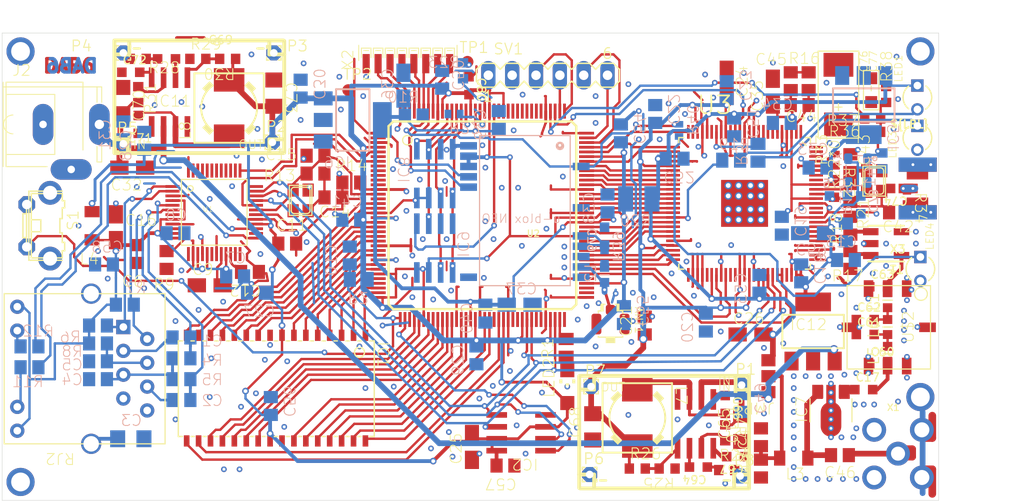
<source format=kicad_pcb>
(kicad_pcb (version 20241229) (generator "pcbnew") (generator_version "9.0")
  (layers (0 "F.Cu" signal) (2 "B.Cu" signal) (13 "F.Paste" user) (15 "B.Paste" user) (5 "F.SilkS" user "F.Silkscreen") (7 "B.SilkS" user "B.Silkscreen") (1 "F.Mask" user) (3 "B.Mask" user) (25 "Edge.Cuts" user))
  (net 0 "")
  (net 1 "GND")
  (net 2 "+3V3")
  (net 3 "VCCINT")
  (net 4 "N$1")
  (net 5 "N$2")
  (net 6 "N$3")
  (net 7 "N$4")
  (net 8 "N$5")
  (net 9 "N$6")
  (net 10 "SPI_MISO")
  (net 11 "SPI_CS")
  (net 12 "SPI_SCK")
  (net 13 "SPI_MOSI")
  (net 14 "N$8")
  (net 15 "N$7")
  (net 16 "N$15")
  (net 17 "N$16")
  (net 18 "N$17")
  (net 19 "N$18")
  (net 20 "N$19")
  (net 21 "N$20")
  (net 22 "N$21")
  (net 23 "N$22")
  (net 24 "N$23")
  (net 25 "N$24")
  (net 26 "N$25")
  (net 27 "N$26")
  (net 28 "N$27")
  (net 29 "AVDD_28MA")
  (net 30 "DVDD_600MA")
  (net 31 "AVDD_CLK")
  (net 32 "N$9")
  (net 33 "N$10")
  (net 34 "N$11")
  (net 35 "N$12")
  (net 36 "N$13")
  (net 37 "N$14")
  (net 38 "N$28")
  (net 39 "N$35")
  (net 40 "N$36")
  (net 41 "N$37")
  (net 42 "N$38")
  (net 43 "N$39")
  (net 44 "N$40")
  (net 45 "N$41")
  (net 46 "N$42")
  (net 47 "N$44")
  (net 48 "N$45")
  (net 49 "N$46")
  (net 50 "N$47")
  (net 51 "N$48")
  (net 52 "N$49")
  (net 53 "N$50")
  (net 54 "N$55")
  (net 55 "N$58")
  (net 56 "N$59")
  (net 57 "N$60")
  (net 58 "N$61")
  (net 59 "N$63")
  (net 60 "N$43")
  (net 61 "N$51")
  (net 62 "N$52")
  (net 63 "N$53")
  (net 64 "N$54")
  (net 65 "N$56")
  (net 66 "N$57")
  (net 67 "N$62")
  (net 68 "N$64")
  (net 69 "N$65")
  (net 70 "N$66")
  (net 71 "N$67")
  (net 72 "N$68")
  (net 73 "N$69")
  (net 74 "N$70")
  (net 75 "N$71")
  (net 76 "N$73")
  (net 77 "N$78")
  (net 78 "AVDD_ETH")
  (net 79 "N$72")
  (net 80 "N$79")
  (net 81 "N$80")
  (net 82 "N$81")
  (net 83 "N$76")
  (net 84 "ETH_RST_N")
  (net 85 "DAC_RST")
  (net 86 "N$83")
  (net 87 "ETH_XO")
  (net 88 "SPI_ETH_CSN")
  (net 89 "N$82")
  (net 90 "+5V")
  (net 91 "N$30")
  (net 92 "N$31")
  (net 93 "N$32")
  (net 94 "N$33")
  (net 95 "XTALI")
  (net 96 "XTALO")
  (net 97 "N$77")
  (net 98 "N$84")
  (net 99 "N$87")
  (net 100 "N$88")
  (net 101 "N$89")
  (net 102 "N$90")
  (net 103 "1_PPS")
  (net 104 "N$96")
  (net 105 "N$97")
  (net 106 "N$100")
  (net 107 "N$34")
  (net 108 "SRAM_MISO")
  (net 109 "SRAM_MOSI")
  (net 110 "SRAM_SCK")
  (net 111 "N$74")
  (net 112 "N$75")
  (net 113 "N$93")
  (net 114 "SRAM_CSN1")
  (net 115 "SRAM_CSN0")
  (net 116 "N$85")
  (net 117 "N$92")
  (net 118 "N$102")
  (net 119 "N$103")
  (net 120 "N$105")
  (net 121 "N$104")
  (net 122 "N$106")
  (net 123 "N$107")
  (net 124 "N$108")
  (net 125 "N$109")
  (net 126 "N$111")
  (net 127 "N$113")
  (net 128 "N$114")
  (net 129 "N$115")
  (net 130 "N$116")
  (net 131 "N$117")
  (net 132 "N$118")
  (net 133 "N$120")
  (net 134 "N$110")
  (net 135 "SMA2_IN")
  (net 136 "N$29")
  (net 137 "N$122")
  (net 138 "N$124")
  (net 139 "N$121")
  (net 140 "VCTCXO_PWM")
  (net 141 "N$123")
  (net 142 "SPIRAM_PIN")
  (net 143 "SPIRAM_PINX")
  (net 144 "NMEA_IN")
  (net 145 "NMEA_OUT")
  (net 146 "N$91")
  (net 147 "N$94")
  (net 148 "N$95")
  (footprint "1296-08" (layer "F.Cu") (at 139.29985 81.58485)
    (property "Reference" "X2")
    (property "Value" "1296-T08")
  )
  (footprint "QFP50P1600X1600X120-101N" (layer "F.Cu") (at 177.71735 98.2536 -90)
    (property "Reference" "U3")
    (property "Value" "AD9957BSVZ")
  )
  (footprint "AT224-3" (layer "F.Cu") (at 192.7986 102.53985 180)
    (property "Reference" "T1")
    (property "Value" "TC1-1T+")
  )
  (footprint "SO8" (layer "F.Cu") (at 116.43985 87.4586)
    (property "Reference" "IC11")
    (property "Value" "MP2307")
  )
  (footprint "NX3225" (layer "F.Cu") (at 130.40985 97.9361 90)
    (property "Reference" "Q1" (hide yes))
    (property "Value" "25MHz" (hide yes))
  )
  (footprint "0603" (layer "F.Cu") (at 190.41735 118.09735)
    (property "Reference" "C17")
    (property "Value" "1nF")
  )
  (footprint "R0603" (layer "F.Cu") (at 175.81235 126.66985)
    (property "Reference" "R24")
    (property "Value" "6.8K")
  )
  (footprint "DR74" (layer "F.Cu") (at 122.78985 88.0936 90)
    (property "Reference" "L8")
    (property "Value" "10uH")
  )
  (footprint "R0805" (layer "F.Cu") (at 188.9886 100.63485 -90)
    (property "Reference" "R18")
    (property "Value" "49,9")
  )
  (footprint "C0805" (layer "F.Cu") (at 167.0811 111.2711 90)
    (property "Reference" "C21")
    (property "Value" "0,1")
  )
  (footprint "INDC1608X95N" (layer "F.Cu") (at 192.95735 114.28735 90)
    (property "Reference" "L5")
    (property "Value" "47nH*")
  )
  (footprint "1,6_0,8" (layer "F.Cu") (at 177.39985 117.6211)
    (property "Reference" "P1")
    (property "Value" "")
  )
  (footprint "0603" (layer "F.Cu") (at 192.00485 115.3986)
    (property "Reference" "C60")
    (property "Value" "16pF*")
  )
  (footprint "DR74" (layer "F.Cu") (at 166.28735 121.1136 -90)
    (property "Reference" "L7")
    (property "Value" "10uH")
  )
  (footprint "0603" (layer "F.Cu") (at 148.3486 85.71235 -90)
    (property "Reference" "C80")
    (property "Value" "100n")
  )
  (footprint "C0805" (layer "F.Cu") (at 112.94735 103.6511 90)
    (property "Reference" "C6")
    (property "Value" "0,1")
  )
  (footprint "0603" (layer "F.Cu") (at 190.5761 110.6361)
    (property "Reference" "C62")
    (property "Value" "27pF*")
  )
  (footprint "AVX-D" (layer "F.Cu") (at 187.7186 86.66485 90)
    (property "Reference" "C76")
    (property "Value" "220uf")
  )
  (footprint "TSOPII-32" (layer "F.Cu") (at 127.790475 117.9386 180)
    (property "Reference" "IC1")
    (property "Value" "CY7C1019DV33-10ZXCI")
  )
  (footprint "R0805" (layer "F.Cu") (at 116.12235 104.2861 90)
    (property "Reference" "R9")
    (property "Value" "12,4k")
  )
  (footprint "1,6_0,8" (layer "F.Cu") (at 127.3936 91.74485)
    (property "Reference" "P2")
    (property "Value" "")
  )
  (footprint "A_3216-18R" (layer "F.Cu") (at 175.81235 85.39485 -90)
    (property "Reference" "C24")
    (property "Value" "4,7uF")
  )
  (footprint "R0402" (layer "F.Cu") (at 187.4011 94.91985 -90)
    (property "Reference" "R32")
    (property "Value" "0 (non-SFN)")
  )
  (footprint "LED2-2.54-D3.0MM" (layer "F.Cu") (at 196.13235 86.9675 -90)
    (property "Reference" "LED1")
    (property "Value" "CX-G302DC")
  )
  (footprint "R0603" (layer "F.Cu") (at 113.1061 86.66485 90)
    (property "Reference" "R31")
    (property "Value" "10...100K")
  )
  (footprint "R0402" (layer "F.Cu") (at 195.0211 97.6186 -90)
    (property "Reference" "R34")
    (property "Value" "50 (DNI)")
  )
  (footprint "CHIPLED_1206" (layer "F.Cu") (at 158.8261 117.77985)
    (property "Reference" "LED2")
    (property "Value" "NOT_LOADED")
  )
  (footprint "SO8" (layer "F.Cu") (at 172.4786 121.7486 180)
    (property "Reference" "IC10")
    (property "Value" "MP2307")
  )
  (footprint "C1206" (layer "F.Cu") (at 111.35985 87.29985 -90)
    (property "Reference" "C70")
    (property "Value" "10uF")
  )
  (footprint "LED2-2.54-D3.0MM" (layer "F.Cu") (at 196.44985 105.2386 -90)
    (property "Reference" "LED4")
    (property "Value" "1PPS")
  )
  (footprint "SOT89" (layer "F.Cu") (at 186.92485 120.31985 180)
    (property "Reference" "IC7")
    (property "Value" "SPF5189Z")
  )
  (footprint "NX3225" (layer "F.Cu") (at 191.5286 95.87235 90)
    (property "Reference" "Q2" (hide yes))
    (property "Value" "24.576MHz" (hide yes))
  )
  (footprint "0603" (layer "F.Cu") (at 192.00485 107.1436)
    (property "Reference" "C63")
    (property "Value" "16pF*")
  )
  (footprint "1,6_0,8" (layer "F.Cu") (at 177.2411 127.30485)
    (property "Reference" "P8")
    (property "Value" "")
  )
  (footprint "TQ144" (layer "F.Cu") (at 149.77735 99.5236)
    (property "Reference" "U2")
    (property "Value" "6SLX9TQG144")
  )
  (footprint "0603" (layer "F.Cu") (at 116.12235 82.85485)
    (property "Reference" "C69")
    (property "Value" "3.9nF")
  )
  (footprint "R0805" (layer "F.Cu") (at 131.99735 95.0786 180)
    (property "Reference" "R13")
    (property "Value" "1M")
  )
  (footprint "C0805" (layer "F.Cu") (at 188.9886 93.96735 90)
    (property "Reference" "C43")
    (property "Value" "27")
  )
  (footprint "R0603" (layer "F.Cu") (at 192.7986 86.65 -90)
    (property "Reference" "R38")
    (property "Value" "100k (optional)")
  )
  (footprint "0603" (layer "F.Cu") (at 190.5761 112.2236)
    (property "Reference" "C61")
    (property "Value" "27pF*")
  )
  (footprint "C0805" (layer "F.Cu") (at 183.5911 87.7761)
    (property "Reference" "C44")
    (property "Value" "43pF")
  )
  (footprint "SPC4077" (layer "F.Cu") (at 105.96235 89.83985)
    (property "Reference" "J2")
    (property "Value" "POWER")
  )
  (footprint "0603" (layer "F.Cu") (at 176.76485 125.2411 180)
    (property "Reference" "C67")
    (property "Value" "100nF")
  )
  (footprint "R0603" (layer "F.Cu") (at 191.36985 89.20485 180)
    (property "Reference" "R37")
    (property "Value" "100k")
  )
  (footprint "C0805" (layer "F.Cu") (at 187.87735 125.08235)
    (property "Reference" "C46")
    (property "Value" "100")
  )
  (footprint "R0603" (layer "F.Cu") (at 119.4561 82.85485)
    (property "Reference" "R29")
    (property "Value" "8K2*")
  )
  (footprint "1,6_0,8" (layer "F.Cu") (at 111.5186 82.21985)
    (property "Reference" "P4")
    (property "Value" "")
  )
  (footprint "A0R-JMP" (layer "F.Cu") (at 180.25735 116.6686 180)
    (property "Reference" "JMP1")
    (property "Value" "0R-JUMPA")
  )
  (footprint "R0805" (layer "F.Cu") (at 188.9886 97.14235 90)
    (property "Reference" "R21")
    (property "Value" "1M")
  )
  (footprint "C0805" (layer "F.Cu") (at 194.0686 99.2061)
    (property "Reference" "C42")
    (property "Value" "27")
  )
  (footprint "R0805" (layer "F.Cu") (at 184.5436 85.2361 -90)
    (property "Reference" "R16")
    (property "Value" "1,3K")
  )
  (footprint "0603" (layer "F.Cu") (at 112.31235 84.2836)
    (property "Reference" "C72")
    (property "Value" "100nF")
  )
  (footprint "C1206" (layer "F.Cu") (at 161.52485 122.0661 90)
    (property "Reference" "C68")
    (property "Value" "22uF")
  )
  (footprint "A_3216-18R" (layer "F.Cu") (at 178.35235 112.2236)
    (property "Reference" "C26")
    (property "Value" "4,7uF")
  )
  (footprint "U-FL3P-SMD-2.6X2.6X1.0MM" (layer "F.Cu") (at 163.42985 111.11235 -90)
    (property "Reference" "ANT1")
    (property "Value" "U-FL")
  )
  (footprint "C0805" (layer "F.Cu") (at 152.237975 126.1936 180)
    (property "Reference" "C57")
    (property "Value" "0,1")
  )
  (footprint "GP731" (layer "F.Cu") (at 198.03735 106.5086 180)
    (property "Reference" "U$2")
    (property "Value" "RBP-204+")
  )
  (footprint "0603" (layer "F.Cu") (at 172.7961 126.35235 180)
    (property "Reference" "C64")
    (property "Value" "3.9nF")
  )
  (footprint "B1,27" (layer "F.Cu") (at 148.18985 83.17235)
    (property "Reference" "TP1")
    (property "Value" "PPS_IN")
  )
  (footprint "R0805" (layer "F.Cu") (at 188.9886 104.2861 -90)
    (property "Reference" "R17")
    (property "Value" "49,9")
  )
  (footprint "C0805" (layer "F.Cu") (at 131.99735 93.1736 180)
    (property "Reference" "C15")
    (property "Value" "18p")
  )
  (footprint "LED2-2.54-D3.0MM" (layer "F.Cu") (at 196.13235 91.2686 -90)
    (property "Reference" "LED3")
    (property "Value" "CX-G302DC")
  )
  (footprint "W5500" (layer "F.Cu") (at 121.20235 99.2061)
    (property "Reference" "U1")
    (property "Value" "W5500" (hide yes))
  )
  (footprint "SMA90_DIP" (layer "F.Cu") (at 194.0686 124.9236 -90)
    (property "Reference" "X1")
    (property "Value" "RF_OUT")
  )
  (footprint "1,6_0,8" (layer "F.Cu") (at 111.5186 91.9036)
    (property "Reference" "P5")
    (property "Value" "")
  )
  (footprint "A_3216-18R" (layer "F.Cu") (at 120.7261 106.98485)
    (property "Reference" "C9")
    (property "Value" "4,7uF")
  )
  (footprint "C0805" (layer "F.Cu") (at 179.4636 126.5111 -90)
    (property "Reference" "C48")
    (property "Value" "0.1")
  )
  (footprint "0603" (layer "F.Cu") (at 194.22735 96.6661 180)
    (property "Reference" "C74")
    (property "Value" "10n (DNI)")
  )
  (footprint "R0603" (layer "F.Cu") (at 191.36985 90.6336)
    (property "Reference" "R36")
    (property "Value" "10k")
  )
  (footprint "R0603" (layer "F.Cu") (at 169.46235 126.5111 180)
    (property "Reference" "R25")
    (property "Value" "8K2*")
  )
  (footprint "INDC1608X95N" (layer "F.Cu") (at 192.95735 111.42985 90)
    (property "Reference" "L6")
    (property "Value" "56nH*")
  )
  (footprint "C0805" (layer "F.Cu") (at 179.4636 123.17735 90)
    (property "Reference" "C47")
    (property "Value" "100")
  )
  (footprint "0603" (layer "F.Cu") (at 113.1061 89.83985 90)
    (property "Reference" "C71")
    (property "Value" "10nF")
  )
  (footprint "A_3216-18R" (layer "F.Cu") (at 110.72485 100.7936 -90)
    (property "Reference" "C16")
    (property "Value" "10uF")
  )
  (footprint "B1,27" (layer "F.Cu") (at 135.48985 86.1886)
    (property "Reference" "TP2")
    (property "Value" "UART_OUT")
  )
  (footprint "R0603" (layer "F.Cu") (at 113.1061 82.85485 180)
    (property "Reference" "R28")
    (property "Value" "6.8K")
  )
  (footprint "B3F-31XX" (layer "F.Cu") (at 102.46985 100.63485 -90)
    (property "Reference" "S1")
    (property "Value" "RESET")
  )
  (footprint "M0805" (layer "F.Cu") (at 158.7011 113.65235 90)
    (property "Reference" "R1")
    (property "Value" "680")
  )
  (footprint "R0603" (layer "F.Cu") (at 175.6536 122.7011 -90)
    (property "Reference" "R27")
    (property "Value" "10...100K")
  )
  (footprint "1,6_0,8" (layer "F.Cu") (at 127.55235 82.21985)
    (property "Reference" "P3")
    (property "Value" "")
  )
  (footprint "R0402" (layer "F.Cu") (at 187.4011 93.64985 90)
    (property "Reference" "R33")
    (property "Value" "0 (install for SFN)")
  )
  (footprint "R0603" (layer "F.Cu") (at 166.28735 126.5111)
    (property "Reference" "R26")
    (property "Value" "7.87K* (for 1v8)")
  )
  (footprint "A_3216-18R" (layer "F.Cu") (at 112.4711 94.4436 180)
    (property "Reference" "C32")
    (property "Value" "4,7uF")
  )
  (footprint "SOT223" (layer "F.Cu") (at 185.01985 111.9061)
    (property "Reference" "IC12")
    (property "Value" "LD117AS33TR")
  )
  (footprint "L3216C" (layer "F.Cu") (at 108.18485 100.63485 90)
    (property "Reference" "L4")
    (property "Value" "10uH")
  )
  (footprint "1,6_0,8" (layer "F.Cu") (at 161.20735 127.1461)
    (property "Reference" "P6")
    (property "Value" "")
  )
  (footprint "R0603" (layer "F.Cu") (at 187.24235 96.7536 -90)
    (property "Reference" "R22*0")
    (property "Value" "47K (opt)")
  )
  (footprint "L3216C" (layer "F.Cu") (at 182.9561 125.39985)
    (property "Reference" "L3")
    (property "Value" "1uH")
  )
  (footprint "INDC1608X95N" (layer "F.Cu") (at 192.95735 108.57235 90)
    (property "Reference" "L1")
    (property "Value" "47nH*")
  )
  (footprint "0603" (layer "F.Cu") (at 175.6536 119.68485 -90)
    (property "Reference" "C66")
    (property "Value" "10nF")
  )
  (footprint "SO-08" (layer "F.Cu") (at 153.90485 122.7011 90)
    (property "Reference" "IC2")
    (property "Value" "M25P16")
  )
  (footprint "C1206" (layer "F.Cu") (at 127.55235 86.5061 -90)
    (property "Reference" "C73")
    (property "Value" "22uF")
  )
  (footprint "R0805" (layer "F.Cu") (at 135.80735 96.0311)
    (property "Reference" "R14")
    (property "Value" "0")
  )
  (footprint "C0805" (layer "F.Cu") (at 128.9811 102.53985)
    (property "Reference" "C11")
    (property "Value" "0,1")
  )
  (footprint "C0805" (layer "F.Cu") (at 125.01235 105.5561 180)
    (property "Reference" "C12")
    (property "Value" "10n")
  )
  (footprint "AVX-A" (layer "F.Cu") (at 191.2111 86.1886 -90)
    (property "Reference" "C77")
    (property "Value" "10uf")
  )
  (footprint "R0603" (layer "F.Cu") (at 122.6311 82.85485 180)
    (property "Reference" "R30")
    (property "Value" "21.5K* (for 3v3)")
  )
  (footprint "1,6_0,8" (layer "F.Cu") (at 161.3661 117.77985)
    (property "Reference" "P7")
    (property "Value" "")
  )
  (footprint "HR911105A" (layer "F.Cu") (at 105.1686 115.87485 180)
    (property "Reference" "RJ2")
    (property "Value" "HR911105A")
  )
  (footprint "C1206" (layer "F.Cu") (at 177.39985 122.22485 90)
    (property "Reference" "C65")
    (property "Value" "10uF")
  )
  (footprint "C0805" (layer "F.Cu") (at 133.90235 97.6186)
    (property "Reference" "C14")
    (property "Value" "18p")
  )
  (footprint "C0805" (layer "F.Cu") (at 182.6386 85.2361 90)
    (property "Reference" "C45")
    (property "Value" "270pF")
  )
  (footprint "A_3216-18R" (layer "F.Cu") (at 148.6661 124.209225 90)
    (property "Reference" "C25")
    (property "Value" "4,7uF")
  )
  (footprint "A_3216-18R" (layer "F.Cu") (at 180.7336 86.34735 -90)
    (property "Reference" "C35")
    (property "Value" "4,7uF")
  )
  (footprint "MA06-1" (layer "F.Cu") (at 156.76235 84.6011)
    (property "Reference" "SV1")
    (property "Value" "JTAG")
  )
  (footprint "W5500_LX9_AD9957_SMA_EDGELAUNCH_UFL" (layer "F.Cu") (at 198.1961 96.6661 180)
    (property "Reference" "X3")
    (property "Value" "REF_IN" (hide yes))
  )
  (footprint "R0805" (layer "B.Cu") (at 188.51235 101.349225 -90)
    (property "Reference" "R15")
    (property "Value" "10k")
  )
  (footprint "M0805" (layer "B.Cu") (at 179.1461 92.8561 -90)
    (property "Reference" "R3")
    (property "Value" "300")
  )
  (footprint "0603" (layer "B.Cu") (at 187.7186 97.45985 180)
    (property "Reference" "C75")
    (property "Value" "10n")
  )
  (footprint "R0402" (layer "B.Cu") (at 146.7611 88.7286)
    (property "Reference" "R22")
    (property "Value" "0 (set if sram is used)")
  )
  (footprint "C0805" (layer "B.Cu") (at 179.30485 106.8261 -90)
    (property "Reference" "C53")
    (property "Value" "0,1")
  )
  (footprint "C0805" (layer "B.Cu") (at 109.45485 104.76235)
    (property "Reference" "C58")
    (property "Value" "0,1")
  )
  (footprint "R0402" (layer "B.Cu") (at 170.73235 90.47485 90)
    (property "Reference" "R40")
    (property "Value" "1K")
  )
  (footprint "SOT223" (layer "B.Cu") (at 135.9661 89.3636 90)
    (property "Reference" "IC6")
    (property "Value" "LD117AS12TR")
  )
  (footprint "C0805" (layer "B.Cu") (at 150.09485 110.0011 -90)
    (property "Reference" "C40")
    (property "Value" "0,1")
  )
  (footprint "R1210" (layer "B.Cu") (at 166.4461 97.77735 180)
    (property "Reference" "R20")
    (property "Value" "0")
  )
  (footprint "C0805" (layer "B.Cu") (at 164.8586 110.15985 90)
    (property "Reference" "C55")
    (property "Value" "0,1")
  )
  (footprint "C0805" (layer "B.Cu") (at 145.4911 85.07735 90)
    (property "Reference" "C50")
    (property "Value" "0,1")
  )
  (footprint "C0805" (layer "B.Cu") (at 127.23485 119.8436 90)
    (property "Reference" "C56")
    (property "Value" "0,1")
  )
  (footprint "R0805" (layer "B.Cu") (at 108.81985 111.2711 180)
    (property "Reference" "R6")
    (property "Value" "49,9")
  )
  (footprint "C0805" (layer "B.Cu") (at 177.39985 119.5261 90)
    (property "Reference" "C49")
    (property "Value" "0,1")
  )
  (footprint "C0805" (layer "B.Cu") (at 164.5411 90.79235 90)
    (property "Reference" "C54")
    (property "Value" "0,1")
  )
  (footprint "SO-08" (layer "B.Cu") (at 144.69735 95.0786)
    (property "Reference" "IC8")
    (property "Value" "23LC1024 (optional)")
  )
  (footprint "C0805" (layer "B.Cu") (at 108.81985 116.9861)
    (property "Reference" "C4")
    (property "Value" "10n")
  )
  (footprint "0603" (layer "B.Cu") (at 190.09985 98.41235 90)
    (property "Reference" "C78")
    (property "Value" "100n")
  )
  (footprint "C0805" (layer "B.Cu") (at 130.40985 86.02985 90)
    (property "Reference" "C30")
    (property "Value" "0,1")
  )
  (footprint "C0805" (layer "B.Cu") (at 168.19235 88.7286 90)
    (property "Reference" "C22")
    (property "Value" "0,1")
  )
  (footprint "C0805" (layer "B.Cu") (at 117.70985 119.2086)
    (property "Reference" "C2")
    (property "Value" "6,8n")
  )
  (footprint "C0805" (layer "B.Cu") (at 181.6861 100.63485 90)
    (property "Reference" "C19")
    (property "Value" "0,1")
  )
  (footprint "C0805" (layer "B.Cu") (at 173.58985 110.9536 -90)
    (property "Reference" "C20")
    (property "Value" "0,1")
  )
  (footprint "C0805" (layer "B.Cu") (at 163.11235 98.2536 -90)
    (property "Reference" "C38")
    (property "Value" "0,1")
  )
  (footprint "0603" (layer "B.Cu") (at 162.79485 101.7461 -90)
    (property "Reference" "C79")
    (property "Value" "100n")
  )
  (footprint "C0805" (layer "B.Cu") (at 125.64735 107.7786)
    (property "Reference" "C27")
    (property "Value" "0,1")
  )
  (footprint "A_3216-18R" (layer "B.Cu") (at 153.7461 109.0486 180)
    (property "Reference" "C37")
    (property "Value" "4,7uF")
  )
  (footprint "C0805" (layer "B.Cu") (at 108.81985 115.0811)
    (property "Reference" "C5")
    (property "Value" "22n")
  )
  (footprint "C0805" (layer "B.Cu") (at 149.14235 114.4461 -90)
    (property "Reference" "C29")
    (property "Value" "0,1")
  )
  (footprint "R0402" (layer "B.Cu") (at 162.79485 103.9686 90)
    (property "Reference" "R39")
    (property "Value" "10R")
  )
  (footprint "C0805" (layer "B.Cu") (at 183.74985 105.71485 90)
    (property "Reference" "C18")
    (property "Value" "0,1")
  )
  (footprint "R0805" (layer "B.Cu") (at 101.51735 115.7161 180)
    (property "Reference" "R11")
    (property "Value" "330")
  )
  (footprint "SO-08" (layer "B.Cu") (at 144.69735 103.0161)
    (property "Reference" "IC9")
    (property "Value" "23LC1024 (optional)")
  )
  (footprint "C0805" (layer "B.Cu") (at 135.6486 103.80985 -90)
    (property "Reference" "C10")
    (property "Value" "0,1")
  )
  (footprint "R0805" (layer "B.Cu") (at 117.70985 116.9861)
    (property "Reference" "R5")
    (property "Value" "49,9")
  )
  (footprint "X4-SMD-3.2X2.5X0.7MM" (layer "B.Cu") (at 189.78235 94.7611 -90)
    (property "Reference" "X4")
    (property "Value" "19.2MHZ")
  )
  (footprint "C0805" (layer "B.Cu") (at 175.81235 86.1886 90)
    (property "Reference" "C23")
    (property "Value" "0,1")
  )
  (footprint "M0805" (layer "B.Cu") (at 136.6011 106.34985)
    (property "Reference" "R2")
    (property "Value" "10K")
  )
  (footprint "A_3216-18R" (layer "B.Cu") (at 185.01985 101.4286)
    (property "Reference" "C59")
    (property "Value" "4,7uF")
  )
  (footprint "SOT223" (layer "B.Cu") (at 190.41735 87.7761)
    (property "Reference" "IC5")
    (property "Value" "LD117AS18TR")
  )
  (footprint "C0805" (layer "B.Cu") (at 188.51235 104.2861 180)
    (property "Reference" "C13")
    (property "Value" "0,1")
  )
  (footprint "C0805" (layer "B.Cu") (at 170.2561 93.4911)
    (property "Reference" "C52")
    (property "Value" "0,1")
  )
  (footprint "R0805" (layer "B.Cu") (at 108.81985 113.1761)
    (property "Reference" "R8")
    (property "Value" "10")
  )
  (footprint "C0805" (layer "B.Cu") (at 117.07485 101.4286 180)
    (property "Reference" "C8")
    (property "Value" "0,1")
  )
  (footprint "C0805" (layer "B.Cu") (at 117.70985 112.5411)
    (property "Reference" "C1")
    (property "Value" "6,8n")
  )
  (footprint "M0805" (layer "B.Cu") (at 176.2886 93.64985)
    (property "Reference" "R19")
    (property "Value" "680")
  )
  (footprint "NEO-M8" (layer "B.Cu") (at 153.90485 99.5236)
    (property "Reference" "U$1" (hide yes))
    (property "Value" "NEO-M8" (hide yes))
  )
  (footprint "C0805" (layer "B.Cu") (at 185.4961 94.4436 180)
    (property "Reference" "C33")
    (property "Value" "0,1")
  )
  (footprint "A_3216-18R" (layer "B.Cu") (at 141.3636 85.71235 -90)
    (property "Reference" "C36")
    (property "Value" "4,7uF")
  )
  (footprint "R0805" (layer "B.Cu") (at 142.47485 88.88735 180)
    (property "Reference" "R10")
    (property "Value" "150")
  )
  (footprint "C0805" (layer "B.Cu") (at 123.42485 106.03235 180)
    (property "Reference" "C7")
    (property "Value" "0,1")
  )
  (footprint "R0805" (layer "B.Cu") (at 101.51735 113.4936 180)
    (property "Reference" "R12")
    (property "Value" "330")
  )
  (footprint "C0805" (layer "B.Cu") (at 135.80735 99.99985 180)
    (property "Reference" "C41")
    (property "Value" "0,1")
  )
  (footprint "C1206" (layer "B.Cu") (at 112.31235 123.3361 180)
    (property "Reference" "C3")
    (property "Value" "1uF")
  )
  (footprint "R0603" (layer "B.Cu") (at 192.401725 93.729225 -90)
    (property "Reference" "R41")
    (property "Value" "100k")
  )
  (footprint "R0805" (layer "B.Cu") (at 117.70985 114.7636)
    (property "Reference" "R4")
    (property "Value" "49,9")
  )
  (footprint "R0603" (layer "B.Cu") (at 147.7136 84.12485 90)
    (property "Reference" "R23")
    (property "Value" "1k")
  )
  (footprint "C0805" (layer "B.Cu") (at 113.7411 91.5861 -90)
    (property "Reference" "C28")
    (property "Value" "0,1")
  )
  (footprint "C0805" (layer "B.Cu") (at 151.5236 89.3636 -90)
    (property "Reference" "C39")
    (property "Value" "0,1")
  )
  (footprint "R0805" (layer "B.Cu") (at 111.67735 109.0486 180)
    (property "Reference" "R7")
    (property "Value" "49,9")
  )
  (footprint "C0805" (layer "B.Cu") (at 176.6061 90.15735 90)
    (property "Reference" "C51")
    (property "Value" "0,1")
  )
  (footprint "INDC1608X95N" (layer "B.Cu") (at 162.79485 105.8736 -90)
    (property "Reference" "L2")
    (property "Value" "33nH")
  )
  (footprint "C0805" (layer "B.Cu") (at 111.5186 90.47485 -90)
    (property "Reference" "C31")
    (property "Value" "0,1")
  )
  (footprint "C0805" (layer "B.Cu") (at 181.6861 89.6811 180)
    (property "Reference" "C34")
    (property "Value" "0,1")
  )
  (gr_line (start 111.99485 91.42735) (end 111.99485 92.8561) (stroke (width 0.4064)) (layer "F.SilkS"))
  (gr_line (start 178.03485 127.1461) (end 176.6061 127.1461) (stroke (width 0.4064)) (layer "F.SilkS"))
  (gr_line (start 176.12985 127.7811) (end 175.49485 127.7811) (stroke (width 0.254)) (layer "F.SilkS"))
  (gr_line (start 110.5661 80.89485) (end 128.5661 80.89485) (stroke (width 0.4064)) (layer "F.SilkS"))
  (gr_line (start 161.6836 127.1461) (end 160.0961 127.1461) (stroke (width 0.4064)) (layer "F.SilkS"))
  (gr_line (start 127.0761 82.3786) (end 128.6636 82.3786) (stroke (width 0.4064)) (layer "F.SilkS"))
  (gr_line (start 178.1936 116.62985) (end 160.1936 116.62985) (stroke (width 0.4064)) (layer "F.SilkS"))
  (gr_line (start 110.5661 92.89485) (end 128.5661 92.89485) (stroke (width 0.4064)) (layer "F.SilkS"))
  (gr_line (start 178.1936 128.57485) (end 178.1936 118.09735) (stroke (width 0.4064)) (layer "F.SilkS"))
  (gr_line (start 178.1936 128.62985) (end 160.1936 128.62985) (stroke (width 0.4064)) (layer "F.SilkS"))
  (gr_line (start 160.0961 116.6686) (end 160.0961 127.1461) (stroke (width 0.4064)) (layer "F.SilkS"))
  (gr_line (start 176.76485 118.09735) (end 176.76485 116.6686) (stroke (width 0.4064)) (layer "F.SilkS"))
  (gr_line (start 161.6836 118.09735) (end 161.6836 116.6686) (stroke (width 0.4064)) (layer "F.SilkS"))
  (gr_line (start 110.5661 80.94985) (end 110.5661 91.42735) (stroke (width 0.4064)) (layer "F.SilkS"))
  (gr_line (start 176.6061 127.1461) (end 176.6061 128.57485) (stroke (width 0.4064)) (layer "F.SilkS"))
  (gr_line (start 160.25485 118.09735) (end 161.6836 118.09735) (stroke (width 0.4064)) (layer "F.SilkS"))
  (gr_line (start 110.5661 91.42735) (end 110.5661 92.8561) (stroke (width 0.4064)) (layer "F.SilkS"))
  (gr_line (start 110.5661 91.42735) (end 111.99485 91.42735) (stroke (width 0.4064)) (layer "F.SilkS"))
  (gr_line (start 178.1936 118.09735) (end 176.76485 118.09735) (stroke (width 0.4064)) (layer "F.SilkS"))
  (gr_line (start 110.72485 82.3786) (end 112.1536 82.3786) (stroke (width 0.4064)) (layer "F.SilkS"))
  (gr_line (start 128.6636 92.8561) (end 128.6636 82.3786) (stroke (width 0.4064)) (layer "F.SilkS"))
  (gr_line (start 112.1536 82.3786) (end 112.1536 80.94985) (stroke (width 0.4064)) (layer "F.SilkS"))
  (gr_line (start 161.6836 128.57485) (end 161.6836 127.1461) (stroke (width 0.4064)) (layer "F.SilkS"))
  (gr_line (start 112.62985 81.7436) (end 113.26485 81.7436) (stroke (width 0.254)) (layer "F.SilkS"))
  (gr_line (start 160.0961 127.1461) (end 160.0961 128.57485) (stroke (width 0.4064)) (layer "F.SilkS"))
  (gr_line (start 178.1936 118.09735) (end 178.1936 116.6686) (stroke (width 0.4064)) (layer "F.SilkS"))
  (gr_line (start 128.50485 91.42735) (end 127.0761 91.42735) (stroke (width 0.4064)) (layer "F.SilkS"))
  (gr_line (start 125.8061 81.7436) (end 126.4411 81.7436) (stroke (width 0.254)) (layer "F.SilkS"))
  (gr_line (start 162.9536 127.7811) (end 162.3186 127.7811) (stroke (width 0.254)) (layer "F.SilkS"))
  (gr_line (start 127.0761 91.42735) (end 127.0761 92.8561) (stroke (width 0.4064)) (layer "F.SilkS"))
  (gr_line (start 127.0761 80.94985) (end 127.0761 82.3786) (stroke (width 0.4064)) (layer "F.SilkS"))
  (gr_line (start 128.6636 82.3786) (end 128.6636 80.94985) (stroke (width 0.4064)) (layer "F.SilkS"))
  (gr_line (start 98.6011 129.9036) (end 198.4011 129.9036) (stroke (width 0.05)) (layer "Edge.Cuts"))
  (gr_line (start 98.6011 80.1036) (end 98.6011 129.9036) (stroke (width 0.05)) (layer "Edge.Cuts"))
  (gr_line (start 198.4011 129.9036) (end 198.4011 80.1036) (stroke (width 0.05)) (layer "Edge.Cuts"))
  (gr_line (start 198.4011 80.1036) (end 98.6011 80.1036) (stroke (width 0.05)) (layer "Edge.Cuts"))
  (gr_text "DAB6" (at 102.78735 84.44235 0) (layer "F.Cu") (effects (font (size 1.4224 1.4224) (thickness 0.3556)) (justify left bottom)))
  (gr_text "DAB6" (at 108.9786 84.44235 -0) (layer "B.Cu") (effects (font (size 1.4224 1.4224) (thickness 0.3556)) (justify left bottom mirror)))
  (gr_text "IN" (at 174.807369 117.730015 0) (layer "F.SilkS") (effects (font (size 0.93472 0.93472) (thickness 0.08128)) (justify left bottom)))
  (gr_text "OUT" (at 162.289826 118.365015 0) (layer "F.SilkS") (effects (font (size 0.93472 0.93472) (thickness 0.08128)) (justify left bottom)))
  (gr_text "IN" (at 112.4711 92.5386 0) (layer "F.SilkS") (effects (font (size 0.93472 0.93472) (thickness 0.08128)) (justify left bottom)))
  (gr_text "IN" (at 174.807369 118.365015 0) (layer "F.SilkS") (effects (font (size 0.93472 0.93472) (thickness 0.08128)) (justify left bottom)))
  (gr_text "OUT" (at 123.74235 92.5386 0) (layer "F.SilkS") (effects (font (size 0.93472 0.93472) (thickness 0.08128)) (justify left bottom)))
  (segment (start 156.52735 88.4236) (end 156.52735 89.66235) (width 0.3048) (layer "F.Cu") (net 1))
  (segment (start 156.52735 110.6236) (end 156.52735 111.66485) (width 0.254) (layer "F.Cu") (net 1))
  (segment (start 183.43235 94.2658) (end 183.43235 94.4436) (width 0.254) (layer "F.Cu") (net 1))
  (segment (start 178.70795 105.8736) (end 178.70795 103.6511) (width 0.254) (layer "F.Cu") (net 1))
  (segment (start 196.846725 126.590475) (end 197.71985 126.590475) (width 0.8128) (layer "F.Cu") (net 1))
  (segment (start 134.85485 98.8886) (end 134.85235 98.8861) (width 0.254) (layer "F.Cu") (net 1))
  (segment (start 118.95235 103.6561) (end 118.95235 102.22235) (width 0.254) (layer "F.Cu") (net 1))
  (segment (start 187.7186 106.1911) (end 187.87735 106.1911) (width 0.4064) (layer "F.Cu") (net 1))
  (segment (start 124.69485 103.6511) (end 124.69485 104.2861) (width 0.254) (layer "F.Cu") (net 1))
  (segment (start 177.71735 90.6336) (end 177.71735 89.6811) (width 0.254) (layer "F.Cu") (net 1))
  (segment (start 176.76485 108.0961) (end 177.2411 107.61985) (width 0.254) (layer "F.Cu") (net 1))
  (segment (start 145.02735 86.33485) (end 145.96735 85.39485) (width 0.254) (layer "F.Cu") (net 1))
  (segment (start 139.29985 110.3186) (end 142.3161 107.30235) (width 0.254) (layer "F.Cu") (net 1))
  (segment (start 181.70515 93.1736) (end 181.52735 93.1736) (width 0.254) (layer "F.Cu") (net 1))
  (segment (start 175.22815 105.8736) (end 175.22815 103.6511) (width 0.254) (layer "F.Cu") (net 1))
  (segment (start 187.0836 103.17485) (end 185.4199 103.17485) (width 0.254) (layer "F.Cu") (net 1))
  (segment (start 118.95735 103.6511) (end 118.95735 104.8986) (width 0.254) (layer "F.Cu") (net 1))
  (segment (start 109.45485 103.9686) (end 109.77235 104.2861) (width 0.254) (layer "F.Cu") (net 1))
  (segment (start 134.85235 97.6186) (end 135.0111 97.77735) (width 0.254) (layer "F.Cu") (net 1))
  (segment (start 176.21875 93.1736) (end 176.44735 93.1736) (width 0.254) (layer "F.Cu") (net 1))
  (segment (start 183.43235 94.2658) (end 183.43235 94.1261) (width 0.254) (layer "F.Cu") (net 1))
  (segment (start 185.33735 98.2536) (end 183.5911 98.2536) (width 0.254) (layer "F.Cu") (net 1))
  (segment (start 185.33735 98.2536) (end 186.28985 98.2536) (width 0.254) (layer "F.Cu") (net 1))
  (segment (start 195.0211 98.2686) (end 195.17735 98.2686) (width 0.4064) (layer "F.Cu") (net 1))
  (segment (start 121.45235 103.6561) (end 121.45235 101.7461) (width 0.254) (layer "F.Cu") (net 1))
  (segment (start 172.71355 103.6511) (end 172.63735 103.6511) (width 0.254) (layer "F.Cu") (net 1))
  (segment (start 126.59985 105.71485) (end 126.7586 105.71485) (width 0.254) (layer "F.Cu") (net 1))
  (segment (start 186.60735 99.2061) (end 186.60735 98.5711) (width 0.254) (layer "F.Cu") (net 1))
  (segment (start 178.1936 89.20485) (end 178.1936 88.0936) (width 0.254) (layer "F.Cu") (net 1))
  (segment (start 145.96735 96.50735) (end 145.96735 97.45985) (width 0.2) (layer "F.Cu") (net 1))
  (segment (start 186.60735 99.2061) (end 186.22 99.7522) (width 0.254) (layer "F.Cu") (net 1))
  (segment (start 170.09735 93.7578) (end 172.1103 93.7578) (width 0.254) (layer "F.Cu") (net 1))
  (segment (start 187.87735 106.1911) (end 188.51235 106.8261) (width 0.4064) (layer "F.Cu") (net 1))
  (segment (start 148.18985 89.9986) (end 148.0561 89.9986) (width 0.254) (layer "F.Cu") (net 1))
  (segment (start 197.71985 126.590475) (end 197.71985 129.20985) (width 0.8128) (layer "F.Cu") (net 1))
  (segment (start 138.67735 96.7736) (end 141.6811 96.7736) (width 0.3048) (layer "F.Cu") (net 1))
  (segment (start 172.20555 103.6511) (end 172.00235 103.6511) (width 0.254) (layer "F.Cu") (net 1))
  (segment (start 186.60735 94.2658) (end 186.60735 93.4911) (width 0.254) (layer "F.Cu") (net 1))
  (segment (start 133.58485 91.9036) (end 134.3786 92.69735) (width 0.254) (layer "F.Cu") (net 1))
  (segment (start 177.08235 110.15985) (end 176.76485 109.84235) (width 0.254) (layer "F.Cu") (net 1))
  (segment (start 140.0936 92.2211) (end 140.0936 92.06235) (width 0.254) (layer "F.Cu") (net 1))
  (segment (start 148.0561 89.9986) (end 148.02735 90.02735) (width 0.254) (layer "F.Cu") (net 1))
  (segment (start 142.15735 102.7736) (end 138.67735 102.7736) (width 0.3048) (layer "F.Cu") (net 1))
  (segment (start 182.21315 90.6336) (end 182.21315 93.1736) (width 0.254) (layer "F.Cu") (net 1))
  (segment (start 160.87735 106.2736) (end 157.07985 106.2736) (width 0.254) (layer "F.Cu") (net 1))
  (segment (start 124.05985 102.301725) (end 125.01235 103.3336) (width 0.254) (layer "F.Cu") (net 1))
  (segment (start 187.24235 103.0161) (end 187.0836 103.17485) (width 0.254) (layer "F.Cu") (net 1))
  (segment (start 173.22155 105.8736) (end 173.22155 103.6511) (width 0.254) (layer "F.Cu") (net 1))
  (segment (start 170.73235 91.42735) (end 170.8911 91.42735) (width 0.254) (layer "F.Cu") (net 1))
  (segment (start 183.11485 101.2508) (end 183.11485 101.1111) (width 0.254) (layer "F.Cu") (net 1))
  (segment (start 178.70795 103.6511) (end 178.66985 103.6511) (width 0.254) (layer "F.Cu") (net 1))
  (segment (start 138.67735 91.7736) (end 139.61735 91.7736) (width 0.3048) (layer "F.Cu") (net 1))
  (segment (start 133.26735 98.8886) (end 134.85485 98.8886) (width 0.254) (layer "F.Cu") (net 1))
  (segment (start 183.9086 92.06235) (end 184.8611 91.10985) (width 0.254) (layer "F.Cu") (net 1))
  (segment (start 145.02735 89.70985) (end 145.02735 88.4236) (width 0.3048) (layer "F.Cu") (net 1))
  (segment (start 173.1136 87.7761) (end 173.27235 87.61735) (width 0.254) (layer "F.Cu") (net 1))
  (segment (start 156.52735 110.6236) (end 156.52735 107.5436) (width 0.254) (layer "F.Cu") (net 1))
  (segment (start 147.02735 110.6236) (end 147.02735 107.1436) (width 0.254) (layer "F.Cu") (net 1))
  (segment (start 185.33735 99.7522) (end 183.11485 99.7522) (width 0.254) (layer "F.Cu") (net 1))
  (segment (start 134.53735 95.7136) (end 134.85485 96.0311) (width 0.254) (layer "F.Cu") (net 1))
  (segment (start 176.21875 93.1736) (end 176.12985 93.1736) (width 0.254) (layer "F.Cu") (net 1))
  (segment (start 178.1936 88.0936) (end 178.8286 87.4586) (width 0.254) (layer "F.Cu") (net 1))
  (segment (start 126.7586 105.71485) (end 126.91735 106.5086) (width 0.254) (layer "F.Cu") (net 1))
  (segment (start 141.02735 89.83985) (end 140.56985 90.47485) (width 0.254) (layer "F.Cu") (net 1))
  (segment (start 172.20555 107.09915) (end 172.1611 107.1436) (width 0.254) (layer "F.Cu") (net 1))
  (segment (start 116.77235 100.4761) (end 118.97985 100.4761) (width 0.254) (layer "F.Cu") (net 1))
  (segment (start 149.14235 84.2836) (end 148.6661 84.75985) (width 0.254) (layer "F.Cu") (net 1))
  (segment (start 138.1886 91.74485) (end 137.71235 91.74485) (width 0.254) (layer "F.Cu") (net 1))
  (segment (start 142.15735 103.3336) (end 142.15735 102.7736) (width 0.3048) (layer "F.Cu") (net 1))
  (segment (start 186.60735 99.2061) (end 188.9886 99.2061) (width 0.254) (layer "F.Cu") (net 1))
  (segment (start 185.33735 94.2658) (end 183.43235 94.2658) (width 0.254) (layer "F.Cu") (net 1))
  (segment (start 156.52735 89.66235) (end 156.12735 90.7736) (width 0.254) (layer "F.Cu") (net 1))
  (segment (start 173.22155 105.8736) (end 173.22155 107.1944) (width 0.254) (layer "F.Cu") (net 1))
  (segment (start 127.86985 100.237975) (end 127.86985 100.63485) (width 0.254) (layer "F.Cu") (net 1))
  (segment (start 173.22155 107.1944) (end 173.1136 107.30235) (width 0.254) (layer "F.Cu") (net 1))
  (segment (start 109.77235 104.2861) (end 111.5186 104.2861) (width 0.254) (layer "F.Cu") (net 1))
  (segment (start 148.6661 84.75985) (end 148.3486 84.75985) (width 0.254) (layer "F.Cu") (net 1))
  (segment (start 170.09735 102.2414) (end 172.00235 102.2414) (width 0.254) (layer "F.Cu") (net 1))
  (segment (start 186.60735 98.5711) (end 186.28985 98.2536) (width 0.254) (layer "F.Cu") (net 1))
  (segment (start 152.52735 107.1436) (end 152.63485 107.1436) (width 0.254) (layer "F.Cu") (net 1))
  (segment (start 124.69485 104.2861) (end 126.28235 105.5561) (width 0.254) (layer "F.Cu") (net 1))
  (segment (start 160.87735 108.2736) (end 157.07985 108.2736) (width 0.254) (layer "F.Cu") (net 1))
  (segment (start 118.95235 102.22235) (end 118.8211 102.22235) (width 0.254) (layer "F.Cu") (net 1))
  (segment (start 125.01235 103.3336) (end 124.69485 103.6511) (width 0.254) (layer "F.Cu") (net 1))
  (segment (start 138.67735 96.7736) (end 136.75735 96.7736) (width 0.254) (layer "F.Cu") (net 1))
  (segment (start 177.20935 107.61985) (end 177.2411 107.4611) (width 0.254) (layer "F.Cu") (net 1))
  (segment (start 188.9886 99.2061) (end 191.8461 99.2061) (width 0.254) (layer "F.Cu") (net 1))
  (segment (start 173.22155 103.6511) (end 173.27235 103.6511) (width 0.254) (layer "F.Cu") (net 1))
  (segment (start 147.02735 107.1436) (end 147.23735 107.1436) (width 0.254) (layer "F.Cu") (net 1))
  (segment (start 185.33735 103.2574) (end 185.4199 103.17485) (width 0.254) (layer "F.Cu") (net 1))
  (segment (start 157.07985 96.7736) (end 157.07985 96.3486) (width 0.254) (layer "F.Cu") (net 1))
  (segment (start 182.21315 93.1736) (end 182.16235 93.1736) (width 0.254) (layer "F.Cu") (net 1))
  (segment (start 170.09735 93.7578) (end 172.63735 93.7578) (width 0.254) (layer "F.Cu") (net 1))
  (segment (start 118.95735 104.8986) (end 118.97985 104.9211) (width 0.254) (layer "F.Cu") (net 1))
  (segment (start 156.52735 88.4236) (end 156.52735 86.8236) (width 0.254) (layer "F.Cu") (net 1))
  (segment (start 196.846725 123.256725) (end 197.71985 123.256725) (width 0.8128) (layer "F.Cu") (net 1))
  (segment (start 177.20935 103.6511) (end 177.08235 103.6511) (width 0.254) (layer "F.Cu") (net 1))
  (segment (start 152.52735 110.6236) (end 152.52735 107.1436) (width 0.254) (layer "F.Cu") (net 1))
  (segment (start 118.45235 97.3486) (end 118.34485 97.4561) (width 0.254) (layer "F.Cu") (net 1))
  (segment (start 172.71355 107.2198) (end 172.7961 107.30235) (width 0.254) (layer "F.Cu") (net 1))
  (segment (start 127.86985 100.63485) (end 128.3461 101.1111) (width 0.254) (layer "F.Cu") (net 1))
  (segment (start 129.9336 103.80985) (end 129.9336 102.22235) (width 0.254) (layer "F.Cu") (net 1))
  (segment (start 142.15735 102.7736) (end 142.15735 102.0636) (width 0.254) (layer "F.Cu") (net 1))
  (segment (start 172.63735 93.7578) (end 172.63735 93.8086) (width 0.254) (layer "F.Cu") (net 1))
  (segment (start 175.22815 103.6511) (end 175.17735 103.6511) (width 0.254) (layer "F.Cu") (net 1))
  (segment (start 185.33735 102.7494) (end 183.11485 102.7494) (width 0.254) (layer "F.Cu") (net 1))
  (segment (start 136.75735 96.7736) (end 136.75735 96.0311) (width 0.254) (layer "F.Cu") (net 1))
  (segment (start 139.61735 91.7736) (end 140.0936 92.06235) (width 0.254) (layer "F.Cu") (net 1))
  (segment (start 152.52735 107.1436) (end 152.31735 107.1436) (width 0.254) (layer "F.Cu") (net 1))
  (segment (start 142.3161 107.30235) (end 142.3161 106.1911) (width 0.254) (layer "F.Cu") (net 1))
  (segment (start 149.14235 83.6486) (end 149.14235 84.2836) (width 0.254) (layer "F.Cu") (net 1))
  (segment (start 185.33735 99.7522) (end 186.22 99.7522) (width 0.254) (layer "F.Cu") (net 1))
  (segment (start 173.1136 89.20485) (end 173.1136 87.7761) (width 0.254) (layer "F.Cu") (net 1))
  (segment (start 182.72115 103.6511) (end 182.47985 103.6511) (width 0.254) (layer "F.Cu") (net 1))
  (segment (start 156.12735 90.7736) (end 156.12735 90.9511) (width 0.254) (layer "F.Cu") (net 1))
  (segment (start 177.71735 105.8736) (end 177.71735 103.6511) (width 0.254) (layer "F.Cu") (net 1))
  (segment (start 173.22155 87.24905) (end 172.31985 86.34735) (width 0.254) (layer "F.Cu") (net 1))
  (segment (start 123.74235 99.9561) (end 125.65235 99.9561) (width 0.254) (layer "F.Cu") (net 1))
  (segment (start 175.22815 90.6336) (end 175.22815 91.5861) (width 0.254) (layer "F.Cu") (net 1))
  (segment (start 129.9336 102.22235) (end 133.26735 98.8886) (width 0.254) (layer "F.Cu") (net 1))
  (segment (start 173.22155 90.6336) (end 173.22155 93.1736) (width 0.254) (layer "F.Cu") (net 1))
  (segment (start 134.53735 95.0786) (end 134.53735 95.7136) (width 0.254) (layer "F.Cu") (net 1))
  (segment (start 152.5311 110.6361) (end 152.5311 114.4461) (width 0.254) (layer "F.Cu") (net 1))
  (segment (start 177.20935 105.8736) (end 177.20935 103.6511) (width 0.254) (layer "F.Cu") (net 1))
  (segment (start 170.8911 91.42735) (end 171.68485 92.2211) (width 0.254) (layer "F.Cu") (net 1))
  (segment (start 119.95235 103.6561) (end 119.93235 103.6361) (width 0.254) (layer "F.Cu") (net 1))
  (segment (start 126.91735 106.5086) (end 125.885475 106.5086) (width 0.254) (layer "F.Cu") (net 1))
  (segment (start 131.8386 91.9036) (end 133.58485 91.9036) (width 0.254) (layer "F.Cu") (net 1))
  (segment (start 172.00235 102.2414) (end 172.00235 102.0636) (width 0.254) (layer "F.Cu") (net 1))
  (segment (start 175.2311 89.52235) (end 174.85985 89.20485) (width 0.254) (layer "F.Cu") (net 1))
  (segment (start 183.5911 98.2536) (end 183.5911 98.8886) (width 0.254) (layer "F.Cu") (net 1))
  (segment (start 173.22155 90.6336) (end 173.22155 89.3128) (width 0.254) (layer "F.Cu") (net 1))
  (segment (start 157.07985 108.2736) (end 157.07985 108.0961) (width 0.254) (layer "F.Cu") (net 1))
  (segment (start 145.96735 104.44485) (end 145.96735 105.39735) (width 0.2) (layer "F.Cu") (net 1))
  (segment (start 134.85235 97.6186) (end 134.85735 97.6136) (width 0.254) (layer "F.Cu") (net 1))
  (segment (start 181.70515 90.6336) (end 181.70515 93.1736) (width 0.254) (layer "F.Cu") (net 1))
  (segment (start 149.52735 110.6236) (end 149.52735 107.1436) (width 0.254) (layer "F.Cu") (net 1))
  (segment (start 145.02735 89.70985) (end 143.87485 90.8211) (width 0.254) (layer "F.Cu") (net 1))
  (segment (start 183.11485 103.2574) (end 183.11485 103.3336) (width 0.254) (layer "F.Cu") (net 1))
  (segment (start 177.71735 90.6336) (end 177.71735 93.1736) (width 0.254) (layer "F.Cu") (net 1))
  (segment (start 152.5311 110.47735) (end 152.5311 110.6361) (width 0.254) (layer "F.Cu") (net 1))
  (segment (start 149.52735 107.1436) (end 149.77735 107.1436) (width 0.254) (layer "F.Cu") (net 1))
  (segment (start 176.21875 90.6336) (end 176.21875 93.1736) (width 0.254) (layer "F.Cu") (net 1))
  (segment (start 158.34985 90.7736) (end 158.34985 90.6336) (width 0.254) (layer "F.Cu") (net 1))
  (segment (start 157.07985 106.2736) (end 157.07985 105.8736) (width 0.254) (layer "F.Cu") (net 1))
  (segment (start 125.65235 99.9561) (end 127.587975 99.9561) (width 0.254) (layer "F.Cu") (net 1))
  (segment (start 116.75235 100.4561) (end 116.77235 100.4761) (width 0.254) (layer "F.Cu") (net 1))
  (segment (start 145.02735 88.4236) (end 145.02735 86.33485) (width 0.254) (layer "F.Cu") (net 1))
  (segment (start 173.22155 93.1736) (end 173.27235 93.1736) (width 0.254) (layer "F.Cu") (net 1))
  (segment (start 173.22155 89.3128) (end 173.1136 89.20485) (width 0.254) (layer "F.Cu") (net 1))
  (segment (start 183.74985 92.06235) (end 183.9086 92.06235) (width 0.254) (layer "F.Cu") (net 1))
  (segment (start 156.12735 90.9511) (end 155.9686 91.10985) (width 0.254) (layer "F.Cu") (net 1))
  (segment (start 183.74985 104.44485) (end 185.01985 105.71485) (width 0.254) (layer "F.Cu") (net 1))
  (segment (start 183.11485 102.7494) (end 183.11485 102.6986) (width 0.254) (layer "F.Cu") (net 1))
  (segment (start 160.87735 99.2736) (end 157.07985 99.2736) (width 0.254) (layer "F.Cu") (net 1))
  (segment (start 172.71355 105.8736) (end 172.71355 103.6511) (width 0.254) (layer "F.Cu") (net 1))
  (segment (start 183.11485 99.7522) (end 183.11485 99.5236) (width 0.254) (layer "F.Cu") (net 1))
  (segment (start 127.587975 99.9561) (end 127.86985 100.237975) (width 0.254) (layer "F.Cu") (net 1))
  (segment (start 137.71235 91.74485) (end 137.2361 91.2686) (width 0.254) (layer "F.Cu") (net 1))
  (segment (start 172.71355 105.8736) (end 172.71355 107.2198) (width 0.254) (layer "F.Cu") (net 1))
  (segment (start 195.17735 98.2686) (end 195.0186 99.2061) (width 0.4064) (layer "F.Cu") (net 1))
  (segment (start 141.02735 88.4236) (end 141.02735 89.83985) (width 0.254) (layer "F.Cu") (net 1))
  (segment (start 172.20555 105.8736) (end 172.20555 103.6511) (width 0.254) (layer "F.Cu") (net 1))
  (segment (start 175.2311 89.9986) (end 175.2311 89.52235) (width 0.254) (layer "F.Cu") (net 1))
  (segment (start 185.33735 103.2574) (end 183.11485 103.2574) (width 0.254) (layer "F.Cu") (net 1))
  (segment (start 185.33735 101.2508) (end 183.11485 101.2508) (width 0.254) (layer "F.Cu") (net 1))
  (segment (start 116.75235 97.4561) (end 118.34485 97.4561) (width 0.254) (layer "F.Cu") (net 1))
  (segment (start 182.72115 105.8736) (end 182.72115 103.6511) (width 0.254) (layer "F.Cu") (net 1))
  (segment (start 156.52735 86.8236) (end 156.44485 86.8236) (width 0.254) (layer "F.Cu") (net 1))
  (segment (start 160.87735 90.7736) (end 158.34985 90.7736) (width 0.254) (layer "F.Cu") (net 1))
  (segment (start 177.20935 105.8736) (end 177.20935 107.61985) (width 0.254) (layer "F.Cu") (net 1))
  (segment (start 175.22815 91.5861) (end 175.81235 93.01485) (width 0.254) (layer "F.Cu") (net 1))
  (segment (start 188.9886 99.68485) (end 188.9886 99.2061) (width 0.4064) (layer "F.Cu") (net 1))
  (segment (start 186.60735 93.4911) (end 187.4011 92.99985) (width 0.254) (layer "F.Cu") (net 1))
  (segment (start 187.24235 103.17485) (end 187.24235 103.0161) (width 0.254) (layer "F.Cu") (net 1))
  (segment (start 197.71985 123.256725) (end 197.71985 120.875475) (width 0.8128) (layer "F.Cu") (net 1))
  (segment (start 135.0111 97.77735) (end 137.07735 97.77735) (width 0.254) (layer "F.Cu") (net 1))
  (segment (start 156.52735 111.66485) (end 156.12735 112.06485) (width 0.254) (layer "F.Cu") (net 1))
  (segment (start 157.07985 98.8886) (end 157.07985 99.2736) (width 0.254) (layer "F.Cu") (net 1))
  (segment (start 119.93235 103.6361) (end 119.93235 101.7461) (width 0.254) (layer "F.Cu") (net 1))
  (segment (start 125.885475 106.5086) (end 125.409225 106.8261) (width 0.254) (layer "F.Cu") (net 1))
  (segment (start 183.11485 99.7522) (end 183.11485 99.8411) (width 0.254) (layer "F.Cu") (net 1))
  (segment (start 117.2336 80.63235) (end 120.0911 80.63235) (width 0.4064) (layer "F.Cu") (net 1))
  (segment (start 134.85735 97.6136) (end 134.85735 96.0311) (width 0.254) (layer "F.Cu") (net 1))
  (segment (start 157.07985 99.2736) (end 157.07985 99.8411) (width 0.254) (layer "F.Cu") (net 1))
  (segment (start 160.87735 96.7736) (end 157.07985 96.7736) (width 0.254) (layer "F.Cu") (net 1))
  (segment (start 118.97985 104.9211) (end 118.34485 105.5561) (width 0.254) (layer "F.Cu") (net 1))
  (segment (start 134.85235 98.8861) (end 134.85235 97.6186) (width 0.254) (layer "F.Cu") (net 1))
  (segment (start 152.52735 110.6236) (end 152.5311 110.6361) (width 0.254) (layer "F.Cu") (net 1))
  (segment (start 148.02735 88.4236) (end 148.02735 90.02735) (width 0.3048) (layer "F.Cu") (net 1))
  (segment (start 172.20555 105.8736) (end 172.20555 107.09915) (width 0.254) (layer "F.Cu") (net 1))
  (segment (start 128.3461 101.1111) (end 129.9336 101.1111) (width 0.254) (layer "F.Cu") (net 1))
  (segment (start 118.45235 94.7561) (end 118.45235 93.33235) (width 0.254) (layer "F.Cu") (net 1))
  (segment (start 183.5911 98.2536) (end 183.74985 98.8886) (width 0.254) (layer "F.Cu") (net 1))
  (segment (start 177.2411 107.61985) (end 177.2411 107.4611) (width 0.254) (layer "F.Cu") (net 1))
  (segment (start 176.76485 109.84235) (end 176.76485 108.0961) (width 0.254) (layer "F.Cu") (net 1))
  (segment (start 185.33735 94.2658) (end 186.60735 94.2658) (width 0.254) (layer "F.Cu") (net 1))
  (segment (start 177.71735 89.6811) (end 178.1936 89.20485) (width 0.254) (layer "F.Cu") (net 1))
  (segment (start 156.52735 107.5436) (end 156.44485 107.4611) (width 0.254) (layer "F.Cu") (net 1))
  (via (at 183.74985 98.72985) (size 0.6048) (drill 0.3) (layers "F.Cu" "B.Cu") (net 1))
  (via (at 119.535475 109.604225) (size 0.6048) (drill 0.3) (layers "F.Cu" "B.Cu") (net 1))
  (via (at 191.766725 99.36485) (size 0.6048) (drill 0.3) (layers "F.Cu" "B.Cu") (net 1))
  (via (at 168.6686 91.42735) (size 0.6048) (drill 0.3) (layers "F.Cu" "B.Cu") (net 1))
  (via (at 122.15485 108.7311) (size 0.6048) (drill 0.3) (layers "F.Cu" "B.Cu") (net 1))
  (via (at 140.25235 94.60235) (size 0.6048) (drill 0.3) (layers "F.Cu" "B.Cu") (net 1))
  (via (at 158.5086 102.85735) (size 0.6048) (drill 0.3) (layers "F.Cu" "B.Cu") (net 1))
  (via (at 156.6036 108.4136) (size 0.6048) (drill 0.3) (layers "F.Cu" "B.Cu") (net 1))
  (via (at 182.9561 124.44735) (size 0.6048) (drill 0.3) (layers "F.Cu" "B.Cu") (net 1))
  (via (at 113.26485 99.761725) (size 0.6048) (drill 0.3) (layers "F.Cu" "B.Cu") (net 1))
  (via (at 137.07735 86.8236) (size 0.6048) (drill 0.3) (layers "F.Cu" "B.Cu") (net 1))
  (via (at 179.4636 98.8886) (size 0.8048) (drill 0.5) (layers "F.Cu" "B.Cu") (net 1))
  (via (at 150.967975 102.0636) (size 0.6048) (drill 0.3) (layers "F.Cu" "B.Cu") (net 1))
  (via (at 158.5086 103.9686) (size 0.6048) (drill 0.3) (layers "F.Cu" "B.Cu") (net 1))
  (via (at 172.31985 108.0961) (size 0.6048) (drill 0.3) (layers "F.Cu" "B.Cu") (net 1))
  (via (at 190.41735 119.68485) (size 0.6048) (drill 0.3) (layers "F.Cu" "B.Cu") (net 1))
  (via (at 182.9561 119.2086) (size 0.6048) (drill 0.3) (layers "F.Cu" "B.Cu") (net 1))
  (via (at 179.7811 120.63735) (size 0.6048) (drill 0.3) (layers "F.Cu" "B.Cu") (net 1))
  (via (at 149.9361 106.1911) (size 0.6048) (drill 0.3) (layers "F.Cu" "B.Cu") (net 1))
  (via (at 178.98735 87.29985) (size 0.6048) (drill 0.3) (layers "F.Cu" "B.Cu") (net 1))
  (via (at 168.0336 108.25485) (size 0.6048) (drill 0.3) (layers "F.Cu" "B.Cu") (net 1))
  (via (at 181.84485 113.1761) (size 0.6048) (drill 0.3) (layers "F.Cu" "B.Cu") (net 1))
  (via (at 178.35235 99.99985) (size 0.8048) (drill 0.5) (layers "F.Cu" "B.Cu") (net 1))
  (via (at 195.9736 101.26985) (size 0.6048) (drill 0.3) (layers "F.Cu" "B.Cu") (net 1))
  (via (at 123.10735 96.427975) (size 0.6048) (drill 0.3) (layers "F.Cu" "B.Cu") (net 1))
  (via (at 143.10985 95.7136) (size 0.6048) (drill 0.3) (layers "F.Cu" "B.Cu") (net 1))
  (via (at 141.6811 96.9836) (size 0.6048) (drill 0.3) (layers "F.Cu" "B.Cu") (net 1))
  (via (at 190.41735 102.53985) (size 0.6048) (drill 0.3) (layers "F.Cu" "B.Cu") (net 1))
  (via (at 188.3536 116.50985) (size 0.6048) (drill 0.3) (layers "F.Cu" "B.Cu") (net 1))
  (via (at 146.4436 107.540475) (size 0.6048) (drill 0.3) (layers "F.Cu" "B.Cu") (net 1))
  (via (at 186.4486 85.39485) (size 0.6048) (drill 0.3) (layers "F.Cu" "B.Cu") (net 1))
  (via (at 110.72485 98.2536) (size 0.6048) (drill 0.3) (layers "F.Cu" "B.Cu") (net 1))
  (via (at 169.9386 105.71485) (size 0.6048) (drill 0.3) (layers "F.Cu" "B.Cu") (net 1))
  (via (at 173.510475 84.521725) (size 0.6048) (drill 0.3) (layers "F.Cu" "B.Cu") (net 1))
  (via (at 165.33485 120.7961) (size 0.6048) (drill 0.3) (layers "F.Cu" "B.Cu") (net 1))
  (via (at 117.70985 87.4586) (size 0.6048) (drill 0.3) (layers "F.Cu" "B.Cu") (net 1))
  (via (at 129.9336 101.4286) (size 0.6048) (drill 0.3) (layers "F.Cu" "B.Cu") (net 1))
  (via (at 185.4961 127.62235) (size 0.6048) (drill 0.3) (layers "F.Cu" "B.Cu") (net 1))
  (via (at 195.0211 114.60485) (size 0.6048) (drill 0.3) (layers "F.Cu" "B.Cu") (net 1))
  (via (at 108.81985 103.3336) (size 0.6048) (drill 0.3) (layers "F.Cu" "B.Cu") (net 1))
  (via (at 178.66985 104.44485) (size 0.6048) (drill 0.3) (layers "F.Cu" "B.Cu") (net 1))
  (via (at 175.6536 128.0986) (size 0.6048) (drill 0.3) (layers "F.Cu" "B.Cu") (net 1))
  (via (at 188.0361 107.93735) (size 0.6048) (drill 0.3) (layers "F.Cu" "B.Cu") (net 1))
  (via (at 186.7661 91.824225) (size 0.6048) (drill 0.3) (layers "F.Cu" "B.Cu") (net 1))
  (via (at 182.9561 127.62235) (size 0.6048) (drill 0.3) (layers "F.Cu" "B.Cu") (net 1))
  (via (at 128.6636 122.0661) (size 0.6048) (drill 0.3) (layers "F.Cu" "B.Cu") (net 1))
  (via (at 153.984225 102.777975) (size 0.6048) (drill 0.3) (layers "F.Cu" "B.Cu") (net 1))
  (via (at 190.8936 114.60485) (size 0.6048) (drill 0.3) (layers "F.Cu" "B.Cu") (net 1))
  (via (at 141.52235 106.03235) (size 0.6048) (drill 0.3) (layers "F.Cu" "B.Cu") (net 1))
  (via (at 125.64735 118.494225) (size 0.6048) (drill 0.3) (layers "F.Cu" "B.Cu") (net 1))
  (via (at 149.77735 92.06235) (size 0.6048) (drill 0.3) (layers "F.Cu" "B.Cu") (net 1))
  (via (at 134.0611 99.36485) (size 0.6048) (drill 0.3) (layers "F.Cu" "B.Cu") (net 1))
  (via (at 124.05985 119.922975) (size 0.6048) (drill 0.3) (layers "F.Cu" "B.Cu") (net 1))
  (via (at 154.0636 86.66485) (size 0.6048) (drill 0.3) (layers "F.Cu" "B.Cu") (net 1))
  (via (at 142.3161 108.25485) (size 0.6048) (drill 0.3) (layers "F.Cu" "B.Cu") (net 1))
  (via (at 156.6036 100.95235) (size 0.6048) (drill 0.3) (layers "F.Cu" "B.Cu") (net 1))
  (via (at 134.53735 95.0786) (size 0.6048) (drill 0.3) (layers "F.Cu" "B.Cu") (net 1))
  (via (at 181.84485 92.06235) (size 0.6048) (drill 0.3) (layers "F.Cu" "B.Cu") (net 1))
  (via (at 191.36985 105.71485) (size 0.6048) (drill 0.3) (layers "F.Cu" "B.Cu") (net 1))
  (via (at 142.3161 103.80985) (size 0.6048) (drill 0.3) (layers "F.Cu" "B.Cu") (net 1))
  (via (at 186.92485 123.17735) (size 0.6048) (drill 0.3) (layers "F.Cu" "B.Cu") (net 1))
  (via (at 153.58735 96.586725) (size 0.6048) (drill 0.3) (layers "F.Cu" "B.Cu") (net 1))
  (via (at 165.8111 107.7786) (size 0.6048) (drill 0.3) (layers "F.Cu" "B.Cu") (net 1))
  (via (at 126.1236 103.6511) (size 0.6048) (drill 0.3) (layers "F.Cu" "B.Cu") (net 1))
  (via (at 117.07485 110.79485) (size 0.6048) (drill 0.3) (layers "F.Cu" "B.Cu") (net 1))
  (via (at 181.84485 94.28485) (size 0.6048) (drill 0.3) (layers "F.Cu" "B.Cu") (net 1))
  (via (at 171.5261 104.44485) (size 0.6048) (drill 0.3) (layers "F.Cu" "B.Cu") (net 1))
  (via (at 137.39485 84.75985) (size 0.6048) (drill 0.3) (layers "F.Cu" "B.Cu") (net 1))
  (via (at 170.5736 121.27235) (size 0.6048) (drill 0.3) (layers "F.Cu" "B.Cu") (net 1))
  (via (at 182.9561 120.4786) (size 0.6048) (drill 0.3) (layers "F.Cu" "B.Cu") (net 1))
  (via (at 137.315475 117.9386) (size 0.6048) (drill 0.3) (layers "F.Cu" "B.Cu") (net 1))
  (via (at 158.5086 105.07985) (size 0.6048) (drill 0.3) (layers "F.Cu" "B.Cu") (net 1))
  (via (at 166.4461 88.4111) (size 0.6048) (drill 0.3) (layers "F.Cu" "B.Cu") (net 1))
  (via (at 186.60735 106.03235) (size 0.6048) (drill 0.3) (layers "F.Cu" "B.Cu") (net 1))
  (via (at 128.9811 115.0811) (size 0.6048) (drill 0.3) (layers "F.Cu" "B.Cu") (net 1))
  (via (at 152.714225 116.112975) (size 0.6048) (drill 0.3) (layers "F.Cu" "B.Cu") (net 1))
  (via (at 148.18985 89.83985) (size 0.6048) (drill 0.3) (layers "F.Cu" "B.Cu") (net 1))
  (via (at 131.36235 96.50735) (size 0.6048) (drill 0.3) (layers "F.Cu" "B.Cu") (net 1))
  (via (at 188.0361 123.17735) (size 0.6048) (drill 0.3) (layers "F.Cu" "B.Cu") (net 1))
  (via (at 179.4636 99.99985) (size 0.8048) (drill 0.5) (layers "F.Cu" "B.Cu") (net 1))
  (via (at 151.8411 96.586725) (size 0.6048) (drill 0.3) (layers "F.Cu" "B.Cu") (net 1))
  (via (at 152.7936 113.96985) (size 0.6048) (drill 0.3) (layers "F.Cu" "B.Cu") (net 1))
  (via (at 158.5086 106.1911) (size 0.6048) (drill 0.3) (layers "F.Cu" "B.Cu") (net 1))
  (via (at 186.7661 98.72985) (size 0.6048) (drill 0.3) (layers "F.Cu" "B.Cu") (net 1))
  (via (at 175.9711 96.3486) (size 0.8048) (drill 0.5) (layers "F.Cu" "B.Cu") (net 1))
  (via (at 136.680475 113.4936) (size 0.6048) (drill 0.3) (layers "F.Cu" "B.Cu") (net 1))
  (via (at 163.985475 107.857975) (size 0.6048) (drill 0.3) (layers "F.Cu" "B.Cu") (net 1))
  (via (at 192.7986 102.53985) (size 0.6048) (drill 0.3) (layers "F.Cu" "B.Cu") (net 1))
  (via (at 140.331725 117.77985) (size 0.6048) (drill 0.3) (layers "F.Cu" "B.Cu") (net 1))
  (via (at 182.9561 117.9386) (size 0.6048) (drill 0.3) (layers "F.Cu" "B.Cu") (net 1))
  (via (at 186.92485 117.46235) (size 0.6048) (drill 0.3) (layers "F.Cu" "B.Cu") (net 1))
  (via (at 173.4311 93.1736) (size 0.6048) (drill 0.3) (layers "F.Cu" "B.Cu") (net 1))
  (via (at 109.851725 106.270475) (size 0.6048) (drill 0.3) (layers "F.Cu" "B.Cu") (net 1))
  (via (at 125.1711 82.3786) (size 0.6048) (drill 0.3) (layers "F.Cu" "B.Cu") (net 1))
  (via (at 145.96735 102.0636) (size 0.6048) (drill 0.3) (layers "F.Cu" "B.Cu") (net 1))
  (via (at 186.92485 118.41485) (size 0.6048) (drill 0.3) (layers "F.Cu" "B.Cu") (net 1))
  (via (at 158.03235 92.06235) (size 0.6048) (drill 0.3) (layers "F.Cu" "B.Cu") (net 1))
  (via (at 189.6236 116.3511) (size 0.6048) (drill 0.3) (layers "F.Cu" "B.Cu") (net 1))
  (via (at 150.09485 100.1586) (size 0.6048) (drill 0.3) (layers "F.Cu" "B.Cu") (net 1))
  (via (at 196.13235 111.42985) (size 0.6048) (drill 0.3) (layers "F.Cu" "B.Cu") (net 1))
  (via (at 145.96735 92.5386) (size 0.6048) (drill 0.3) (layers "F.Cu" "B.Cu") (net 1))
  (via (at 194.7036 111.74735) (size 0.6048) (drill 0.3) (layers "F.Cu" "B.Cu") (net 1))
  (via (at 193.59235 90.3161) (size 0.6048) (drill 0.3) (layers "F.Cu" "B.Cu") (net 1))
  (via (at 177.08235 96.3486) (size 0.8048) (drill 0.5) (layers "F.Cu" "B.Cu") (net 1))
  (via (at 178.35235 97.45985) (size 0.8048) (drill 0.5) (layers "F.Cu" "B.Cu") (net 1))
  (via (at 125.1711 106.8261) (size 0.6048) (drill 0.3) (layers "F.Cu" "B.Cu") (net 1))
  (via (at 190.8936 116.3511) (size 0.6048) (drill 0.3) (layers "F.Cu" "B.Cu") (net 1))
  (via (at 140.7286 90.3161) (size 0.6048) (drill 0.3) (layers "F.Cu" "B.Cu") (net 1))
  (via (at 182.9561 116.6686) (size 0.6048) (drill 0.3) (layers "F.Cu" "B.Cu") (net 1))
  (via (at 120.88485 114.7636) (size 0.6048) (drill 0.3) (layers "F.Cu" "B.Cu") (net 1))
  (via (at 134.6961 88.25235) (size 0.6048) (drill 0.3) (layers "F.Cu" "B.Cu") (net 1))
  (via (at 130.72735 83.3311) (size 0.6048) (drill 0.3) (layers "F.Cu" "B.Cu") (net 1))
  (via (at 144.5386 108.492975) (size 0.6048) (drill 0.3) (layers "F.Cu" "B.Cu") (net 1))
  (via (at 161.84235 89.6811) (size 0.6048) (drill 0.3) (layers "F.Cu" "B.Cu") (net 1))
  (via (at 177.08235 97.45985) (size 0.8048) (drill 0.5) (layers "F.Cu" "B.Cu") (net 1))
  (via (at 183.74985 93.4911) (size 0.6048) (drill 0.3) (layers "F.Cu" "B.Cu") (net 1))
  (via (at 166.4461 91.42735) (size 0.6048) (drill 0.3) (layers "F.Cu" "B.Cu") (net 1))
  (via (at 177.08235 110.15985) (size 0.6048) (drill 0.3) (layers "F.Cu" "B.Cu") (net 1))
  (via (at 127.155475 113.33485) (size 0.6048) (drill 0.3) (layers "F.Cu" "B.Cu") (net 1))
  (via (at 175.9711 99.99985) (size 0.8048) (drill 0.5) (layers "F.Cu" "B.Cu") (net 1))
  (via (at 178.35235 98.8886) (size 0.8048) (drill 0.5) (layers "F.Cu" "B.Cu") (net 1))
  (via (at 192.7986 104.9211) (size 0.6048) (drill 0.3) (layers "F.Cu" "B.Cu") (net 1))
  (via (at 177.08235 99.99985) (size 0.8048) (drill 0.5) (layers "F.Cu" "B.Cu") (net 1))
  (via (at 131.04485 102.3811) (size 0.6048) (drill 0.3) (layers "F.Cu" "B.Cu") (net 1))
  (via (at 194.0686 87.1411) (size 0.6048) (drill 0.3) (layers "F.Cu" "B.Cu") (net 1))
  (via (at 180.7336 83.251725) (size 0.6048) (drill 0.3) (layers "F.Cu" "B.Cu") (net 1))
  (via (at 195.0211 106.1911) (size 0.6048) (drill 0.3) (layers "F.Cu" "B.Cu") (net 1))
  (via (at 150.8886 117.700475) (size 0.6048) (drill 0.3) (layers "F.Cu" "B.Cu") (net 1))
  (via (at 175.9711 98.8886) (size 0.8048) (drill 0.5) (layers "F.Cu" "B.Cu") (net 1))
  (via (at 169.6211 87.61735) (size 0.6048) (drill 0.3) (layers "F.Cu" "B.Cu") (net 1))
  (via (at 194.7036 112.8586) (size 0.6048) (drill 0.3) (layers "F.Cu" "B.Cu") (net 1))
  (via (at 161.84235 86.8236) (size 0.6048) (drill 0.3) (layers "F.Cu" "B.Cu") (net 1))
  (via (at 176.2886 102.6986) (size 0.6048) (drill 0.3) (layers "F.Cu" "B.Cu") (net 1))
  (via (at 143.42735 102.0636) (size 0.6048) (drill 0.3) (layers "F.Cu" "B.Cu") (net 1))
  (via (at 186.92485 121.27235) (size 0.6048) (drill 0.3) (layers "F.Cu" "B.Cu") (net 1))
  (via (at 189.6236 127.62235) (size 0.6048) (drill 0.3) (layers "F.Cu" "B.Cu") (net 1))
  (via (at 100.56485 82.0611) (size 3) (drill 2) (layers "F.Cu" "B.Cu") (net 1))
  (via (at 145.8086 95.87235) (size 0.6048) (drill 0.3) (layers "F.Cu" "B.Cu") (net 1))
  (via (at 189.78235 92.5386) (size 0.6048) (drill 0.3) (layers "F.Cu" "B.Cu") (net 1))
  (via (at 197.5611 94.1261) (size 0.6048) (drill 0.3) (layers "F.Cu" "B.Cu") (net 1))
  (via (at 139.1411 111.2711) (size 0.6048) (drill 0.3) (layers "F.Cu" "B.Cu") (net 1))
  (via (at 130.72735 93.4911) (size 0.6048) (drill 0.3) (layers "F.Cu" "B.Cu") (net 1))
  (via (at 190.8936 108.4136) (size 0.6048) (drill 0.3) (layers "F.Cu" "B.Cu") (net 1))
  (via (at 112.94735 96.50735) (size 0.6048) (drill 0.3) (layers "F.Cu" "B.Cu") (net 1))
  (via (at 126.28235 93.570475) (size 0.6048) (drill 0.3) (layers "F.Cu" "B.Cu") (net 1))
  (via (at 144.300475 124.367975) (size 0.6048) (drill 0.3) (layers "F.Cu" "B.Cu") (net 1))
  (via (at 182.9561 123.17735) (size 0.6048) (drill 0.3) (layers "F.Cu" "B.Cu") (net 1))
  (via (at 100.56485 127.93985) (size 3) (drill 2) (layers "F.Cu" "B.Cu") (net 1))
  (via (at 119.93235 87.93485) (size 0.6048) (drill 0.3) (layers "F.Cu" "B.Cu") (net 1))
  (via (at 159.93735 110.6361) (size 0.6048) (drill 0.3) (layers "F.Cu" "B.Cu") (net 1))
  (via (at 120.7261 118.8911) (size 0.6048) (drill 0.3) (layers "F.Cu" "B.Cu") (net 1))
  (via (at 158.8261 117.77985) (size 0.6048) (drill 0.3) (layers "F.Cu" "B.Cu") (net 1))
  (via (at 165.8111 110.79485) (size 0.6048) (drill 0.3) (layers "F.Cu" "B.Cu") (net 1))
  (via (at 150.09485 94.4436) (size 0.6048) (drill 0.3) (layers "F.Cu" "B.Cu") (net 1))
  (via (at 122.234225 126.590475) (size 0.6048) (drill 0.3) (layers "F.Cu" "B.Cu") (net 1))
  (via (at 165.65235 113.01735) (size 0.6048) (drill 0.3) (layers "F.Cu" "B.Cu") (net 1))
  (via (at 123.5836 93.1736) (size 0.6048) (drill 0.3) (layers "F.Cu" "B.Cu") (net 1))
  (via (at 146.60235 125.2411) (size 0.6048) (drill 0.3) (layers "F.Cu" "B.Cu") (net 1))
  (via (at 113.7411 107.30235) (size 0.6048) (drill 0.3) (layers "F.Cu" "B.Cu") (net 1))
  (via (at 165.33485 85.5536) (size 0.6048) (drill 0.3) (layers "F.Cu" "B.Cu") (net 1))
  (via (at 134.53735 84.75985) (size 0.6048) (drill 0.3) (layers "F.Cu" "B.Cu") (net 1))
  (via (at 177.2411 107.4611) (size 0.6048) (drill 0.3) (layers "F.Cu" "B.Cu") (net 1))
  (via (at 172.7961 92.2211) (size 0.6048) (drill 0.3) (layers "F.Cu" "B.Cu") (net 1))
  (via (at 182.79735 104.44485) (size 0.6048) (drill 0.3) (layers "F.Cu" "B.Cu") (net 1))
  (via (at 123.9011 126.590475) (size 0.6048) (drill 0.3) (layers "F.Cu" "B.Cu") (net 1))
  (via (at 117.07485 121.27235) (size 0.6048) (drill 0.3) (layers "F.Cu" "B.Cu") (net 1))
  (via (at 195.6561 99.2061) (size 0.6048) (drill 0.3) (layers "F.Cu" "B.Cu") (net 1))
  (via (at 195.0211 108.57235) (size 0.6048) (drill 0.3) (layers "F.Cu" "B.Cu") (net 1))
  (via (at 159.857975 122.145475) (size 0.6048) (drill 0.3) (layers "F.Cu" "B.Cu") (net 1))
  (via (at 160.88985 109.20735) (size 0.6048) (drill 0.3) (layers "F.Cu" "B.Cu") (net 1))
  (via (at 185.65485 116.6686) (size 0.6048) (drill 0.3) (layers "F.Cu" "B.Cu") (net 1))
  (via (at 153.1111 90.47485) (size 0.6048) (drill 0.3) (layers "F.Cu" "B.Cu") (net 1))
  (via (at 117.70985 105.39735) (size 0.6048) (drill 0.3) (layers "F.Cu" "B.Cu") (net 1))
  (via (at 184.8611 105.07985) (size 0.6048) (drill 0.3) (layers "F.Cu" "B.Cu") (net 1))
  (via (at 175.17735 111.9061) (size 0.6048) (drill 0.3) (layers "F.Cu" "B.Cu") (net 1))
  (via (at 153.4286 121.90735) (size 0.6048) (drill 0.3) (layers "F.Cu" "B.Cu") (net 1))
  (via (at 106.7561 100.63485) (size 0.6048) (drill 0.3) (layers "F.Cu" "B.Cu") (net 1))
  (via (at 186.92485 119.36735) (size 0.6048) (drill 0.3) (layers "F.Cu" "B.Cu") (net 1))
  (via (at 125.8061 90.3161) (size 0.6048) (drill 0.3) (layers "F.Cu" "B.Cu") (net 1))
  (via (at 158.34985 95.3961) (size 0.6048) (drill 0.3) (layers "F.Cu" "B.Cu") (net 1))
  (via (at 189.3061 123.17735) (size 0.6048) (drill 0.3) (layers "F.Cu" "B.Cu") (net 1))
  (via (at 179.4636 97.45985) (size 0.8048) (drill 0.5) (layers "F.Cu" "B.Cu") (net 1))
  (via (at 182.9561 121.90735) (size 0.6048) (drill 0.3) (layers "F.Cu" "B.Cu") (net 1))
  (via (at 130.40985 89.3636) (size 0.6048) (drill 0.3) (layers "F.Cu" "B.Cu") (net 1))
  (via (at 179.4636 96.3486) (size 0.8048) (drill 0.5) (layers "F.Cu" "B.Cu") (net 1))
  (via (at 156.12735 118.41485) (size 0.6048) (drill 0.3) (layers "F.Cu" "B.Cu") (net 1))
  (via (at 194.0686 119.36735) (size 0.6048) (drill 0.3) (layers "F.Cu" "B.Cu") (net 1))
  (via (at 172.7961 102.6986) (size 0.6048) (drill 0.3) (layers "F.Cu" "B.Cu") (net 1))
  (via (at 194.7036 110.79485) (size 0.6048) (drill 0.3) (layers "F.Cu" "B.Cu") (net 1))
  (via (at 167.87485 110.3186) (size 0.6048) (drill 0.3) (layers "F.Cu" "B.Cu") (net 1))
  (via (at 187.87735 111.42985) (size 0.6048) (drill 0.3) (layers "F.Cu" "B.Cu") (net 1))
  (via (at 146.205475 122.621725) (size 0.6048) (drill 0.3) (layers "F.Cu" "B.Cu") (net 1))
  (via (at 171.36735 88.7286) (size 0.6048) (drill 0.3) (layers "F.Cu" "B.Cu") (net 1))
  (via (at 174.3836 86.98235) (size 0.6048) (drill 0.3) (layers "F.Cu" "B.Cu") (net 1))
  (via (at 120.7261 97.77735) (size 0.6048) (drill 0.3) (layers "F.Cu" "B.Cu") (net 1))
  (via (at 186.7661 127.62235) (size 0.6048) (drill 0.3) (layers "F.Cu" "B.Cu") (net 1))
  (via (at 195.6561 94.1261) (size 0.6048) (drill 0.3) (layers "F.Cu" "B.Cu") (net 1))
  (via (at 184.2261 116.6686) (size 0.6048) (drill 0.3) (layers "F.Cu" "B.Cu") (net 1))
  (via (at 161.84235 113.4936) (size 0.6048) (drill 0.3) (layers "F.Cu" "B.Cu") (net 1))
  (via (at 193.90985 82.616725) (size 0.6048) (drill 0.3) (layers "F.Cu" "B.Cu") (net 1))
  (via (at 195.49735 107.4611) (size 0.6048) (drill 0.3) (layers "F.Cu" "B.Cu") (net 1))
  (via (at 188.19485 127.62235) (size 0.6048) (drill 0.3) (layers "F.Cu" "B.Cu") (net 1))
  (via (at 186.92485 116.6686) (size 0.6048) (drill 0.3) (layers "F.Cu" "B.Cu") (net 1))
  (via (at 162.15985 108.88985) (size 0.6048) (drill 0.3) (layers "F.Cu" "B.Cu") (net 1))
  (via (at 184.70235 89.20485) (size 0.6048) (drill 0.3) (layers "F.Cu" "B.Cu") (net 1))
  (via (at 195.9736 102.53985) (size 0.6048) (drill 0.3) (layers "F.Cu" "B.Cu") (net 1))
  (via (at 182.9561 126.35235) (size 0.6048) (drill 0.3) (layers "F.Cu" "B.Cu") (net 1))
  (via (at 149.45985 124.9236) (size 0.6048) (drill 0.3) (layers "F.Cu" "B.Cu") (net 1))
  (via (at 175.17735 104.44485) (size 0.6048) (drill 0.3) (layers "F.Cu" "B.Cu") (net 1))
  (via (at 177.637975 84.362975) (size 0.6048) (drill 0.3) (layers "F.Cu" "B.Cu") (net 1))
  (via (at 191.5286 119.68485) (size 0.6048) (drill 0.3) (layers "F.Cu" "B.Cu") (net 1))
  (via (at 196.44985 118.8911) (size 3) (drill 2) (layers "F.Cu" "B.Cu") (net 1))
  (via (at 119.7736 101.825475) (size 0.6048) (drill 0.3) (layers "F.Cu" "B.Cu") (net 1))
  (via (at 175.9711 97.45985) (size 0.8048) (drill 0.5) (layers "F.Cu" "B.Cu") (net 1))
  (via (at 194.7036 109.6836) (size 0.6048) (drill 0.3) (layers "F.Cu" "B.Cu") (net 1))
  (via (at 141.6811 99.04735) (size 0.6048) (drill 0.3) (layers "F.Cu" "B.Cu") (net 1))
  (via (at 154.3811 124.9236) (size 0.6048) (drill 0.3) (layers "F.Cu" "B.Cu") (net 1))
  (via (at 179.7811 113.65235) (size 0.6048) (drill 0.3) (layers "F.Cu" "B.Cu") (net 1))
  (via (at 177.08235 98.8886) (size 0.8048) (drill 0.5) (layers "F.Cu" "B.Cu") (net 1))
  (via (at 184.2261 127.62235) (size 0.6048) (drill 0.3) (layers "F.Cu" "B.Cu") (net 1))
  (via (at 149.45985 119.04985) (size 0.6048) (drill 0.3) (layers "F.Cu" "B.Cu") (net 1))
  (via (at 173.90735 121.90735) (size 0.6048) (drill 0.3) (layers "F.Cu" "B.Cu") (net 1))
  (via (at 195.0211 116.82735) (size 0.6048) (drill 0.3) (layers "F.Cu" "B.Cu") (net 1))
  (via (at 189.6236 122.22485) (size 0.6048) (drill 0.3) (layers "F.Cu" "B.Cu") (net 1))
  (via (at 178.35235 96.3486) (size 0.8048) (drill 0.5) (layers "F.Cu" "B.Cu") (net 1))
  (via (at 196.44985 82.0611) (size 3) (drill 2) (layers "F.Cu" "B.Cu") (net 1))
  (via (at 189.6236 109.3661) (size 0.6048) (drill 0.3) (layers "F.Cu" "B.Cu") (net 1))
  (via (at 189.46485 119.68485) (size 0.6048) (drill 0.3) (layers "F.Cu" "B.Cu") (net 1))
  (via (at 186.92485 120.31985) (size 0.6048) (drill 0.3) (layers "F.Cu" "B.Cu") (net 1))
  (via (at 114.85235 87.7761) (size 0.6048) (drill 0.3) (layers "F.Cu" "B.Cu") (net 1))
  (via (at 189.9411 111.42985) (size 0.6048) (drill 0.3) (layers "F.Cu" "B.Cu") (net 1))
  (via (at 186.92485 122.22485) (size 0.6048) (drill 0.3) (layers "F.Cu" "B.Cu") (net 1))
  (via (at 126.59985 114.92235) (size 0.6048) (drill 0.3) (layers "F.Cu" "B.Cu") (net 1))
  (via (at 197.5611 99.2061) (size 0.6048) (drill 0.3) (layers "F.Cu" "B.Cu") (net 1))
  (arc (start 172.1103 93.7578) (mid 172.146221 93.772679) (end 172.1611 93.8086) (width 0.254) (layer "F.Cu") (net 1))
  (segment (start 146.91985 84.12485) (end 148.6661 84.12485) (width 0.254) (layer "B.Cu") (net 1))
  (segment (start 165.8111 99.8411) (end 165.8111 100.7936) (width 0.254) (layer "B.Cu") (net 1))
  (segment (start 165.65235 92.2211) (end 166.4461 91.42735) (width 0.254) (layer "B.Cu") (net 1))
  (segment (start 124.37485 106.03235) (end 124.37485 106.5111) (width 0.254) (layer "B.Cu") (net 1))
  (segment (start 149.77735 86.34735) (end 150.72985 86.98235) (width 0.254) (layer "B.Cu") (net 1))
  (segment (start 121.3611 107.30235) (end 123.5836 107.30235) (width 0.254) (layer "B.Cu") (net 1))
  (segment (start 166.1286 99.5236) (end 165.8111 99.8411) (width 0.254) (layer "B.Cu") (net 1))
  (segment (start 117.630475 94.4436) (end 114.85235 94.4436) (width 0.254) (layer "B.Cu") (net 1))
  (segment (start 164.5411 89.83985) (end 165.96985 88.56985) (width 0.4064) (layer "B.Cu") (net 1))
  (segment (start 114.85235 94.4436) (end 114.85235 93.4911) (width 0.254) (layer "B.Cu") (net 1))
  (segment (start 148.9836 88.25235) (end 149.45985 88.7286) (width 0.254) (layer "B.Cu") (net 1))
  (segment (start 196.687975 120.4786) (end 196.687975 129.130475) (width 0.6096) (layer "B.Cu") (net 1))
  (segment (start 146.60235 92.4786) (end 146.95735 92.1236) (width 0.4064) (layer "B.Cu") (net 1))
  (segment (start 131.67985 104.6036) (end 131.8386 108.88985) (width 0.254) (layer "B.Cu") (net 1))
  (segment (start 112.94735 106.1911) (end 112.94735 99.99985) (width 0.254) (layer "B.Cu") (net 1))
  (segment (start 165.8111 99.8411) (end 165.65235 99.99985) (width 0.254) (layer "B.Cu") (net 1))
  (segment (start 139.1411 111.2711) (end 141.83985 110.9536) (width 0.254) (layer "B.Cu") (net 1))
  (segment (start 163.5886 108.810475) (end 163.985475 107.4611) (width 0.254) (layer "B.Cu") (net 1))
  (segment (start 148.6661 84.12485) (end 148.82485 84.2836) (width 0.254) (layer "B.Cu") (net 1))
  (segment (start 165.65235 95.7136) (end 165.65235 92.2211) (width 0.254) (layer "B.Cu") (net 1))
  (segment (start 115.16985 92.69735) (end 116.9161 92.69735) (width 0.254) (layer "B.Cu") (net 1))
  (segment (start 166.1286 96.18985) (end 166.1286 99.5236) (width 0.254) (layer "B.Cu") (net 1))
  (segment (start 146.95735 92.1236) (end 148.30485 92.1236) (width 0.4064) (layer "B.Cu") (net 1))
  (segment (start 113.7411 96.1336) (end 114.85235 96.1336) (width 0.254) (layer "B.Cu") (net 1))
  (segment (start 166.92235 88.7286) (end 166.92235 90.6336) (width 0.254) (layer "B.Cu") (net 1))
  (segment (start 164.5411 89.83985) (end 164.2261 89.84235) (width 0.4064) (layer "B.Cu") (net 1))
  (segment (start 166.1286 96.18985) (end 165.65235 95.7136) (width 0.254) (layer "B.Cu") (net 1))
  (segment (start 145.33235 100.4161) (end 145.39235 100.4761) (width 0.254) (layer "B.Cu") (net 1))
  (segment (start 124.37485 106.5111) (end 123.5836 107.30235) (width 0.254) (layer "B.Cu") (net 1))
  (segment (start 164.2261 89.84235) (end 164.5411 89.84235) (width 0.4064) (layer "B.Cu") (net 1))
  (segment (start 114.85235 93.4911) (end 115.16985 92.69735) (width 0.254) (layer "B.Cu") (net 1))
  (segment (start 150.52735 86.1886) (end 150.52735 86.5061) (width 0.254) (layer "F.Cu") (net 2))
  (segment (start 127.3936 87.9061) (end 127.3936 91.74485) (width 0.6096) (layer "F.Cu") (net 2))
  (segment (start 180.7336 112.2236) (end 179.72735 112.2236) (width 0.4064) (layer "F.Cu") (net 2))
  (segment (start 148.52735 86.1886) (end 148.52735 86.34735) (width 0.4064) (layer "F.Cu") (net 2))
  (segment (start 157.5561 101.7461) (end 160.87735 101.7461) (width 0.254) (layer "F.Cu") (net 2))
  (segment (start 137.07735 100.1586) (end 137.19235 100.2736) (width 0.254) (layer "F.Cu") (net 2))
  (segment (start 164.8586 106.7736) (end 164.8586 106.66735) (width 0.254) (layer "F.Cu") (net 2))
  (segment (start 160.87735 99.7736) (end 161.90985 99.7736) (width 0.254) (layer "F.Cu") (net 2))
  (segment (start 150.52735 86.5061) (end 150.52735 88.4236) (width 0.254) (layer "F.Cu") (net 2))
  (segment (start 150.809225 123.3361) (end 151.30485 123.3361) (width 0.254) (layer "F.Cu") (net 2))
  (segment (start 138.67735 108.2736) (end 138.66485 108.2736) (width 0.254) (layer "F.Cu") (net 2))
  (segment (start 157.02735 112.5411) (end 156.70985 112.8586) (width 0.254) (layer "F.Cu") (net 2))
  (segment (start 157.02735 110.6236) (end 157.02735 112.5411) (width 0.254) (layer "F.Cu") (net 2))
  (segment (start 128.425475 112.3114) (end 128.425475 114.366725) (width 0.254) (layer "F.Cu") (net 2))
  (segment (start 128.425475 111.2711) (end 128.425475 112.3114) (width 0.254) (layer "F.Cu") (net 2))
  (segment (start 180.7336 112.2236) (end 180.7336 114.49235) (width 0.6096) (layer "F.Cu") (net 2))
  (segment (start 137.07735 100.1586) (end 137.07735 99.99985) (width 0.254) (layer "F.Cu") (net 2))
  (segment (start 168.75115 93.2498) (end 170.09735 93.2498) (width 0.254) (layer "F.Cu") (net 2))
  (segment (start 146.16235 86.5061) (end 148.50735 86.5061) (width 0.4064) (layer "F.Cu") (net 2))
  (segment (start 157.5561 99.7736) (end 157.5561 101.7461) (width 0.254) (layer "F.Cu") (net 2))
  (segment (start 152.63485 101.7461) (end 152.714225 101.7461) (width 0.254) (layer "F.Cu") (net 2))
  (segment (start 179.21595 105.8736) (end 179.21595 108.4136) (width 0.254) (layer "F.Cu") (net 2))
  (segment (start 128.425475 114.366725) (end 124.5361 118.2561) (width 0.254) (layer "F.Cu") (net 2))
  (segment (start 148.3486 123.6536) (end 148.6661 123.3361) (width 0.254) (layer "F.Cu") (net 2))
  (segment (start 160.87735 106.7736) (end 164.8586 106.7736) (width 0.254) (layer "F.Cu") (net 2))
  (segment (start 150.41235 84.6011) (end 150.52735 84.7161) (width 0.254) (layer "F.Cu") (net 2))
  (segment (start 140.56985 108.2736) (end 139.1411 108.2736) (width 0.254) (layer "F.Cu") (net 2))
  (segment (start 127.55235 87.9061) (end 127.3936 87.9061) (width 0.6096) (layer "F.Cu") (net 2))
  (segment (start 138.67735 99.2736) (end 137.32735 99.2736) (width 0.254) (layer "F.Cu") (net 2))
  (segment (start 178.70795 90.6336) (end 178.70795 88.7286) (width 0.254) (layer "F.Cu") (net 2))
  (segment (start 154.02735 112.4186) (end 154.02735 110.6236) (width 0.254) (layer "F.Cu") (net 2))
  (segment (start 150.52735 93.0586) (end 150.52735 88.4236) (width 0.254) (layer "F.Cu") (net 2))
  (segment (start 152.714225 101.7461) (end 152.714225 93.33235) (width 0.254) (layer "F.Cu") (net 2))
  (segment (start 143.42735 105.2386) (end 140.56985 105.2386) (width 0.254) (layer "F.Cu") (net 2))
  (segment (start 108.18485 98.2536) (end 108.18485 99.13485) (width 0.3048) (layer "F.Cu") (net 2))
  (segment (start 127.7111 102.22485) (end 127.7111 101.58735) (width 0.3048) (layer "F.Cu") (net 2))
  (segment (start 138.67735 99.2736) (end 140.0261 99.2736) (width 0.254) (layer "F.Cu") (net 2))
  (segment (start 137.32735 99.2736) (end 137.07735 99.5236) (width 0.254) (layer "F.Cu") (net 2))
  (segment (start 127.7111 88.06485) (end 127.55235 87.9061) (width 0.6096) (layer "F.Cu") (net 2))
  (segment (start 148.3486 123.6536) (end 146.60235 123.6536) (width 0.4064) (layer "F.Cu") (net 2))
  (segment (start 137.07735 92.37985) (end 137.07735 92.2736) (width 0.254) (layer "F.Cu") (net 2))
  (segment (start 158.8261 121.1136) (end 158.8261 119.52985) (width 0.3048) (layer "F.Cu") (net 2))
  (segment (start 137.07735 99.5236) (end 137.07735 99.99985) (width 0.254) (layer "F.Cu") (net 2))
  (segment (start 145.52735 87.1411) (end 145.52735 88.4236) (width 0.254) (layer "F.Cu") (net 2))
  (segment (start 164.59985 93.2736) (end 164.8586 92.8561) (width 0.254) (layer "F.Cu") (net 2))
  (segment (start 146.16235 86.5061) (end 145.52735 87.1411) (width 0.254) (layer "F.Cu") (net 2))
  (segment (start 156.50485 122.0661) (end 154.85735 122.0661) (width 0.3048) (layer "F.Cu") (net 2))
  (segment (start 180.7336 114.49235) (end 180.25735 114.9686) (width 0.6096) (layer "F.Cu") (net 2))
  (segment (start 157.8736 122.0661) (end 156.50485 122.0661) (width 0.3048) (layer "F.Cu") (net 2))
  (segment (start 140.56985 105.7736) (end 140.56985 108.2736) (width 0.254) (layer "F.Cu") (net 2))
  (segment (start 152.02735 86.5061) (end 150.52735 86.5061) (width 0.254) (layer "F.Cu") (net 2))
  (segment (start 140.56985 105.7736) (end 140.56985 105.2386) (width 0.254) (layer "F.Cu") (net 2))
  (segment (start 108.50235 99.04735) (end 108.41485 99.13485) (width 0.3048) (layer "F.Cu") (net 2))
  (segment (start 137.19235 100.2736) (end 138.67735 100.2736) (width 0.254) (layer "F.Cu") (net 2))
  (segment (start 148.6661 122.834225) (end 148.3486 123.6536) (width 0.254) (layer "F.Cu") (net 2))
  (segment (start 173.72955 88.8683) (end 173.72955 90.6336) (width 0.254) (layer "F.Cu") (net 2))
  (segment (start 146.60235 123.6536) (end 144.5386 125.71735) (width 0.4064) (layer "F.Cu") (net 2))
  (segment (start 148.6661 123.3361) (end 150.809225 123.3361) (width 0.3048) (layer "F.Cu") (net 2))
  (segment (start 127.55235 102.0661) (end 128.0311 102.53985) (width 0.254) (layer "F.Cu") (net 2))
  (segment (start 125.67235 100.4761) (end 127.0761 100.4761) (width 0.254) (layer "F.Cu") (net 2))
  (segment (start 123.1786 85.48235) (end 125.60235 87.9061) (width 0.6096) (layer "F.Cu") (net 2))
  (segment (start 150.2536 93.33235) (end 150.52735 93.0586) (width 0.254) (layer "F.Cu") (net 2))
  (segment (start 108.41485 99.13485) (end 108.18485 99.13485) (width 0.3048) (layer "F.Cu") (net 2))
  (segment (start 151.30485 124.6061) (end 151.287975 124.6061) (width 0.4064) (layer "F.Cu") (net 2))
  (segment (start 125.65235 100.4561) (end 125.67235 100.4761) (width 0.254) (layer "F.Cu") (net 2))
  (segment (start 143.52735 105.2386) (end 143.42735 105.2386) (width 0.254) (layer "F.Cu") (net 2))
  (segment (start 127.155475 123.5678) (end 127.155475 122.780475) (width 0.4064) (layer "F.Cu") (net 2))
  (segment (start 128.0311 102.53985) (end 128.0311 104.2836) (width 0.3048) (layer "F.Cu") (net 2))
  (segment (start 123.1786 82.9986) (end 123.1786 85.48235) (width 0.3048) (layer "F.Cu") (net 2))
  (segment (start 160.87735 93.2736) (end 164.59985 93.2736) (width 0.254) (layer "F.Cu") (net 2))
  (segment (start 161.90985 99.7736) (end 162.47735 99.2061) (width 0.254) (layer "F.Cu") (net 2))
  (segment (start 143.52735 110.6236) (end 143.52735 105.3386) (width 0.254) (layer "F.Cu") (net 2))
  (segment (start 179.21595 108.4136) (end 179.30485 108.4136) (width 0.254) (layer "F.Cu") (net 2))
  (segment (start 176.72675 90.6336) (end 176.72675 88.7286) (width 0.254) (layer "F.Cu") (net 2))
  (segment (start 153.58735 112.8586) (end 154.02735 112.4186) (width 0.254) (layer "F.Cu") (net 2))
  (segment (start 139.1411 108.2736) (end 138.67735 108.2736) (width 0.254) (layer "F.Cu") (net 2))
  (segment (start 127.7111 101.58735) (end 127.23485 101.1111) (width 0.3048) (layer "F.Cu") (net 2))
  (segment (start 174.22485 108.4136) (end 174.22485 105.8736) (width 0.254) (layer "F.Cu") (net 2))
  (segment (start 168.50985 93.5011) (end 168.75115 93.2498) (width 0.254) (layer "F.Cu") (net 2))
  (segment (start 168.0209 101.7588) (end 167.7161 102.0636) (width 0.254) (layer "F.Cu") (net 2))
  (segment (start 127.0761 100.4761) (end 127.23485 100.63485) (width 0.254) (layer "F.Cu") (net 2))
  (segment (start 139.1411 109.3661) (end 139.1411 108.2736) (width 0.254) (layer "F.Cu") (net 2))
  (segment (start 122.78985 85.0936) (end 123.1786 85.48235) (width 0.6096) (layer "F.Cu") (net 2))
  (segment (start 149.14235 112.8586) (end 149.02735 112.8586) (width 0.254) (layer "F.Cu") (net 2))
  (segment (start 151.8411 117.3036) (end 156.6036 117.3036) (width 0.3048) (layer "F.Cu") (net 2))
  (segment (start 128.0311 104.2836) (end 127.3936 105.317975) (width 0.3048) (layer "F.Cu") (net 2))
  (segment (start 160.87735 101.7461) (end 160.87735 101.7736) (width 0.254) (layer "F.Cu") (net 2))
  (segment (start 138.67735 105.7736) (end 140.56985 105.7736) (width 0.254) (layer "F.Cu") (net 2))
  (segment (start 176.72675 88.7286) (end 176.6061 88.7286) (width 0.254) (layer "F.Cu") (net 2))
  (segment (start 154.85735 122.0661) (end 153.58735 123.3361) (width 0.3048) (layer "F.Cu") (net 2))
  (segment (start 148.52735 88.4236) (end 148.52735 86.34735) (width 0.254) (layer "F.Cu") (net 2))
  (segment (start 164.38235 99.2061) (end 164.8586 99.68235) (width 0.254) (layer "F.Cu") (net 2))
  (segment (start 140.0261 99.2736) (end 141.3636 97.9361) (width 0.254) (layer "F.Cu") (net 2))
  (segment (start 123.4811 82.85485) (end 123.1786 82.9986) (width 0.3048) (layer "F.Cu") (net 2))
  (segment (start 162.47735 99.2061) (end 164.38235 99.2061) (width 0.254) (layer "F.Cu") (net 2))
  (segment (start 127.23485 101.1111) (end 127.23485 100.63485) (width 0.3048) (layer "F.Cu") (net 2))
  (segment (start 151.30485 124.6061) (end 150.809225 124.6061) (width 0.3048) (layer "F.Cu") (net 2))
  (segment (start 178.70795 88.7286) (end 179.1461 88.7286) (width 0.254) (layer "F.Cu") (net 2))
  (segment (start 143.52735 105.3386) (end 143.52735 105.2386) (width 0.254) (layer "F.Cu") (net 2))
  (segment (start 148.50735 86.5061) (end 148.52735 86.1886) (width 0.254) (layer "F.Cu") (net 2))
  (segment (start 150.809225 124.6061) (end 150.809225 123.3361) (width 0.3048) (layer "F.Cu") (net 2))
  (segment (start 151.287975 124.6061) (end 151.287975 126.1936) (width 0.4064) (layer "F.Cu") (net 2))
  (segment (start 173.90735 88.7286) (end 173.72955 88.8683) (width 0.254) (layer "F.Cu") (net 2))
  (segment (start 125.60235 87.9061) (end 127.55235 87.9061) (width 0.6096) (layer "F.Cu") (net 2))
  (segment (start 170.09735 101.7461) (end 170.09735 101.7588) (width 0.3048) (layer "F.Cu") (net 2))
  (segment (start 150.52735 84.7161) (end 150.52735 86.1886) (width 0.254) (layer "F.Cu") (net 2))
  (segment (start 148.52735 86.34735) (end 148.50735 86.5061) (width 0.4064) (layer "F.Cu") (net 2))
  (segment (start 156.6036 117.3036) (end 158.8261 119.5261) (width 0.3048) (layer "F.Cu") (net 2))
  (segment (start 152.02735 88.4236) (end 152.02735 86.5061) (width 0.254) (layer "F.Cu") (net 2))
  (segment (start 174.22485 105.8736) (end 174.21215 105.8736) (width 0.254) (layer "F.Cu") (net 2))
  (segment (start 158.8261 121.1136) (end 157.8736 122.0661) (width 0.3048) (layer "F.Cu") (net 2))
  (segment (start 149.02735 112.8586) (end 149.02735 110.6236) (width 0.254) (layer "F.Cu") (net 2))
  (segment (start 148.52735 86.1886) (end 150.52735 86.1886) (width 0.4064) (layer "F.Cu") (net 2))
  (segment (start 137.07735 92.2736) (end 138.67735 92.2736) (width 0.254) (layer "F.Cu") (net 2))
  (segment (start 168.0209 101.7588) (end 170.09735 101.7588) (width 0.254) (layer "F.Cu") (net 2))
  (segment (start 153.58735 123.3361) (end 151.30485 123.3361) (width 0.3048) (layer "F.Cu") (net 2))
  (segment (start 152.714225 101.7461) (end 157.5561 101.7461) (width 0.254) (layer "F.Cu") (net 2))
  (segment (start 141.3636 97.9361) (end 142.6336 97.9361) (width 0.254) (layer "F.Cu") (net 2))
  (segment (start 160.87735 99.7736) (end 157.5561 99.7736) (width 0.254) (layer "F.Cu") (net 2))
  (segment (start 158.8261 119.5261) (end 158.8261 119.52985) (width 0.254) (layer "F.Cu") (net 2))
  (segment (start 150.2536 104.12735) (end 152.63485 101.7461) (width 0.254) (layer "F.Cu") (net 2))
  (via (at 128.425475 111.2711) (size 0.7048) (drill 0.4) (layers "F.Cu" "B.Cu") (net 2))
  (via (at 164.8586 92.8561) (size 0.7048) (drill 0.4) (layers "F.Cu" "B.Cu") (net 2))
  (via (at 153.58735 112.8586) (size 0.7048) (drill 0.4) (layers "F.Cu" "B.Cu") (net 2))
  (via (at 127.3936 105.317975) (size 0.7048) (drill 0.4) (layers "F.Cu" "B.Cu") (net 2))
  (via (at 139.1411 109.3661) (size 0.7048) (drill 0.4) (layers "F.Cu" "B.Cu") (net 2))
  (via (at 152.714225 93.33235) (size 0.6048) (drill 0.3) (layers "F.Cu" "B.Cu") (net 2))
  (via (at 150.2536 104.12735) (size 0.6048) (drill 0.3) (layers "F.Cu" "B.Cu") (net 2))
  (via (at 168.50985 93.5011) (size 0.7048) (drill 0.4) (layers "F.Cu" "B.Cu") (net 2))
  (via (at 143.42735 105.2386) (size 0.6048) (drill 0.3) (layers "F.Cu" "B.Cu") (net 2))
  (via (at 164.8586 106.66735) (size 0.7048) (drill 0.4) (layers "F.Cu" "B.Cu") (net 2))
  (via (at 124.5361 118.2561) (size 0.7048) (drill 0.4) (layers "F.Cu" "B.Cu") (net 2))
  (via (at 146.16235 86.5061) (size 0.7048) (drill 0.4) (layers "F.Cu" "B.Cu") (net 2))
  (via (at 173.90735 88.7286) (size 0.7048) (drill 0.4) (layers "F.Cu" "B.Cu") (net 2))
  (via (at 127.23485 100.63485) (size 0.6048) (drill 0.3) (layers "F.Cu" "B.Cu") (net 2))
  (via (at 164.8586 99.68235) (size 0.7048) (drill 0.4) (layers "F.Cu" "B.Cu") (net 2))
  (via (at 144.5386 125.71735) (size 0.7048) (drill 0.4) (layers "F.Cu" "B.Cu") (net 2))
  (via (at 142.6336 97.9361) (size 0.6048) (drill 0.3) (layers "F.Cu" "B.Cu") (net 2))
  (via (at 179.1461 88.7286) (size 0.7048) (drill 0.4) (layers "F.Cu" "B.Cu") (net 2))
  (via (at 156.70985 112.8586) (size 0.7048) (drill 0.4) (layers "F.Cu" "B.Cu") (net 2))
  (via (at 180.7336 112.2236) (size 0.8048) (drill 0.5) (layers "F.Cu" "B.Cu") (net 2))
  (via (at 108.18485 98.2536) (size 0.7048) (drill 0.4) (layers "F.Cu" "B.Cu") (net 2))
  (via (at 174.22485 108.4136) (size 0.7048) (drill 0.4) (layers "F.Cu" "B.Cu") (net 2))
  (via (at 137.07735 99.99985) (size 0.7048) (drill 0.4) (layers "F.Cu" "B.Cu") (net 2))
  (via (at 176.6061 88.7286) (size 0.7048) (drill 0.4) (layers "F.Cu" "B.Cu") (net 2))
  (via (at 167.7161 102.0636) (size 0.7048) (drill 0.4) (layers "F.Cu" "B.Cu") (net 2))
  (via (at 149.14235 112.8586) (size 0.7048) (drill 0.4) (layers "F.Cu" "B.Cu") (net 2))
  (via (at 179.30485 108.4136) (size 0.7048) (drill 0.4) (layers "F.Cu" "B.Cu") (net 2))
  (via (at 150.2536 93.33235) (size 0.6048) (drill 0.3) (layers "F.Cu" "B.Cu") (net 2))
  (via (at 151.8411 117.3036) (size 0.7048) (drill 0.4) (layers "F.Cu" "B.Cu") (net 2))
  (via (at 127.155475 122.780475) (size 0.7048) (drill 0.4) (layers "F.Cu" "B.Cu") (net 2))
  (via (at 137.07735 92.37985) (size 0.7048) (drill 0.4) (layers "F.Cu" "B.Cu") (net 2))
  (arc (start 143.42735 105.2386) (mid 143.498061 105.267889) (end 143.52735 105.3386) (width 0.254) (layer "F.Cu") (net 2))
  (arc (start 128.0311 102.53985) (mid 127.805861 102.448624) (end 127.7111 102.22485) (width 0.254) (layer "F.Cu") (net 2))
  (segment (start 150.2536 104.12735) (end 144.06235 104.12735) (width 0.254) (layer "B.Cu") (net 2))
  (segment (start 137.07735 99.99985) (end 136.75735 99.99985) (width 0.254) (layer "B.Cu") (net 2))
  (segment (start 165.1761 97.90735) (end 165.0461 97.77735) (width 0.4064) (layer "B.Cu") (net 2))
  (segment (start 170.09735 90.47485) (end 169.9386 90.6336) (width 0.3048) (layer "B.Cu") (net 2))
  (segment (start 127.3936 89.9961) (end 127.3936 91.74485) (width 0.6096) (layer "B.Cu") (net 2))
  (segment (start 169.6211 90.9511) (end 169.6211 93.01485) (width 0.4064) (layer "B.Cu") (net 2))
  (segment (start 169.6211 93.01485) (end 169.3061 93.32985) (width 0.4064) (layer "B.Cu") (net 2))
  (segment (start 168.50985 93.5011) (end 168.50985 97.77735) (width 0.4064) (layer "B.Cu") (net 2))
  (segment (start 108.50235 97.9361) (end 108.18485 98.2536) (width 0.3048) (layer "B.Cu") (net 2))
  (segment (start 148.30485 93.2236) (end 148.30485 94.3236) (width 0.4064) (layer "B.Cu") (net 2))
  (segment (start 124.8536 92.06235) (end 127.3936 92.06235) (width 0.3048) (layer "B.Cu") (net 2))
  (segment (start 173.90735 88.7286) (end 176.6061 88.7286) (width 0.4064) (layer "B.Cu") (net 2))
  (segment (start 110.08985 94.1261) (end 113.7411 94.1261) (width 0.3048) (layer "B.Cu") (net 2))
  (segment (start 137.07735 92.37985) (end 137.07735 99.99985) (width 0.6096) (layer "B.Cu") (net 2))
  (segment (start 137.07735 105.8736) (end 137.07735 106.03235) (width 0.254) (layer "B.Cu") (net 2))
  (segment (start 192.71735 87.4586) (end 180.57485 87.4586) (width 0.4064) (layer "B.Cu") (net 2))
  (segment (start 142.6336 97.9361) (end 142.79235 97.77735) (width 0.254) (layer "B.Cu") (net 2))
  (segment (start 149.14235 112.8586) (end 151.8411 112.8586) (width 0.6096) (layer "B.Cu") (net 2))
  (segment (start 130.40985 87.0636) (end 130.40985 86.97985) (width 0.6096) (layer "B.Cu") (net 2))
  (segment (start 132.8161 87.0636) (end 130.40985 87.0636) (width 0.6096) (layer "B.Cu") (net 2))
  (segment (start 152.714225 93.33235) (end 150.2536 93.33235) (width 0.254) (layer "B.Cu") (net 2))
  (segment (start 164.8586 108.7311) (end 164.8586 106.66735) (width 0.4064) (layer "B.Cu") (net 2))
  (segment (start 127.155475 120.872975) (end 127.23485 120.7936) (width 0.4064) (layer "B.Cu") (net 2))
  (segment (start 130.09235 125.71735) (end 127.155475 122.780475) (width 0.4064) (layer "B.Cu") (net 2))
  (segment (start 126.59735 107.7786) (end 128.425475 109.606725) (width 0.254) (layer "B.Cu") (net 2))
  (segment (start 137.07735 106.03235) (end 137.07735 107.30235) (width 0.6096) (layer "B.Cu") (net 2))
  (segment (start 144.06235 104.12735) (end 144.06235 104.9211) (width 0.254) (layer "B.Cu") (net 2))
  (segment (start 165.0461 97.77735) (end 164.8586 97.77735) (width 0.6096) (layer "B.Cu") (net 2))
  (segment (start 137.07985 92.2211) (end 135.80735 90.9486) (width 0.6096) (layer "B.Cu") (net 2))
  (segment (start 169.9386 90.6336) (end 169.6211 90.9511) (width 0.4064) (layer "B.Cu") (net 2))
  (segment (start 172.1611 90.47485) (end 171.5261 90.47485) (width 0.4064) (layer "B.Cu") (net 2))
  (segment (start 168.50985 93.5011) (end 169.3061 93.4911) (width 0.4064) (layer "B.Cu") (net 2))
  (segment (start 179.1461 88.7286) (end 176.6061 88.7286) (width 0.4064) (layer "B.Cu") (net 2))
  (segment (start 145.6836 86.02735) (end 145.4911 86.02735) (width 0.254) (layer "B.Cu") (net 2))
  (segment (start 124.8536 97.77735) (end 124.8536 92.06235) (width 0.3048) (layer "B.Cu") (net 2))
  (segment (start 144.06235 96.6661) (end 144.06235 97.6786) (width 0.4064) (layer "B.Cu") (net 2))
  (segment (start 137.07735 99.99985) (end 137.07735 106.03235) (width 0.6096) (layer "B.Cu") (net 2))
  (segment (start 167.7161 97.77735) (end 167.7161 102.0636) (width 0.4064) (layer "B.Cu") (net 2))
  (segment (start 142.79235 97.77735) (end 142.79235 97.6786) (width 0.254) (layer "B.Cu") (net 2))
  (segment (start 160.7311 112.8586) (end 164.8586 108.7311) (width 0.6096) (layer "B.Cu") (net 2))
  (segment (start 108.50235 95.7136) (end 108.50235 97.9361) (width 0.3048) (layer "B.Cu") (net 2))
  (segment (start 142.79235 105.6161) (end 142.79235 105.2386) (width 0.254) (layer "B.Cu") (net 2))
  (segment (start 176.6061 89.20735) (end 176.6061 88.7286) (width 0.254) (layer "B.Cu") (net 2))
  (segment (start 156.70985 112.8586) (end 160.7311 112.8586) (width 0.6096) (layer "B.Cu") (net 2))
  (segment (start 144.06235 105.6161) (end 144.06235 105.2386) (width 0.254) (layer "B.Cu") (net 2))
  (segment (start 144.06235 105.2386) (end 143.42735 105.2386) (width 0.254) (layer "B.Cu") (net 2))
  (segment (start 127.155475 122.780475) (end 127.155475 120.872975) (width 0.4064) (layer "B.Cu") (net 2))
  (segment (start 142.15735 109.3661) (end 145.65235 112.8611) (width 0.6096) (layer "B.Cu") (net 2))
  (segment (start 108.50235 95.7136) (end 110.08985 94.1261) (width 0.3048) (layer "B.Cu") (net 2))
  (segment (start 181.0511 112.2236) (end 180.7336 112.2236) (width 0.4064) (layer "B.Cu") (net 2))
  (segment (start 137.07735 107.30235) (end 139.1411 109.3661) (width 0.6096) (layer "B.Cu") (net 2))
  (segment (start 127.3936 105.317975) (end 127.3936 108.57235) (width 0.3048) (layer "B.Cu") (net 2))
  (segment (start 135.80735 85.71235) (end 145.3686 85.71235) (width 0.4064) (layer "B.Cu") (net 2))
  (segment (start 192.71735 84.6261) (end 192.71735 85.8711) (width 0.4064) (layer "B.Cu") (net 2))
  (segment (start 135.80735 87.0636) (end 132.8161 87.0636) (width 0.6096) (layer "B.Cu") (net 2))
  (segment (start 137.07735 92.37985) (end 137.07985 92.2211) (width 0.6096) (layer "B.Cu") (net 2))
  (segment (start 173.90735 88.7286) (end 172.1611 90.47485) (width 0.4064) (layer "B.Cu") (net 2))
  (segment (start 146.16235 86.5061) (end 145.6836 86.02735) (width 0.254) (layer "B.Cu") (net 2))
  (segment (start 142.79235 105.2386) (end 143.42735 105.2386) (width 0.254) (layer "B.Cu") (net 2))
  (segment (start 182.0036 108.4136) (end 182.9561 109.3661) (width 0.4064) (layer "B.Cu") (net 2))
  (segment (start 127.23485 100.1586) (end 124.8536 97.77735) (width 0.3048) (layer "B.Cu") (net 2))
  (segment (start 164.8586 97.58985) (end 164.8586 92.8561) (width 0.4064) (layer "B.Cu") (net 2))
  (segment (start 164.8586 106.66735) (end 164.8586 99.68235) (width 0.4064) (layer "B.Cu") (net 2))
  (segment (start 182.9561 110.3186) (end 182.9561 109.3661) (width 0.4064) (layer "B.Cu") (net 2))
  (segment (start 145.3686 85.71235) (end 146.16235 86.5061) (width 0.4064) (layer "B.Cu") (net 2))
  (segment (start 179.30485 88.7286) (end 179.1461 88.7286) (width 0.254) (layer "B.Cu") (net 2))
  (segment (start 168.50985 97.77735) (end 167.8461 97.77735) (width 0.4064) (layer "B.Cu") (net 2))
  (segment (start 148.4136 93.33235) (end 150.2536 93.33235) (width 0.4064) (layer "B.Cu") (net 2))
  (segment (start 164.8586 99.68235) (end 164.8586 97.77735) (width 0.4064) (layer "B.Cu") (net 2))
  (segment (start 192.5586 85.71235) (end 192.71735 85.8711) (width 0.254) (layer "B.Cu") (net 2))
  (segment (start 137.5511 106.34985) (end 137.39485 106.1911) (width 0.254) (layer "B.Cu") (net 2))
  (segment (start 169.3061 93.32985) (end 169.3061 93.4911) (width 0.4064) (layer "B.Cu") (net 2))
  (segment (start 165.0461 97.77735) (end 164.8586 97.58985) (width 0.4064) (layer "B.Cu") (net 2))
  (segment (start 151.8411 112.8586) (end 151.8411 117.3036) (width 0.3048) (layer "B.Cu") (net 2))
  (segment (start 127.3936 108.57235) (end 127.0761 107.30235) (width 0.3048) (layer "B.Cu") (net 2))
  (segment (start 192.71735 85.8711) (end 192.71735 87.4586) (width 0.4064) (layer "B.Cu") (net 2))
  (segment (start 149.14235 113.4961) (end 149.14235 112.8586) (width 0.6096) (layer "B.Cu") (net 2))
  (segment (start 148.30485 93.2236) (end 148.4136 93.33235) (width 0.4064) (layer "B.Cu") (net 2))
  (segment (start 153.58735 112.8586) (end 156.70985 112.8586) (width 0.6096) (layer "B.Cu") (net 2))
  (segment (start 167.87485 102.0636) (end 174.22485 108.4136) (width 0.4064) (layer "B.Cu") (net 2))
  (segment (start 142.79235 97.6786) (end 144.06235 97.6786) (width 0.254) (layer "B.Cu") (net 2))
  (segment (start 179.30485 108.4136) (end 182.0036 108.4136) (width 0.4064) (layer "B.Cu") (net 2))
  (segment (start 128.425475 109.606725) (end 128.425475 111.2711) (width 0.254) (layer "B.Cu") (net 2))
  (segment (start 196.13235 85.71235) (end 192.5586 85.71235) (width 0.254) (layer "B.Cu") (net 2))
  (segment (start 135.80735 87.0636) (end 135.80735 85.71235) (width 0.4064) (layer "B.Cu") (net 2))
  (segment (start 137.39485 106.1911) (end 137.07735 105.8736) (width 0.254) (layer "B.Cu") (net 2))
  (segment (start 179.30485 108.4136) (end 179.30485 107.7761) (width 0.4064) (layer "B.Cu") (net 2))
  (segment (start 139.1411 109.3661) (end 142.15735 109.3661) (width 0.6096) (layer "B.Cu") (net 2))
  (segment (start 179.30485 88.7286) (end 180.57485 87.4586) (width 0.4064) (layer "B.Cu") (net 2))
  (segment (start 164.8586 108.7311) (end 164.8586 109.20985) (width 0.254) (layer "B.Cu") (net 2))
  (segment (start 164.8586 109.20985) (end 164.2211 109.5211) (width 0.4064) (layer "B.Cu") (net 2))
  (segment (start 130.40985 86.97985) (end 127.3936 89.9961) (width 0.6096) (layer "B.Cu") (net 2))
  (segment (start 127.23485 100.63485) (end 127.23485 100.1586) (width 0.3048) (layer "B.Cu") (net 2))
  (segment (start 171.5261 90.47485) (end 170.09735 90.47485) (width 0.295) (layer "B.Cu") (net 2))
  (segment (start 135.80735 90.9486) (end 135.80735 87.0636) (width 0.6096) (layer "B.Cu") (net 2))
  (segment (start 167.7161 97.77735) (end 167.8461 97.77735) (width 0.4064) (layer "B.Cu") (net 2))
  (segment (start 124.5361 119.04985) (end 126.28235 120.7961) (width 0.254) (layer "B.Cu") (net 2))
  (segment (start 127.3936 92.06235) (end 127.3936 91.74485) (width 0.3048) (layer "B.Cu") (net 2))
  (segment (start 168.50985 93.2498) (end 168.50985 93.5011) (width 0.4064) (layer "B.Cu") (net 2))
  (segment (start 149.14235 112.8586) (end 145.64985 112.8586) (width 0.6096) (layer "B.Cu") (net 2))
  (segment (start 114.21985 92.06235) (end 124.8536 92.06235) (width 0.3048) (layer "B.Cu") (net 2))
  (segment (start 113.7411 94.1261) (end 113.7411 92.5361) (width 0.3048) (layer "B.Cu") (net 2))
  (segment (start 124.5361 118.2561) (end 124.5361 119.04985) (width 0.254) (layer "B.Cu") (net 2))
  (segment (start 151.8411 112.8586) (end 153.58735 112.8586) (width 0.6096) (layer "B.Cu") (net 2))
  (segment (start 127.23235 120.7961) (end 127.23485 120.7936) (width 0.254) (layer "B.Cu") (net 2))
  (segment (start 174.22485 108.4136) (end 179.30485 108.4136) (width 0.4064) (layer "B.Cu") (net 2))
  (segment (start 181.0511 112.2236) (end 182.9561 110.3186) (width 0.4064) (layer "B.Cu") (net 2))
  (segment (start 164.8586 92.8561) (end 164.8586 91.74235) (width 0.254) (layer "B.Cu") (net 2))
  (segment (start 167.7161 102.0636) (end 167.87485 102.0636) (width 0.4064) (layer "B.Cu") (net 2))
  (segment (start 144.5386 125.71735) (end 130.09235 125.71735) (width 0.4064) (layer "B.Cu") (net 2))
  (segment (start 164.2211 109.5211) (end 163.9061 109.5211) (width 0.4064) (layer "B.Cu") (net 2))
  (segment (start 126.28235 120.7961) (end 127.23235 120.7961) (width 0.254) (layer "B.Cu") (net 2))
  (segment (start 113.7411 92.5361) (end 114.21985 92.06235) (width 0.254) (layer "B.Cu") (net 2))
  (segment (start 132.8161 86.5061) (end 132.8161 87.0636) (width 0.4064) (layer "B.Cu") (net 2))
  (segment (start 164.8586 91.74235) (end 164.5411 91.74235) (width 0.254) (layer "B.Cu") (net 2))
  (segment (start 158.86985 100.2736) (end 158.34985 100.7936) (width 0.254) (layer "F.Cu") (net 3))
  (segment (start 140.56985 104.2736) (end 140.56985 104.2861) (width 0.254) (layer "F.Cu") (net 3))
  (segment (start 160.87735 100.2736) (end 162.2036 100.2736) (width 0.254) (layer "F.Cu") (net 3))
  (segment (start 140.56985 99.7736) (end 138.67735 99.7736) (width 0.254) (layer "F.Cu") (net 3))
  (segment (start 162.2036 100.2736) (end 162.47735 99.99985) (width 0.254) (layer "F.Cu") (net 3))
  (segment (start 162.47735 99.99985) (end 163.74735 99.99985) (width 0.254) (layer "F.Cu") (net 3))
  (segment (start 148.50735 108.7311) (end 148.52735 108.7311) (width 0.254) (layer "F.Cu") (net 3))
  (segment (start 138.67735 104.2736) (end 140.56985 104.2736) (width 0.254) (layer "F.Cu") (net 3))
  (segment (start 140.56985 99.8411) (end 140.56985 99.7736) (width 0.254) (layer "F.Cu") (net 3))
  (segment (start 148.52735 108.7311) (end 148.52735 110.6236) (width 0.254) (layer "F.Cu") (net 3))
  (segment (start 149.02735 88.4236) (end 149.02735 90.555475) (width 0.254) (layer "F.Cu") (net 3))
  (segment (start 160.87735 100.2736) (end 158.86985 100.2736) (width 0.254) (layer "F.Cu") (net 3))
  (via (at 140.56985 104.2861) (size 0.6048) (drill 0.3) (layers "F.Cu" "B.Cu") (net 3))
  (via (at 140.56985 99.8411) (size 0.6048) (drill 0.3) (layers "F.Cu" "B.Cu") (net 3))
  (via (at 149.02735 90.555475) (size 0.6048) (drill 0.3) (layers "F.Cu" "B.Cu") (net 3))
  (via (at 148.50735 108.7311) (size 0.6048) (drill 0.3) (layers "F.Cu" "B.Cu") (net 3))
  (via (at 158.34985 100.7936) (size 0.6048) (drill 0.3) (layers "F.Cu" "B.Cu") (net 3))
  (via (at 163.74735 99.99985) (size 0.6048) (drill 0.3) (layers "F.Cu" "B.Cu") (net 3))
  (segment (start 144.69735 107.30235) (end 146.1261 108.7311) (width 0.4064) (layer "B.Cu") (net 3))
  (segment (start 141.52485 89.3661) (end 141.52485 88.88735) (width 0.254) (layer "B.Cu") (net 3))
  (segment (start 141.6811 89.20235) (end 141.52485 88.88735) (width 0.254) (layer "B.Cu") (net 3))
  (segment (start 138.98235 89.0461) (end 141.20485 89.0461) (width 0.4064) (layer "B.Cu") (net 3))
  (segment (start 153.1111 106.03235) (end 158.34985 100.7936) (width 0.254) (layer "B.Cu") (net 3))
  (segment (start 163.74735 99.8386) (end 163.11235 99.2036) (width 0.254) (layer "B.Cu") (net 3))
  (segment (start 142.79235 90.47485) (end 141.52485 89.20735) (width 0.254) (layer "B.Cu") (net 3))
  (segment (start 150.09485 108.7311) (end 150.09485 109.0511) (width 0.4064) (layer "B.Cu") (net 3))
  (segment (start 141.52485 89.20735) (end 141.52485 88.88735) (width 0.254) (layer "B.Cu") (net 3))
  (segment (start 149.02735 90.555475) (end 151.5236 90.555475) (width 0.254) (layer "B.Cu") (net 3))
  (segment (start 138.34735 104.44485) (end 138.5061 104.2861) (width 0.254) (layer "B.Cu") (net 3))
  (segment (start 138.34735 99.8411) (end 140.56985 99.8411) (width 0.254) (layer "B.Cu") (net 3))
  (segment (start 141.3636 88.88485) (end 141.52485 88.88735) (width 0.254) (layer "B.Cu") (net 3))
  (segment (start 138.34735 90.13235) (end 138.34735 99.8411) (width 0.4064) (layer "B.Cu") (net 3))
  (segment (start 146.1261 108.7311) (end 148.50735 108.7311) (width 0.4064) (layer "B.Cu") (net 3))
  (segment (start 142.79235 90.47485) (end 147.7136 90.47485) (width 0.254) (layer "B.Cu") (net 3))
  (segment (start 138.34735 104.44485) (end 138.34735 99.8411) (width 0.4064) (layer "B.Cu") (net 3))
  (segment (start 150.09485 109.0511) (end 152.3711 109.0511) (width 0.4064) (layer "B.Cu") (net 3))
  (segment (start 141.20485 107.30235) (end 138.34735 104.44485) (width 0.4064) (layer "B.Cu") (net 3))
  (segment (start 163.74735 99.99985) (end 163.74735 99.8386) (width 0.254) (layer "B.Cu") (net 3))
  (segment (start 141.6811 89.0461) (end 141.6811 89.20235) (width 0.254) (layer "B.Cu") (net 3))
  (segment (start 152.3711 109.0486) (end 153.1111 109.0486) (width 0.254) (layer "B.Cu") (net 3))
  (segment (start 152.3711 109.0511) (end 152.3711 109.0486) (width 0.4064) (layer "B.Cu") (net 3))
  (segment (start 139.1161 89.3636) (end 138.34735 90.13235) (width 0.254) (layer "B.Cu") (net 3))
  (segment (start 151.5236 90.555475) (end 151.5236 90.3136) (width 0.254) (layer "B.Cu") (net 3))
  (segment (start 147.794225 90.555475) (end 149.02735 90.555475) (width 0.254) (layer "B.Cu") (net 3))
  (segment (start 153.1111 109.0486) (end 153.1111 106.03235) (width 0.254) (layer "B.Cu") (net 3))
  (segment (start 148.50735 108.7311) (end 150.09485 108.7311) (width 0.4064) (layer "B.Cu") (net 3))
  (segment (start 147.7136 90.47485) (end 147.794225 90.555475) (width 0.254) (layer "B.Cu") (net 3))
  (segment (start 141.3636 87.08735) (end 141.3636 88.88485) (width 0.254) (layer "B.Cu") (net 3))
  (segment (start 138.98235 89.0461) (end 139.1161 89.17985) (width 0.254) (layer "B.Cu") (net 3))
  (segment (start 138.5061 104.2861) (end 140.56985 104.2861) (width 0.254) (layer "B.Cu") (net 3))
  (segment (start 150.09485 109.0511) (end 150.09735 109.0486) (width 0.254) (layer "B.Cu") (net 3))
  (segment (start 141.52485 88.88735) (end 141.20485 89.0461) (width 0.254) (layer "B.Cu") (net 3))
  (segment (start 139.1161 89.17985) (end 139.1161 89.3636) (width 0.254) (layer "B.Cu") (net 3))
  (segment (start 141.20485 107.30235) (end 144.69735 107.30235) (width 0.4064) (layer "B.Cu") (net 3))
  (segment (start 161.84235 91.2686) (end 160.88235 91.2686) (width 0.254) (layer "F.Cu") (net 4))
  (segment (start 163.11235 84.6011) (end 163.11235 89.9986) (width 0.254) (layer "F.Cu") (net 4))
  (segment (start 163.11235 89.9986) (end 161.84235 91.2686) (width 0.254) (layer "F.Cu") (net 4))
  (segment (start 160.88235 91.2686) (end 160.87735 91.2736) (width 0.254) (layer "F.Cu") (net 4))
  (segment (start 163.74735 88.0936) (end 164.38235 87.4586) (width 0.254) (layer "F.Cu") (net 5))
  (segment (start 160.57235 84.2836) (end 160.57235 84.6011) (width 0.254) (layer "F.Cu") (net 5))
  (segment (start 162.28985 91.7736) (end 163.74735 90.3161) (width 0.254) (layer "F.Cu") (net 5))
  (segment (start 163.74735 90.3161) (end 163.74735 88.0936) (width 0.254) (layer "F.Cu") (net 5))
  (segment (start 162.47735 82.3786) (end 160.57235 84.2836) (width 0.254) (layer "F.Cu") (net 5))
  (segment (start 164.38235 87.4586) (end 164.38235 83.0136) (width 0.254) (layer "F.Cu") (net 5))
  (segment (start 160.87735 91.7736) (end 162.28985 91.7736) (width 0.254) (layer "F.Cu") (net 5))
  (segment (start 164.38235 83.0136) (end 163.74735 82.3786) (width 0.254) (layer "F.Cu") (net 5))
  (segment (start 163.74735 82.3786) (end 162.47735 82.3786) (width 0.254) (layer "F.Cu") (net 5))
  (segment (start 158.03235 88.4186) (end 158.03235 84.6011) (width 0.254) (layer "F.Cu") (net 6))
  (segment (start 158.02735 88.4236) (end 158.03235 88.4186) (width 0.254) (layer "F.Cu") (net 6))
  (segment (start 158.52735 88.4236) (end 159.30235 87.6486) (width 0.254) (layer "F.Cu") (net 7))
  (segment (start 158.66735 82.3786) (end 157.39735 82.3786) (width 0.254) (layer "F.Cu") (net 7))
  (segment (start 157.39735 82.3786) (end 155.49235 84.2836) (width 0.254) (layer "F.Cu") (net 7))
  (segment (start 159.30235 87.6486) (end 159.30235 83.0136) (width 0.254) (layer "F.Cu") (net 7))
  (segment (start 155.49235 84.2836) (end 155.49235 84.6011) (width 0.254) (layer "F.Cu") (net 7))
  (segment (start 159.30235 83.0136) (end 158.66735 82.3786) (width 0.254) (layer "F.Cu") (net 7))
  (segment (start 158.7011 114.60235) (end 158.8261 114.60235) (width 0.254) (layer "F.Cu") (net 8))
  (segment (start 158.8261 114.60235) (end 158.8261 116.02985) (width 0.254) (layer "F.Cu") (net 8))
  (segment (start 158.02735 113.1761) (end 158.7011 112.70235) (width 0.254) (layer "F.Cu") (net 9))
  (segment (start 158.02735 110.6236) (end 158.02735 113.1761) (width 0.254) (layer "F.Cu") (net 9))
  (segment (start 180.20655 107.1944) (end 180.20655 105.8736) (width 0.3048) (layer "F.Cu") (net 10))
  (segment (start 152.7936 119.68485) (end 151.36485 119.68485) (width 0.254) (layer "F.Cu") (net 10))
  (segment (start 180.20655 107.1944) (end 180.89235 107.8802) (width 0.254) (layer "F.Cu") (net 10))
  (segment (start 180.89235 107.8802) (end 180.89235 109.3661) (width 0.254) (layer "F.Cu") (net 10))
  (segment (start 153.58735 120.4786) (end 152.7936 119.68485) (width 0.254) (layer "F.Cu") (net 10))
  (segment (start 157.71485 123.3361) (end 158.1911 122.85985) (width 0.254) (layer "F.Cu") (net 10))
  (segment (start 155.02735 114.77485) (end 155.49235 115.23985) (width 0.254) (layer "F.Cu") (net 10))
  (segment (start 155.02735 110.6236) (end 155.02735 114.77485) (width 0.254) (layer "F.Cu") (net 10))
  (segment (start 126.44485 97.4561) (end 127.3936 96.9836) (width 0.254) (layer "F.Cu") (net 10))
  (segment (start 180.89235 109.3661) (end 180.57485 109.6836) (width 0.254) (layer "F.Cu") (net 10))
  (segment (start 156.50485 123.3361) (end 157.71485 123.3361) (width 0.254) (layer "F.Cu") (net 10))
  (segment (start 125.65235 97.4561) (end 126.44485 97.4561) (width 0.254) (layer "F.Cu") (net 10))
  (via (at 128.18735 97.3011) (size 0.6048) (drill 0.3) (layers "F.Cu" "B.Cu") (net 10))
  (via (at 153.58735 120.4786) (size 0.6048) (drill 0.3) (layers "F.Cu" "B.Cu") (net 10))
  (via (at 180.57485 109.6836) (size 0.6048) (drill 0.3) (layers "F.Cu" "B.Cu") (net 10))
  (via (at 158.1911 122.85985) (size 0.6048) (drill 0.3) (layers "F.Cu" "B.Cu") (net 10))
  (via (at 155.49235 115.23985) (size 0.6048) (drill 0.3) (layers "F.Cu" "B.Cu") (net 10))
  (via (at 151.36485 119.68485) (size 0.6048) (drill 0.3) (layers "F.Cu" "B.Cu") (net 10))
  (arc (start 127.3936 96.9836) (mid 127.856231 96.977959) (end 128.18735 97.3011) (width 0.254) (layer "F.Cu") (net 10))
  (segment (start 151.36485 119.68485) (end 155.49235 115.55735) (width 0.254) (layer "B.Cu") (net 10))
  (segment (start 180.57485 109.6836) (end 175.17735 115.0811) (width 0.254) (layer "B.Cu") (net 10))
  (segment (start 132.910162 101.547663) (end 128.6636 97.3011) (width 0.254) (layer "B.Cu") (net 10))
  (segment (start 155.49235 115.55735) (end 155.49235 115.23985) (width 0.254) (layer "B.Cu") (net 10))
  (segment (start 150.2536 120.7961) (end 151.36485 119.68485) (width 0.254) (layer "B.Cu") (net 10))
  (segment (start 132.910162 101.547663) (end 132.910162 107.500788) (width 0.254) (layer "B.Cu") (net 10))
  (segment (start 155.889225 120.557975) (end 158.1911 122.85985) (width 0.254) (layer "B.Cu") (net 10))
  (segment (start 128.6636 97.3011) (end 128.18735 97.3011) (width 0.254) (layer "B.Cu") (net 10))
  (segment (start 150.2536 120.7961) (end 146.205475 120.7961) (width 0.254) (layer "B.Cu") (net 10))
  (segment (start 146.205475 120.7961) (end 132.910162 107.500788) (width 0.254) (layer "B.Cu") (net 10))
  (segment (start 155.49235 115.23985) (end 175.17735 115.0811) (width 0.254) (layer "B.Cu") (net 10))
  (segment (start 153.58735 120.557975) (end 155.889225 120.557975) (width 0.254) (layer "B.Cu") (net 10))
  (segment (start 153.58735 120.4786) (end 153.58735 120.557975) (width 0.254) (layer "B.Cu") (net 10))
  (segment (start 150.491725 118.652975) (end 152.95235 118.652975) (width 0.254) (layer "F.Cu") (net 11))
  (segment (start 157.8736 124.6061) (end 159.064225 123.415475) (width 0.254) (layer "F.Cu") (net 11))
  (segment (start 159.064225 123.415475) (end 159.064225 122.85985) (width 0.254) (layer "F.Cu") (net 11))
  (segment (start 152.95235 118.652975) (end 154.22235 119.8436) (width 0.254) (layer "F.Cu") (net 11))
  (segment (start 141.52735 111.5836) (end 140.88735 112.2236) (width 0.254) (layer "F.Cu") (net 11))
  (segment (start 141.52735 110.6236) (end 141.52735 111.5836) (width 0.254) (layer "F.Cu") (net 11))
  (segment (start 156.50485 124.6061) (end 157.8736 124.6061) (width 0.254) (layer "F.Cu") (net 11))
  (via (at 150.491725 118.652975) (size 0.6048) (drill 0.3) (layers "F.Cu" "B.Cu") (net 11))
  (via (at 159.064225 122.85985) (size 0.6048) (drill 0.3) (layers "F.Cu" "B.Cu") (net 11))
  (via (at 154.22235 119.8436) (size 0.6048) (drill 0.3) (layers "F.Cu" "B.Cu") (net 11))
  (via (at 140.88735 112.2236) (size 0.6048) (drill 0.3) (layers "F.Cu" "B.Cu") (net 11))
  (segment (start 140.88735 112.2236) (end 146.840475 118.176725) (width 0.254) (layer "B.Cu") (net 11))
  (segment (start 156.6036 119.8436) (end 159.064225 122.304225) (width 0.254) (layer "B.Cu") (net 11))
  (segment (start 159.064225 122.304225) (end 159.064225 122.85985) (width 0.254) (layer "B.Cu") (net 11))
  (segment (start 154.22235 119.8436) (end 156.6036 119.8436) (width 0.254) (layer "B.Cu") (net 11))
  (segment (start 150.491725 118.652975) (end 150.015475 118.176725) (width 0.254) (layer "B.Cu") (net 11))
  (segment (start 150.015475 118.176725) (end 146.840475 118.176725) (width 0.254) (layer "B.Cu") (net 11))
  (segment (start 157.52735 110.6236) (end 157.52735 116.0336) (width 0.254) (layer "F.Cu") (net 12))
  (segment (start 181.84485 109.6836) (end 181.52735 109.6836) (width 0.254) (layer "F.Cu") (net 12))
  (segment (start 127.21485 97.9561) (end 127.23485 97.9361) (width 0.254) (layer "F.Cu") (net 12))
  (segment (start 180.71455 106.9658) (end 181.52735 107.7786) (width 0.254) (layer "F.Cu") (net 12))
  (segment (start 150.09485 122.0661) (end 151.30485 122.0661) (width 0.254) (layer "F.Cu") (net 12))
  (segment (start 180.71455 105.8736) (end 180.71455 106.9658) (width 0.254) (layer "F.Cu") (net 12))
  (segment (start 125.65235 97.9561) (end 127.21485 97.9561) (width 0.254) (layer "F.Cu") (net 12))
  (segment (start 181.52735 107.7786) (end 181.52735 109.6836) (width 0.254) (layer "F.Cu") (net 12))
  (segment (start 157.52735 116.0336) (end 157.39735 116.0336) (width 0.254) (layer "F.Cu") (net 12))
  (via (at 127.23485 97.9361) (size 0.6048) (drill 0.3) (layers "F.Cu" "B.Cu") (net 12))
  (via (at 150.09485 122.0661) (size 0.6048) (drill 0.3) (layers "F.Cu" "B.Cu") (net 12))
  (via (at 181.84485 109.6836) (size 0.6048) (drill 0.3) (layers "F.Cu" "B.Cu") (net 12))
  (via (at 157.39735 116.0336) (size 0.6048) (drill 0.3) (layers "F.Cu" "B.Cu") (net 12))
  (segment (start 150.09485 121.669225) (end 150.332975 121.669225) (width 0.254) (layer "B.Cu") (net 12))
  (segment (start 132.31485 102.22235) (end 132.31485 108.016725) (width 0.254) (layer "B.Cu") (net 12))
  (segment (start 175.49485 116.0336) (end 181.84485 109.6836) (width 0.254) (layer "B.Cu") (net 12))
  (segment (start 128.3461 98.2536) (end 127.55235 98.2536) (width 0.254) (layer "B.Cu") (net 12))
  (segment (start 150.09485 122.0661) (end 150.09485 121.669225) (width 0.254) (layer "B.Cu") (net 12))
  (segment (start 155.9686 116.0336) (end 157.39735 116.0336) (width 0.254) (layer "B.Cu") (net 12))
  (segment (start 150.09485 121.669225) (end 145.96735 121.669225) (width 0.254) (layer "B.Cu") (net 12))
  (segment (start 157.39735 116.0336) (end 175.49485 116.0336) (width 0.254) (layer "B.Cu") (net 12))
  (segment (start 132.31485 108.016725) (end 145.96735 121.669225) (width 0.254) (layer "B.Cu") (net 12))
  (segment (start 132.31485 102.22235) (end 128.3461 98.2536) (width 0.254) (layer "B.Cu") (net 12))
  (segment (start 150.332975 121.669225) (end 155.9686 116.0336) (width 0.254) (layer "B.Cu") (net 12))
  (segment (start 127.55235 98.2536) (end 127.23485 97.9361) (width 0.254) (layer "B.Cu") (net 12))
  (segment (start 150.015475 119.8436) (end 150.41235 120.240475) (width 0.254) (layer "F.Cu") (net 13))
  (segment (start 150.41235 120.240475) (end 150.41235 120.7961) (width 0.254) (layer "F.Cu") (net 13))
  (segment (start 154.52735 110.6236) (end 154.52735 113.98235) (width 0.254) (layer "F.Cu") (net 13))
  (segment (start 127.55235 96.0311) (end 128.18735 96.0311) (width 0.254) (layer "F.Cu") (net 13))
  (segment (start 154.52735 113.98235) (end 154.22235 114.4461) (width 0.254) (layer "F.Cu") (net 13))
  (segment (start 179.30485 109.6836) (end 180.25735 108.7311) (width 0.254) (layer "F.Cu") (net 13))
  (segment (start 150.41235 120.7961) (end 151.30485 120.7961) (width 0.254) (layer "F.Cu") (net 13))
  (segment (start 180.25735 108.0961) (end 180.25735 108.7311) (width 0.254) (layer "F.Cu") (net 13))
  (segment (start 179.72395 107.5627) (end 180.25735 108.0961) (width 0.254) (layer "F.Cu") (net 13))
  (segment (start 179.72395 105.8736) (end 179.72395 107.5627) (width 0.254) (layer "F.Cu") (net 13))
  (segment (start 126.4686 96.9561) (end 127.55235 96.0311) (width 0.254) (layer "F.Cu") (net 13))
  (segment (start 125.65235 96.9561) (end 126.4686 96.9561) (width 0.254) (layer "F.Cu") (net 13))
  (segment (start 154.52735 110.6236) (end 154.53985 110.6361) (width 0.3048) (layer "F.Cu") (net 13))
  (via (at 128.18735 96.0311) (size 0.6048) (drill 0.3) (layers "F.Cu" "B.Cu") (net 13))
  (via (at 179.30485 109.6836) (size 0.6048) (drill 0.3) (layers "F.Cu" "B.Cu") (net 13))
  (via (at 154.22235 114.4461) (size 0.6048) (drill 0.3) (layers "F.Cu" "B.Cu") (net 13))
  (via (at 150.015475 119.8436) (size 0.6048) (drill 0.3) (layers "F.Cu" "B.Cu") (net 13))
  (segment (start 133.58485 107.1436) (end 146.28485 119.8436) (width 0.254) (layer "B.Cu") (net 13))
  (segment (start 128.18735 96.0311) (end 128.50485 96.0311) (width 0.254) (layer "B.Cu") (net 13))
  (segment (start 133.58485 101.1111) (end 133.58485 107.1436) (width 0.254) (layer "B.Cu") (net 13))
  (segment (start 154.6986 114.4461) (end 154.6986 115.3986) (width 0.254) (layer "B.Cu") (net 13))
  (segment (start 174.54235 114.4461) (end 179.30485 109.6836) (width 0.254) (layer "B.Cu") (net 13))
  (segment (start 154.22235 114.4461) (end 154.6986 114.4461) (width 0.254) (layer "B.Cu") (net 13))
  (segment (start 128.50485 96.0311) (end 133.58485 101.1111) (width 0.254) (layer "B.Cu") (net 13))
  (segment (start 154.6986 115.3986) (end 150.2536 119.8436) (width 0.254) (layer "B.Cu") (net 13))
  (segment (start 174.54235 114.4461) (end 154.6986 114.4461) (width 0.254) (layer "B.Cu") (net 13))
  (segment (start 146.28485 119.8436) (end 150.015475 119.8436) (width 0.254) (layer "B.Cu") (net 13))
  (segment (start 150.2536 119.8436) (end 150.015475 119.8436) (width 0.254) (layer "B.Cu") (net 13))
  (segment (start 140.0936 110.47735) (end 140.25235 110.47735) (width 0.254) (layer "F.Cu") (net 14))
  (segment (start 106.27985 103.9686) (end 106.27985 102.619225) (width 0.254) (layer "F.Cu") (net 14))
  (segment (start 105.406725 101.7461) (end 102.390475 101.7461) (width 0.254) (layer "F.Cu") (net 14))
  (segment (start 140.25235 110.47735) (end 141.02735 110.47735) (width 0.254) (layer "F.Cu") (net 14))
  (segment (start 102.390475 101.7461) (end 101.241125 102.89545) (width 0.254) (layer "F.Cu") (net 14))
  (segment (start 139.4586 114.28735) (end 140.25235 113.4936) (width 0.254) (layer "F.Cu") (net 14))
  (segment (start 110.5661 104.9211) (end 112.1536 106.5086) (width 0.254) (layer "F.Cu") (net 14))
  (segment (start 106.27985 102.619225) (end 105.406725 101.7461) (width 0.254) (layer "F.Cu") (net 14))
  (segment (start 141.02735 110.6236) (end 141.02735 110.6361) (width 0.254) (layer "F.Cu") (net 14))
  (segment (start 117.70985 106.5086) (end 112.1536 106.5086) (width 0.254) (layer "F.Cu") (net 14))
  (segment (start 133.1086 114.28735) (end 139.4586 114.28735) (width 0.254) (layer "F.Cu") (net 14))
  (segment (start 140.25235 113.4936) (end 140.25235 110.47735) (width 0.254) (layer "F.Cu") (net 14))
  (segment (start 110.5661 104.9211) (end 107.23235 104.9211) (width 0.254) (layer "F.Cu") (net 14))
  (segment (start 132.94985 114.1286) (end 133.1086 114.28735) (width 0.254) (layer "F.Cu") (net 14))
  (segment (start 107.23235 104.9211) (end 106.27985 103.9686) (width 0.254) (layer "F.Cu") (net 14))
  (segment (start 101.241125 102.89545) (end 101.22525 102.89545) (width 0.254) (layer "F.Cu") (net 14))
  (segment (start 141.02735 110.47735) (end 141.02735 110.6236) (width 0.254) (layer "F.Cu") (net 14))
  (via (at 132.94985 114.1286) (size 0.6048) (drill 0.3) (layers "F.Cu" "B.Cu") (net 14))
  (via (at 140.25235 110.47735) (size 0.6048) (drill 0.3) (layers "F.Cu" "B.Cu") (net 14))
  (via (at 117.70985 106.5086) (size 0.6048) (drill 0.3) (layers "F.Cu" "B.Cu") (net 14))
  (segment (start 135.6486 104.75985) (end 135.6486 106.1886) (width 0.254) (layer "B.Cu") (net 14))
  (segment (start 135.48985 107.4611) (end 135.48985 106.35235) (width 0.254) (layer "B.Cu") (net 14))
  (segment (start 135.48985 106.698491) (end 135.206506 106.415147) (width 0.254) (layer "B.Cu") (net 14))
  (segment (start 135.48985 106.35235) (end 135.6511 106.34985) (width 0.254) (layer "B.Cu") (net 14))
  (segment (start 125.32985 114.1286) (end 132.94985 114.1286) (width 0.254) (layer "B.Cu") (net 14))
  (segment (start 135.206506 106.415147) (end 135.6511 106.34985) (width 0.254) (layer "B.Cu") (net 14))
  (segment (start 138.5061 110.47735) (end 140.25235 110.47735) (width 0.254) (layer "B.Cu") (net 14))
  (segment (start 135.48985 106.8261) (end 135.48985 106.698491) (width 0.254) (layer "B.Cu") (net 14))
  (segment (start 117.70985 106.5086) (end 125.32985 114.1286) (width 0.254) (layer "B.Cu") (net 14))
  (segment (start 138.5061 110.47735) (end 135.48985 107.4611) (width 0.254) (layer "B.Cu") (net 14))
  (segment (start 135.6486 106.1886) (end 135.6511 106.34985) (width 0.254) (layer "B.Cu") (net 14))
  (segment (start 160.87735 92.2736) (end 163.05985 92.2736) (width 0.254) (layer "F.Cu") (net 15))
  (segment (start 165.65235 90.6336) (end 171.72295 90.6336) (width 0.254) (layer "F.Cu") (net 15))
  (segment (start 165.01735 91.2686) (end 165.65235 90.6336) (width 0.254) (layer "F.Cu") (net 15))
  (segment (start 163.05985 92.2736) (end 164.06485 91.2686) (width 0.254) (layer "F.Cu") (net 15))
  (segment (start 164.06485 91.2686) (end 165.01735 91.2686) (width 0.254) (layer "F.Cu") (net 15))
  (segment (start 160.87735 98.7736) (end 170.09735 98.7616) (width 0.254) (layer "F.Cu") (net 16))
  (segment (start 170.09735 98.2536) (end 160.87735 98.2736) (width 0.254) (layer "F.Cu") (net 17))
  (segment (start 170.09735 97.7456) (end 160.87735 97.7736) (width 0.254) (layer "F.Cu") (net 18))
  (segment (start 160.87735 97.2736) (end 170.08675 97.2736) (width 0.254) (layer "F.Cu") (net 19))
  (segment (start 170.08675 97.2736) (end 170.09735 97.263) (width 0.3048) (layer "F.Cu") (net 19))
  (segment (start 160.87735 95.7736) (end 162.53735 95.7736) (width 0.254) (layer "F.Cu") (net 20))
  (segment (start 162.53735 95.7736) (end 163.01075 96.247) (width 0.254) (layer "F.Cu") (net 20))
  (segment (start 163.01075 96.247) (end 170.09735 96.247) (width 0.254) (layer "F.Cu") (net 20))
  (segment (start 160.87735 96.2736) (end 162.40235 96.2736) (width 0.254) (layer "F.Cu") (net 21))
  (segment (start 162.88375 96.755) (end 170.09735 96.755) (width 0.254) (layer "F.Cu") (net 21))
  (segment (start 162.40235 96.2736) (end 162.88375 96.755) (width 0.254) (layer "F.Cu") (net 21))
  (segment (start 160.87735 95.2736) (end 162.67235 95.2736) (width 0.254) (layer "F.Cu") (net 22))
  (segment (start 162.67235 95.2736) (end 163.16315 95.7644) (width 0.254) (layer "F.Cu") (net 22))
  (segment (start 163.16315 95.7644) (end 170.09735 95.7644) (width 0.254) (layer "F.Cu") (net 22))
  (segment (start 160.87735 94.7736) (end 162.80735 94.7736) (width 0.254) (layer "F.Cu") (net 23))
  (segment (start 162.80735 94.7736) (end 163.29015 95.2564) (width 0.254) (layer "F.Cu") (net 23))
  (segment (start 163.29015 95.2564) (end 170.09735 95.2564) (width 0.254) (layer "F.Cu") (net 23))
  (segment (start 163.41715 94.7484) (end 170.09735 94.7484) (width 0.254) (layer "F.Cu") (net 24))
  (segment (start 160.87735 94.2736) (end 162.94235 94.2736) (width 0.254) (layer "F.Cu") (net 24))
  (segment (start 162.94235 94.2736) (end 163.41715 94.7484) (width 0.254) (layer "F.Cu") (net 24))
  (segment (start 165.33485 93.8086) (end 166.425012 92.718438) (width 0.254) (layer "F.Cu") (net 25))
  (segment (start 169.17735 92.726647) (end 166.425012 92.718438) (width 0.254) (layer "F.Cu") (net 25))
  (segment (start 160.91235 93.8086) (end 165.33485 93.8086) (width 0.254) (layer "F.Cu") (net 25))
  (segment (start 169.17735 92.726647) (end 170.09735 92.7418) (width 0.254) (layer "F.Cu") (net 25))
  (segment (start 165.4936 91.9036) (end 165.8492 92.2592) (width 0.254) (layer "F.Cu") (net 26))
  (segment (start 165.8492 92.2592) (end 170.09735 92.2592) (width 0.254) (layer "F.Cu") (net 26))
  (segment (start 160.87735 92.7736) (end 163.19485 92.7736) (width 0.254) (layer "F.Cu") (net 26))
  (segment (start 163.19485 92.7736) (end 164.06485 91.9036) (width 0.254) (layer "F.Cu") (net 26))
  (segment (start 164.06485 91.9036) (end 165.4936 91.9036) (width 0.254) (layer "F.Cu") (net 26))
  (segment (start 176.12985 110.0011) (end 175.81235 110.3186) (width 0.254) (layer "F.Cu") (net 27))
  (segment (start 168.19235 105.2386) (end 173.27235 110.3186) (width 0.254) (layer "F.Cu") (net 27))
  (segment (start 175.81235 110.3186) (end 173.27235 110.3186) (width 0.254) (layer "F.Cu") (net 27))
  (segment (start 175.71075 108.6295) (end 176.12985 109.0486) (width 0.254) (layer "F.Cu") (net 27))
  (segment (start 176.12985 109.0486) (end 176.12985 110.0011) (width 0.254) (layer "F.Cu") (net 27))
  (segment (start 160.91235 105.2386) (end 160.87735 105.2736) (width 0.254) (layer "F.Cu") (net 27))
  (segment (start 160.91235 105.2386) (end 168.19235 105.2386) (width 0.254) (layer "F.Cu") (net 27))
  (segment (start 175.71075 105.8736) (end 175.71075 108.6295) (width 0.254) (layer "F.Cu") (net 27))
  (segment (start 181.70515 105.8736) (end 181.70515 107.0039) (width 0.254) (layer "F.Cu") (net 28))
  (segment (start 167.9336 105.7736) (end 173.1136 110.9536) (width 0.254) (layer "F.Cu") (net 28))
  (segment (start 182.6386 109.3661) (end 182.6386 110.15985) (width 0.254) (layer "F.Cu") (net 28))
  (segment (start 182.16235 108.88985) (end 182.6386 109.3661) (width 0.254) (layer "F.Cu") (net 28))
  (segment (start 181.84485 110.9536) (end 173.1136 110.9536) (width 0.254) (layer "F.Cu") (net 28))
  (segment (start 181.70515 107.0039) (end 182.16235 107.4611) (width 0.254) (layer "F.Cu") (net 28))
  (segment (start 182.6386 110.15985) (end 181.84485 110.9536) (width 0.254) (layer "F.Cu") (net 28))
  (segment (start 182.16235 107.4611) (end 182.16235 108.88985) (width 0.254) (layer "F.Cu") (net 28))
  (segment (start 160.87735 105.7736) (end 167.9336 105.7736) (width 0.254) (layer "F.Cu") (net 28))
  (segment (start 181.22255 105.8736) (end 181.70515 105.8736) (width 0.254) (layer "F.Cu") (net 28))
  (segment (start 185.33735 100.7428) (end 186.92485 100.7428) (width 0.254) (layer "F.Cu") (net 29))
  (segment (start 183.71175 105.8736) (end 184.2261 106.38795) (width 0.3048) (layer "F.Cu") (net 29))
  (segment (start 184.78985 108.5261) (end 185.01985 108.7561) (width 0.254) (layer "F.Cu") (net 29))
  (segment (start 185.33735 104.2861) (end 185.33735 104.248) (width 0.254) (layer "F.Cu") (net 29))
  (segment (start 185.33735 104.248) (end 185.33735 103.7654) (width 0.254) (layer "F.Cu") (net 29))
  (segment (start 183.22915 105.8736) (end 183.71175 105.8736) (width 0.254) (layer "F.Cu") (net 29))
  (segment (start 186.7661 104.2861) (end 185.33735 104.2861) (width 0.254) (layer "F.Cu") (net 29))
  (segment (start 186.92485 100.7428) (end 186.92485 100.7936) (width 0.254) (layer "F.Cu") (net 29))
  (segment (start 184.2261 106.38795) (end 184.2261 107.1436) (width 0.3048) (layer "F.Cu") (net 29))
  (segment (start 184.15485 109.4536) (end 184.78985 108.5261) (width 0.4064) (layer "F.Cu") (net 29))
  (segment (start 184.2261 107.1436) (end 184.15485 109.4536) (width 0.4064) (layer "F.Cu") (net 29))
  (via (at 186.92485 100.7936) (size 0.7048) (drill 0.4) (layers "F.Cu" "B.Cu") (net 29))
  (via (at 184.2261 107.1436) (size 0.7048) (drill 0.4) (layers "F.Cu" "B.Cu") (net 29))
  (via (at 186.7661 104.2861) (size 0.7048) (drill 0.4) (layers "F.Cu" "B.Cu") (net 29))
  (segment (start 186.92485 104.2861) (end 186.7661 104.2861) (width 0.254) (layer "B.Cu") (net 29))
  (segment (start 186.7661 99.8411) (end 186.7661 100.63485) (width 0.254) (layer "B.Cu") (net 29))
  (segment (start 192.2661 94.4436) (end 189.78235 94.4436) (width 0.254) (layer "B.Cu") (net 29))
  (segment (start 186.7661 100.63485) (end 186.92485 100.7936) (width 0.254) (layer "B.Cu") (net 29))
  (segment (start 188.76635 93.887975) (end 188.76635 93.4911) (width 0.254) (layer "B.Cu") (net 29))
  (segment (start 189.78235 93.887975) (end 188.76635 93.887975) (width 0.254) (layer "B.Cu") (net 29))
  (segment (start 189.78235 94.4436) (end 189.78235 93.887975) (width 0.254) (layer "B.Cu") (net 29))
  (segment (start 186.7661 104.2861) (end 184.305475 106.905475) (width 0.3048) (layer "B.Cu") (net 29))
  (segment (start 192.401725 94.579225) (end 192.2661 94.4436) (width 0.254) (layer "B.Cu") (net 29))
  (segment (start 183.74985 106.905475) (end 184.305475 106.905475) (width 0.254) (layer "B.Cu") (net 29))
  (segment (start 189.78235 97.14235) (end 189.78235 94.4436) (width 0.254) (layer "B.Cu") (net 29))
  (segment (start 183.74985 106.66485) (end 183.74985 106.905475) (width 0.254) (layer "B.Cu") (net 29))
  (segment (start 188.19485 98.41235) (end 189.3061 98.41235) (width 0.254) (layer "B.Cu") (net 29))
  (segment (start 186.92485 100.7936) (end 186.92485 104.2861) (width 0.3048) (layer "B.Cu") (net 29))
  (segment (start 186.7661 99.8411) (end 188.19485 98.41235) (width 0.254) (layer "B.Cu") (net 29))
  (segment (start 187.56235 104.2861) (end 186.7661 104.2861) (width 0.254) (layer "B.Cu") (net 29))
  (segment (start 186.39485 101.4286) (end 186.92485 100.7936) (width 0.3048) (layer "B.Cu") (net 29))
  (segment (start 184.305475 106.905475) (end 184.2261 107.1436) (width 0.254) (layer "B.Cu") (net 29))
  (segment (start 190.09985 97.6186) (end 190.09985 97.45985) (width 0.254) (layer "B.Cu") (net 29))
  (segment (start 190.09985 97.45985) (end 189.78235 97.14235) (width 0.254) (layer "B.Cu") (net 29))
  (segment (start 189.3061 98.41235) (end 190.09985 97.6186) (width 0.254) (layer "B.Cu") (net 29))
  (segment (start 165.01735 115.55735) (end 162.79485 115.55735) (width 0.6096) (layer "F.Cu") (net 30))
  (segment (start 168.3511 102.6986) (end 168.0336 103.0161) (width 0.254) (layer "F.Cu") (net 30))
  (segment (start 167.0811 112.5411) (end 167.0811 112.2211) (width 0.6096) (layer "F.Cu") (net 30))
  (segment (start 175.17735 109.3661) (end 175.17735 107.7786) (width 0.254) (layer "F.Cu") (net 30))
  (segment (start 175.17735 107.7786) (end 174.72015 107.3214) (width 0.254) (layer "F.Cu") (net 30))
  (segment (start 165.43735 124.44735) (end 165.43735 126.5111) (width 0.3048) (layer "F.Cu") (net 30))
  (segment (start 170.09735 102.7494) (end 170.09735 102.6986) (width 0.254) (layer "F.Cu") (net 30))
  (segment (start 172.4786 88.0936) (end 172.1611 87.7761) (width 0.254) (layer "F.Cu") (net 30))
  (segment (start 168.0336 103.0161) (end 166.92235 103.0161) (width 0.254) (layer "F.Cu") (net 30))
  (segment (start 161.3661 116.9861) (end 161.3661 117.77985) (width 0.6096) (layer "F.Cu") (net 30))
  (segment (start 172.71355 89.59855) (end 172.4786 89.3636) (width 0.254) (layer "F.Cu") (net 30))
  (segment (start 170.09735 94.2658) (end 167.06205 94.2658) (width 0.254) (layer "F.Cu") (net 30))
  (segment (start 166.92235 113.65235) (end 165.01735 115.55735) (width 0.6096) (layer "F.Cu") (net 30))
  (segment (start 166.92235 112.69985) (end 167.0811 112.5411) (width 0.6096) (layer "F.Cu") (net 30))
  (segment (start 166.07235 124.05735) (end 166.07235 124.44735) (width 0.3048) (layer "F.Cu") (net 30))
  (segment (start 161.3661 117.77985) (end 161.3661 120.6661) (width 0.6096) (layer "F.Cu") (net 30))
  (segment (start 172.4786 89.3636) (end 172.4786 88.0936) (width 0.254) (layer "F.Cu") (net 30))
  (segment (start 166.92235 103.0161) (end 166.7636 102.85735) (width 0.254) (layer "F.Cu") (net 30))
  (segment (start 161.3661 120.6661) (end 161.52485 120.6661) (width 0.6096) (layer "F.Cu") (net 30))
  (segment (start 174.72015 107.3214) (end 174.72015 105.8736) (width 0.254) (layer "F.Cu") (net 30))
  (segment (start 166.28735 124.1136) (end 166.07235 124.05735) (width 0.3048) (layer "F.Cu") (net 30))
  (segment (start 170.09735 102.6986) (end 168.3511 102.6986) (width 0.254) (layer "F.Cu") (net 30))
  (segment (start 167.06205 94.2658) (end 166.60485 93.8086) (width 0.254) (layer "F.Cu") (net 30))
  (segment (start 162.79485 115.55735) (end 161.3661 116.9861) (width 0.6096) (layer "F.Cu") (net 30))
  (segment (start 172.71355 90.6336) (end 172.71355 89.59855) (width 0.254) (layer "F.Cu") (net 30))
  (segment (start 175.81235 87.7761) (end 176.12985 87.7761) (width 0.254) (layer "F.Cu") (net 30))
  (segment (start 175.17735 86.9286) (end 175.81235 87.7761) (width 0.254) (layer "F.Cu") (net 30))
  (segment (start 165.9536 123.9711) (end 166.28735 124.1136) (width 0.6096) (layer "F.Cu") (net 30))
  (segment (start 178.22535 105.8736) (end 178.22535 108.7311) (width 0.254) (layer "F.Cu") (net 30))
  (segment (start 175.71075 87.7761) (end 175.81235 87.7761) (width 0.254) (layer "F.Cu") (net 30))
  (segment (start 166.07235 124.44735) (end 165.43735 124.44735) (width 0.3048) (layer "F.Cu") (net 30))
  (segment (start 166.92235 113.65235) (end 166.92235 112.69985) (width 0.6096) (layer "F.Cu") (net 30))
  (segment (start 161.52485 120.6661) (end 162.2911 120.6661) (width 0.6096) (layer "F.Cu") (net 30))
  (segment (start 175.81235 86.76985) (end 175.17735 86.9286) (width 0.254) (layer "F.Cu") (net 30))
  (segment (start 175.71075 87.7761) (end 175.71075 90.6336) (width 0.254) (layer "F.Cu") (net 30))
  (segment (start 162.2911 120.6661) (end 166.07235 124.44735) (width 0.6096) (layer "F.Cu") (net 30))
  (segment (start 178.22535 108.7311) (end 177.8761 109.3661) (width 0.254) (layer "F.Cu") (net 30))
  (via (at 177.8761 109.3661) (size 0.7048) (drill 0.4) (layers "F.Cu" "B.Cu") (net 30))
  (via (at 175.81235 87.7761) (size 0.7048) (drill 0.4) (layers "F.Cu" "B.Cu") (net 30))
  (via (at 166.92235 112.69985) (size 0.9048) (drill 0.6) (layers "F.Cu" "B.Cu") (net 30))
  (via (at 175.17735 109.3661) (size 0.7048) (drill 0.4) (layers "F.Cu" "B.Cu") (net 30))
  (via (at 166.7636 102.85735) (size 0.7048) (drill 0.4) (layers "F.Cu" "B.Cu") (net 30))
  (via (at 172.1611 87.7761) (size 0.7048) (drill 0.4) (layers "F.Cu" "B.Cu") (net 30))
  (via (at 166.60485 93.8086) (size 0.7048) (drill 0.4) (layers "F.Cu" "B.Cu") (net 30))
  (segment (start 168.82485 89.83985) (end 170.8886 87.7761) (width 0.4064) (layer "B.Cu") (net 30))
  (segment (start 175.81235 87.1386) (end 175.7586 86.98235) (width 0.254) (layer "B.Cu") (net 30))
  (segment (start 173.58985 110.0036) (end 173.58985 109.3661) (width 0.4064) (layer "B.Cu") (net 30))
  (segment (start 166.60485 93.8086) (end 166.60485 92.5386) (width 0.4064) (layer "B.Cu") (net 30))
  (segment (start 167.7161 89.83735) (end 168.0336 89.83735) (width 0.3048) (layer "B.Cu") (net 30))
  (segment (start 175.81235 87.1411) (end 175.81235 87.1386) (width 0.254) (layer "B.Cu") (net 30))
  (segment (start 170.8886 87.7761) (end 172.1611 87.7761) (width 0.4064) (layer "B.Cu") (net 30))
  (segment (start 166.92235 109.3661) (end 166.92235 112.69985) (width 0.6096) (layer "B.Cu") (net 30))
  (segment (start 173.58985 109.3661) (end 166.92235 109.3661) (width 0.4064) (layer "B.Cu") (net 30))
  (segment (start 176.12985 87.4586) (end 175.81235 87.1411) (width 0.254) (layer "B.Cu") (net 30))
  (segment (start 168.19235 89.6786) (end 168.6636 89.6786) (width 0.3048) (layer "B.Cu") (net 30))
  (segment (start 167.7161 91.42735) (end 167.7161 89.83735) (width 0.4064) (layer "B.Cu") (net 30))
  (segment (start 172.1611 87.7761) (end 175.81235 87.7761) (width 0.4064) (layer "B.Cu") (net 30))
  (segment (start 168.6636 89.6786) (end 168.82485 89.83985) (width 0.3048) (layer "B.Cu") (net 30))
  (segment (start 176.12985 87.4586) (end 175.81235 87.7761) (width 0.254) (layer "B.Cu") (net 30))
  (segment (start 166.60485 102.85735) (end 166.60485 99.8411) (width 0.4064) (layer "B.Cu") (net 30))
  (segment (start 166.60485 95.87235) (end 166.60485 99.8411) (width 0.3048) (layer "B.Cu") (net 30))
  (segment (start 166.7636 102.85735) (end 166.60485 102.85735) (width 0.4064) (layer "B.Cu") (net 30))
  (segment (start 166.60485 107.4611) (end 166.60485 102.85735) (width 0.4064) (layer "B.Cu") (net 30))
  (segment (start 166.92235 107.7786) (end 166.92235 109.3661) (width 0.4064) (layer "B.Cu") (net 30))
  (segment (start 177.8761 109.3661) (end 175.17735 109.3661) (width 0.254) (layer "B.Cu") (net 30))
  (segment (start 168.0336 89.83735) (end 168.19235 89.6786) (width 0.3048) (layer "B.Cu") (net 30))
  (segment (start 173.27235 109.3661) (end 173.58985 109.3661) (width 0.254) (layer "B.Cu") (net 30))
  (segment (start 166.60485 107.4611) (end 166.92235 107.7786) (width 0.4064) (layer "B.Cu") (net 30))
  (segment (start 166.60485 93.8086) (end 166.60485 95.87235) (width 0.4064) (layer "B.Cu") (net 30))
  (segment (start 173.58985 109.3661) (end 175.17735 109.3661) (width 0.254) (layer "B.Cu") (net 30))
  (segment (start 166.60485 92.5386) (end 167.7161 91.42735) (width 0.4064) (layer "B.Cu") (net 30))
  (segment (start 181.20985 90.6336) (end 181.22255 90.6336) (width 0.254) (layer "F.Cu") (net 31))
  (segment (start 182.79735 87.93235) (end 182.79735 89.0461) (width 0.254) (layer "F.Cu") (net 31))
  (segment (start 182.72115 97.7456) (end 182.72115 99.04735) (width 0.254) (layer "F.Cu") (net 31))
  (segment (start 182.72115 96.247) (end 182.72115 97.7456) (width 0.254) (layer "F.Cu") (net 31))
  (segment (start 182.6411 86.1861) (end 182.6386 86.1861) (width 0.254) (layer "F.Cu") (net 31))
  (segment (start 185.33735 96.247) (end 182.72115 96.247) (width 0.254) (layer "F.Cu") (net 31))
  (segment (start 187.4011 95.56985) (end 187.24235 95.7286) (width 0.254) (layer "F.Cu") (net 31))
  (segment (start 182.6411 87.7761) (end 182.79735 87.93235) (width 0.254) (layer "F.Cu") (net 31))
  (segment (start 182.72115 90.6336) (end 182.72115 96.247) (width 0.254) (layer "F.Cu") (net 31))
  (segment (start 180.7336 87.72235) (end 181.20985 88.03985) (width 0.254) (layer "F.Cu") (net 31))
  (segment (start 187.24235 95.9036) (end 187.11485 95.9036) (width 0.254) (layer "F.Cu") (net 31))
  (segment (start 181.20985 89.0461) (end 181.20985 90.6336) (width 0.254) (layer "F.Cu") (net 31))
  (segment (start 181.20985 88.03985) (end 181.20985 89.0461) (width 0.254) (layer "F.Cu") (net 31))
  (segment (start 182.72115 99.04735) (end 182.3211 99.04735) (width 0.254) (layer "F.Cu") (net 31))
  (segment (start 182.6411 87.7761) (end 182.6411 86.1861) (width 0.254) (layer "F.Cu") (net 31))
  (segment (start 186.39145 96.247) (end 186.92485 95.7136) (width 0.254) (layer "F.Cu") (net 31))
  (segment (start 185.33735 96.247) (end 186.39145 96.247) (width 0.254) (layer "F.Cu") (net 31))
  (segment (start 187.24235 95.7286) (end 187.24235 95.9036) (width 0.254) (layer "F.Cu") (net 31))
  (segment (start 182.72115 97.7456) (end 185.33735 97.7456) (width 0.254) (layer "F.Cu") (net 31))
  (segment (start 182.3211 98.8886) (end 182.3211 99.04735) (width 0.254) (layer "F.Cu") (net 31))
  (segment (start 182.72115 90.6336) (end 182.72115 89.0461) (width 0.254) (layer "F.Cu") (net 31))
  (segment (start 182.72115 89.0461) (end 182.79735 89.0461) (width 0.254) (layer "F.Cu") (net 31))
  (segment (start 182.79735 89.0461) (end 181.20985 89.0461) (width 0.254) (layer "F.Cu") (net 31))
  (segment (start 187.11485 95.9036) (end 186.92485 95.7136) (width 0.254) (layer "F.Cu") (net 31))
  (via (at 182.3211 99.04735) (size 0.6048) (drill 0.3) (layers "F.Cu" "B.Cu") (net 31))
  (via (at 182.79735 89.0461) (size 0.7048) (drill 0.4) (layers "F.Cu" "B.Cu") (net 31))
  (via (at 186.92485 95.7136) (size 0.7048) (drill 0.4) (layers "F.Cu" "B.Cu") (net 31))
  (segment (start 181.6861 99.68485) (end 182.0011 99.2061) (width 0.254) (layer "B.Cu") (net 31))
  (segment (start 182.72115 89.9986) (end 182.79735 89.9986) (width 0.254) (layer "B.Cu") (net 31))
  (segment (start 182.79735 89.9986) (end 182.79735 89.0461) (width 0.254) (layer "B.Cu") (net 31))
  (segment (start 190.41735 90.9261) (end 189.75735 91.5861) (width 0.4064) (layer "B.Cu") (net 31))
  (segment (start 186.92485 92.935475) (end 186.92485 95.7136) (width 0.4064) (layer "B.Cu") (net 31))
  (segment (start 186.92485 94.4436) (end 186.4461 94.4436) (width 0.254) (layer "B.Cu") (net 31))
  (segment (start 182.6361 89.6811) (end 182.72115 89.6811) (width 0.254) (layer "B.Cu") (net 31))
  (segment (start 189.75735 91.5861) (end 188.274225 91.5861) (width 0.4064) (layer "B.Cu") (net 31))
  (segment (start 186.92485 95.7136) (end 186.92485 94.4436) (width 0.254) (layer "B.Cu") (net 31))
  (segment (start 182.72115 89.6811) (end 182.72115 89.9986) (width 0.254) (layer "B.Cu") (net 31))
  (segment (start 188.274225 91.5861) (end 186.92485 92.935475) (width 0.4064) (layer "B.Cu") (net 31))
  (segment (start 182.0011 99.2061) (end 182.3211 99.04735) (width 0.254) (layer "B.Cu") (net 31))
  (segment (start 162.47735 100.7936) (end 162.3386 100.7736) (width 0.254) (layer "F.Cu") (net 32))
  (segment (start 164.8586 100.7936) (end 166.408 99.2442) (width 0.254) (layer "F.Cu") (net 32))
  (segment (start 164.8586 100.7936) (end 162.47735 100.7936) (width 0.254) (layer "F.Cu") (net 32))
  (segment (start 166.408 99.2442) (end 170.09735 99.2442) (width 0.254) (layer "F.Cu") (net 32))
  (segment (start 162.3386 100.7736) (end 160.87735 100.7736) (width 0.254) (layer "F.Cu") (net 32))
  (segment (start 171.68485 99.7522) (end 171.68485 99.8411) (width 0.254) (layer "F.Cu") (net 33))
  (segment (start 170.09735 99.7522) (end 171.68485 99.7522) (width 0.254) (layer "F.Cu") (net 33))
  (segment (start 162.00485 101.2736) (end 162.3186 101.4286) (width 0.254) (layer "F.Cu") (net 33))
  (segment (start 166.69375 99.7522) (end 170.09735 99.7522) (width 0.254) (layer "F.Cu") (net 33))
  (segment (start 160.87735 101.2736) (end 162.00485 101.2736) (width 0.254) (layer "F.Cu") (net 33))
  (segment (start 165.01735 101.4286) (end 166.69375 99.7522) (width 0.254) (layer "F.Cu") (net 33))
  (segment (start 162.3186 101.4286) (end 165.01735 101.4286) (width 0.254) (layer "F.Cu") (net 33))
  (via (at 171.68485 99.8411) (size 0.6048) (drill 0.3) (layers "F.Cu" "B.Cu") (net 33))
  (segment (start 175.3386 94.1261) (end 175.3386 93.64985) (width 0.254) (layer "B.Cu") (net 33))
  (segment (start 174.3836 94.1261) (end 175.3386 94.1261) (width 0.254) (layer "B.Cu") (net 33))
  (segment (start 171.68485 99.8411) (end 171.68485 96.82485) (width 0.254) (layer "B.Cu") (net 33))
  (segment (start 171.68485 96.82485) (end 174.3836 94.1261) (width 0.254) (layer "B.Cu") (net 33))
  (segment (start 164.80735 102.2736) (end 166.82075 100.2602) (width 0.254) (layer "F.Cu") (net 34))
  (segment (start 160.87735 102.2736) (end 164.80735 102.2736) (width 0.254) (layer "F.Cu") (net 34))
  (segment (start 166.82075 100.2602) (end 170.09735 100.2602) (width 0.254) (layer "F.Cu") (net 34))
  (segment (start 166.97315 100.7428) (end 170.09735 100.7428) (width 0.254) (layer "F.Cu") (net 35))
  (segment (start 164.94235 102.7736) (end 166.97315 100.7428) (width 0.254) (layer "F.Cu") (net 35))
  (segment (start 160.87735 102.7736) (end 164.94235 102.7736) (width 0.254) (layer "F.Cu") (net 35))
  (segment (start 165.07735 103.2736) (end 167.10015 101.2508) (width 0.254) (layer "F.Cu") (net 36))
  (segment (start 167.10015 101.2508) (end 170.09735 101.2508) (width 0.254) (layer "F.Cu") (net 36))
  (segment (start 160.87735 103.2736) (end 165.07735 103.2736) (width 0.254) (layer "F.Cu") (net 36))
  (segment (start 160.87735 103.7736) (end 168.06985 103.7736) (width 0.254) (layer "F.Cu") (net 37))
  (segment (start 168.58605 103.2574) (end 170.09735 103.2574) (width 0.254) (layer "F.Cu") (net 37))
  (segment (start 168.06985 103.7736) (end 168.58605 103.2574) (width 0.254) (layer "F.Cu") (net 37))
  (segment (start 168.52235 104.2736) (end 169.03055 103.7654) (width 0.254) (layer "F.Cu") (net 38))
  (segment (start 160.87735 104.2736) (end 168.52235 104.2736) (width 0.254) (layer "F.Cu") (net 38))
  (segment (start 169.03055 103.7654) (end 170.09735 103.7654) (width 0.254) (layer "F.Cu") (net 38))
  (segment (start 169.57175 104.7736) (end 170.09735 104.248) (width 0.3048) (layer "F.Cu") (net 39))
  (segment (start 160.87735 104.7736) (end 169.57175 104.7736) (width 0.254) (layer "F.Cu") (net 39))
  (segment (start 137.547175 123.3361) (end 137.315475 123.5678) (width 0.254) (layer "F.Cu") (net 40))
  (segment (start 141.52235 123.3361) (end 137.547175 123.3361) (width 0.254) (layer "F.Cu") (net 40))
  (segment (start 150.52735 114.3311) (end 150.52735 110.6236) (width 0.254) (layer "F.Cu") (net 40))
  (segment (start 141.52235 123.3361) (end 150.52735 114.3311) (width 0.254) (layer "F.Cu") (net 40))
  (segment (start 136.204225 123.0186) (end 136.75985 122.462975) (width 0.254) (layer "F.Cu") (net 41))
  (segment (start 136.204225 123.40905) (end 136.204225 123.0186) (width 0.254) (layer "F.Cu") (net 41))
  (segment (start 150.02735 113.8786) (end 150.02735 110.6236) (width 0.254) (layer "F.Cu") (net 41))
  (segment (start 141.442975 122.462975) (end 150.02735 113.8786) (width 0.254) (layer "F.Cu") (net 41))
  (segment (start 141.442975 122.462975) (end 136.75985 122.462975) (width 0.254) (layer "F.Cu") (net 41))
  (segment (start 136.204225 123.40905) (end 136.045475 123.5678) (width 0.254) (layer "F.Cu") (net 41))
  (segment (start 148.02735 114.9261) (end 148.02735 110.6236) (width 0.254) (layer "F.Cu") (net 42))
  (segment (start 141.20485 121.7486) (end 148.02735 114.9261) (width 0.254) (layer "F.Cu") (net 42))
  (segment (start 134.85485 123.488425) (end 134.775475 123.5678) (width 0.254) (layer "F.Cu") (net 42))
  (segment (start 134.85485 123.0186) (end 134.85485 123.488425) (width 0.254) (layer "F.Cu") (net 42))
  (segment (start 136.12485 121.7486) (end 134.85485 123.0186) (width 0.254) (layer "F.Cu") (net 42))
  (segment (start 141.20485 121.7486) (end 136.12485 121.7486) (width 0.254) (layer "F.Cu") (net 42))
  (segment (start 147.52735 114.4736) (end 147.52735 110.6236) (width 0.254) (layer "F.Cu") (net 43))
  (segment (start 133.664225 122.939225) (end 133.664225 123.40905) (width 0.254) (layer "F.Cu") (net 43))
  (segment (start 133.664225 123.40905) (end 133.505475 123.5678) (width 0.254) (layer "F.Cu") (net 43))
  (segment (start 135.6486 120.95485) (end 133.664225 122.939225) (width 0.254) (layer "F.Cu") (net 43))
  (segment (start 141.0461 120.95485) (end 147.52735 114.4736) (width 0.254) (layer "F.Cu") (net 43))
  (segment (start 141.0461 120.95485) (end 135.6486 120.95485) (width 0.254) (layer "F.Cu") (net 43))
  (segment (start 135.17235 120.31985) (end 132.235475 123.256725) (width 0.254) (layer "F.Cu") (net 44))
  (segment (start 140.7286 120.31985) (end 146.52735 114.5211) (width 0.254) (layer "F.Cu") (net 44))
  (segment (start 140.7286 120.31985) (end 135.17235 120.31985) (width 0.254) (layer "F.Cu") (net 44))
  (segment (start 132.235475 123.256725) (end 132.235475 123.5678) (width 0.254) (layer "F.Cu") (net 44))
  (segment (start 146.52735 114.5211) (end 146.52735 110.6236) (width 0.254) (layer "F.Cu") (net 44))
  (segment (start 146.02735 114.0686) (end 146.02735 110.6236) (width 0.254) (layer "F.Cu") (net 45))
  (segment (start 134.53735 119.68485) (end 130.965475 123.256725) (width 0.254) (layer "F.Cu") (net 45))
  (segment (start 130.965475 123.256725) (end 130.965475 123.5678) (width 0.254) (layer "F.Cu") (net 45))
  (segment (start 146.02735 114.0686) (end 140.4111 119.68485) (width 0.254) (layer "F.Cu") (net 45))
  (segment (start 140.4111 119.68485) (end 134.53735 119.68485) (width 0.254) (layer "F.Cu") (net 45))
  (segment (start 129.695475 123.097975) (end 129.695475 123.5678) (width 0.254) (layer "F.Cu") (net 46))
  (segment (start 145.52735 113.6161) (end 140.014225 119.129225) (width 0.254) (layer "F.Cu") (net 46))
  (segment (start 145.52735 113.6161) (end 145.52735 110.6236) (width 0.254) (layer "F.Cu") (net 46))
  (segment (start 140.014225 119.129225) (end 133.664225 119.129225) (width 0.254) (layer "F.Cu") (net 46))
  (segment (start 133.664225 119.129225) (end 129.695475 123.097975) (width 0.254) (layer "F.Cu") (net 46))
  (segment (start 145.02735 113.1636) (end 145.02735 110.6236) (width 0.254) (layer "F.Cu") (net 47))
  (segment (start 141.125475 117.065475) (end 145.02735 113.1636) (width 0.254) (layer "F.Cu") (net 47))
  (segment (start 126.044225 123.40905) (end 126.044225 122.54235) (width 0.254) (layer "F.Cu") (net 47))
  (segment (start 126.044225 122.54235) (end 131.5211 117.065475) (width 0.254) (layer "F.Cu") (net 47))
  (segment (start 141.125475 117.065475) (end 131.5211 117.065475) (width 0.254) (layer "F.Cu") (net 47))
  (segment (start 125.885475 123.5678) (end 126.044225 123.40905) (width 0.254) (layer "F.Cu") (net 47))
  (segment (start 124.615475 123.097975) (end 124.615475 123.5678) (width 0.254) (layer "F.Cu") (net 48))
  (segment (start 140.7286 116.50985) (end 144.52735 112.7111) (width 0.254) (layer "F.Cu") (net 48))
  (segment (start 131.2036 116.50985) (end 124.615475 123.097975) (width 0.254) (layer "F.Cu") (net 48))
  (segment (start 140.7286 116.50985) (end 131.2036 116.50985) (width 0.254) (layer "F.Cu") (net 48))
  (segment (start 144.52735 112.7111) (end 144.52735 110.6236) (width 0.254) (layer "F.Cu") (net 48))
  (segment (start 140.331725 115.954225) (end 144.02735 112.2586) (width 0.254) (layer "F.Cu") (net 49))
  (segment (start 123.345475 123.097975) (end 123.345475 123.5678) (width 0.254) (layer "F.Cu") (net 49))
  (segment (start 144.02735 112.2586) (end 144.02735 110.6236) (width 0.254) (layer "F.Cu") (net 49))
  (segment (start 124.5361 122.3836) (end 124.05985 122.3836) (width 0.254) (layer "F.Cu") (net 49))
  (segment (start 124.05985 122.3836) (end 123.345475 123.097975) (width 0.254) (layer "F.Cu") (net 49))
  (segment (start 140.331725 115.954225) (end 130.965475 115.954225) (width 0.254) (layer "F.Cu") (net 49))
  (segment (start 130.965475 115.954225) (end 124.5361 122.3836) (width 0.254) (layer "F.Cu") (net 49))
  (segment (start 123.42485 121.827975) (end 122.075475 123.17735) (width 0.254) (layer "F.Cu") (net 50))
  (segment (start 139.93485 115.3986) (end 143.02735 112.3061) (width 0.254) (layer "F.Cu") (net 50))
  (segment (start 130.72735 115.3986) (end 124.297975 121.827975) (width 0.254) (layer "F.Cu") (net 50))
  (segment (start 122.075475 123.17735) (end 122.075475 123.5678) (width 0.254) (layer "F.Cu") (net 50))
  (segment (start 139.93485 115.3986) (end 130.72735 115.3986) (width 0.254) (layer "F.Cu") (net 50))
  (segment (start 143.02735 112.3061) (end 143.02735 110.6236) (width 0.254) (layer "F.Cu") (net 50))
  (segment (start 124.297975 121.827975) (end 123.42485 121.827975) (width 0.254) (layer "F.Cu") (net 50))
  (segment (start 122.9486 121.27235) (end 121.83735 122.3836) (width 0.254) (layer "F.Cu") (net 51))
  (segment (start 124.05985 121.27235) (end 122.9486 121.27235) (width 0.254) (layer "F.Cu") (net 51))
  (segment (start 130.489225 114.842975) (end 124.05985 121.27235) (width 0.254) (layer "F.Cu") (net 51))
  (segment (start 142.52735 112.01235) (end 139.696725 114.842975) (width 0.254) (layer "F.Cu") (net 51))
  (segment (start 139.696725 114.842975) (end 130.489225 114.842975) (width 0.254) (layer "F.Cu") (net 51))
  (segment (start 121.83735 122.3836) (end 121.3611 122.3836) (width 0.254) (layer "F.Cu") (net 51))
  (segment (start 142.52735 112.01235) (end 142.52735 110.6236) (width 0.254) (layer "F.Cu") (net 51))
  (segment (start 120.805475 122.939225) (end 120.805475 123.5678) (width 0.254) (layer "F.Cu") (net 51))
  (segment (start 121.3611 122.3836) (end 120.805475 122.939225) (width 0.254) (layer "F.Cu") (net 51))
  (segment (start 119.694225 123.72655) (end 119.535475 123.5678) (width 0.254) (layer "F.Cu") (net 52))
  (segment (start 141.6811 124.76485) (end 120.329225 124.76485) (width 0.254) (layer "F.Cu") (net 52))
  (segment (start 151.52735 114.9186) (end 141.6811 124.76485) (width 0.254) (layer "F.Cu") (net 52))
  (segment (start 120.329225 124.76485) (end 119.694225 124.12985) (width 0.254) (layer "F.Cu") (net 52))
  (segment (start 119.694225 124.12985) (end 119.694225 123.72655) (width 0.254) (layer "F.Cu") (net 52))
  (segment (start 151.52735 114.9186) (end 151.52735 110.6236) (width 0.254) (layer "F.Cu") (net 52))
  (segment (start 152.02735 115.21235) (end 141.6811 125.5586) (width 0.254) (layer "F.Cu") (net 53))
  (segment (start 141.6811 125.5586) (end 119.93235 125.5586) (width 0.254) (layer "F.Cu") (net 53))
  (segment (start 119.93235 125.5586) (end 118.424225 124.050475) (width 0.254) (layer "F.Cu") (net 53))
  (segment (start 118.424225 123.72655) (end 118.265475 123.5678) (width 0.254) (layer "F.Cu") (net 53))
  (segment (start 118.424225 124.050475) (end 118.424225 123.72655) (width 0.254) (layer "F.Cu") (net 53))
  (segment (start 152.02735 115.21235) (end 152.02735 110.6236) (width 0.254) (layer "F.Cu") (net 53))
  (segment (start 138.67735 101.7736) (end 136.41485 101.7736) (width 0.254) (layer "F.Cu") (net 54))
  (segment (start 123.345475 111.985475) (end 123.345475 112.3114) (width 0.254) (layer "F.Cu") (net 54))
  (segment (start 125.567975 110.715475) (end 124.615475 110.715475) (width 0.254) (layer "F.Cu") (net 54))
  (segment (start 126.91735 109.3661) (end 125.567975 110.715475) (width 0.254) (layer "F.Cu") (net 54))
  (segment (start 136.41485 101.7736) (end 128.82235 109.3661) (width 0.254) (layer "F.Cu") (net 54))
  (segment (start 128.82235 109.3661) (end 126.91735 109.3661) (width 0.254) (layer "F.Cu") (net 54))
  (segment (start 124.615475 110.715475) (end 123.345475 111.985475) (width 0.254) (layer "F.Cu") (net 54))
  (segment (start 136.86735 102.2736) (end 129.219225 109.921725) (width 0.254) (layer "F.Cu") (net 55))
  (segment (start 138.67735 102.2736) (end 136.86735 102.2736) (width 0.254) (layer "F.Cu") (net 55))
  (segment (start 129.219225 109.921725) (end 127.155475 109.921725) (width 0.254) (layer "F.Cu") (net 55))
  (segment (start 125.8061 111.2711) (end 125.1711 111.2711) (width 0.254) (layer "F.Cu") (net 55))
  (segment (start 127.155475 109.921725) (end 125.8061 111.2711) (width 0.254) (layer "F.Cu") (net 55))
  (segment (start 125.1711 111.2711) (end 124.615475 111.826725) (width 0.254) (layer "F.Cu") (net 55))
  (segment (start 124.615475 111.826725) (end 124.615475 112.3114) (width 0.254) (layer "F.Cu") (net 55))
  (segment (start 136.6611 103.2736) (end 129.45735 110.47735) (width 0.254) (layer "F.Cu") (net 56))
  (segment (start 138.67735 103.2736) (end 136.6611 103.2736) (width 0.254) (layer "F.Cu") (net 56))
  (segment (start 125.885475 111.9061) (end 125.885475 112.3114) (width 0.254) (layer "F.Cu") (net 56))
  (segment (start 127.314225 110.47735) (end 125.885475 111.9061) (width 0.254) (layer "F.Cu") (net 56))
  (segment (start 129.45735 110.47735) (end 127.314225 110.47735) (width 0.254) (layer "F.Cu") (net 56))
  (segment (start 136.95485 103.7736) (end 129.695475 111.032975) (width 0.254) (layer "F.Cu") (net 57))
  (segment (start 138.67735 103.7736) (end 136.95485 103.7736) (width 0.254) (layer "F.Cu") (net 57))
  (segment (start 129.695475 112.3114) (end 129.695475 111.032975) (width 0.254) (layer "F.Cu") (net 57))
  (segment (start 136.7486 104.7736) (end 130.965475 110.556725) (width 0.254) (layer "F.Cu") (net 58))
  (segment (start 138.67735 104.7736) (end 136.7486 104.7736) (width 0.254) (layer "F.Cu") (net 58))
  (segment (start 130.965475 112.3114) (end 130.965475 110.556725) (width 0.254) (layer "F.Cu") (net 58))
  (segment (start 137.04235 105.2736) (end 132.235475 110.080475) (width 0.254) (layer "F.Cu") (net 59))
  (segment (start 132.235475 112.3114) (end 132.235475 110.080475) (width 0.254) (layer "F.Cu") (net 59))
  (segment (start 138.67735 105.2736) (end 137.04235 105.2736) (width 0.254) (layer "F.Cu") (net 59))
  (segment (start 137.2361 108.25485) (end 137.71735 107.7736) (width 0.254) (layer "F.Cu") (net 60))
  (segment (start 137.71735 107.7736) (end 138.67735 107.7736) (width 0.254) (layer "F.Cu") (net 60))
  (segment (start 137.2361 112.3114) (end 137.315475 112.3114) (width 0.254) (layer "F.Cu") (net 60))
  (segment (start 137.2361 108.25485) (end 137.2361 112.3114) (width 0.254) (layer "F.Cu") (net 60))
  (segment (start 136.045475 108.651725) (end 136.045475 112.3114) (width 0.254) (layer "F.Cu") (net 61))
  (segment (start 137.4236 107.2736) (end 136.045475 108.651725) (width 0.254) (layer "F.Cu") (net 61))
  (segment (start 138.67735 107.2736) (end 137.4236 107.2736) (width 0.254) (layer "F.Cu") (net 61))
  (segment (start 134.775475 109.127975) (end 134.775475 112.3114) (width 0.254) (layer "F.Cu") (net 62))
  (segment (start 137.12985 106.7736) (end 134.775475 109.127975) (width 0.254) (layer "F.Cu") (net 62))
  (segment (start 138.67735 106.7736) (end 137.12985 106.7736) (width 0.254) (layer "F.Cu") (net 62))
  (segment (start 136.8361 106.2736) (end 133.505475 109.604225) (width 0.254) (layer "F.Cu") (net 63))
  (segment (start 133.505475 112.3114) (end 133.505475 109.604225) (width 0.254) (layer "F.Cu") (net 63))
  (segment (start 138.67735 106.2736) (end 136.8361 106.2736) (width 0.254) (layer "F.Cu") (net 63))
  (segment (start 126.679225 108.810475) (end 125.32985 110.15985) (width 0.254) (layer "F.Cu") (net 64))
  (segment (start 136.1211 101.2736) (end 128.584225 108.810475) (width 0.254) (layer "F.Cu") (net 64))
  (segment (start 124.37735 110.15985) (end 123.2661 111.2711) (width 0.254) (layer "F.Cu") (net 64))
  (segment (start 125.32985 110.15985) (end 124.37735 110.15985) (width 0.254) (layer "F.Cu") (net 64))
  (segment (start 128.584225 108.810475) (end 126.679225 108.810475) (width 0.254) (layer "F.Cu") (net 64))
  (segment (start 138.67735 101.2736) (end 136.1211 101.2736) (width 0.254) (layer "F.Cu") (net 64))
  (segment (start 122.075475 111.74735) (end 122.075475 112.3114) (width 0.254) (layer "F.Cu") (net 64))
  (segment (start 123.2661 111.2711) (end 122.551725 111.2711) (width 0.254) (layer "F.Cu") (net 64))
  (segment (start 122.551725 111.2711) (end 122.075475 111.74735) (width 0.254) (layer "F.Cu") (net 64))
  (segment (start 122.075475 110.715475) (end 120.805475 111.985475) (width 0.254) (layer "F.Cu") (net 65))
  (segment (start 120.805475 111.985475) (end 120.805475 112.3114) (width 0.254) (layer "F.Cu") (net 65))
  (segment (start 128.3461 108.25485) (end 126.4411 108.25485) (width 0.254) (layer "F.Cu") (net 65))
  (segment (start 126.4411 108.25485) (end 125.091725 109.604225) (width 0.254) (layer "F.Cu") (net 65))
  (segment (start 138.67735 100.7736) (end 135.82735 100.7736) (width 0.254) (layer "F.Cu") (net 65))
  (segment (start 135.82735 100.7736) (end 128.3461 108.25485) (width 0.254) (layer "F.Cu") (net 65))
  (segment (start 123.027975 110.715475) (end 122.075475 110.715475) (width 0.254) (layer "F.Cu") (net 65))
  (segment (start 124.139225 109.604225) (end 123.027975 110.715475) (width 0.254) (layer "F.Cu") (net 65))
  (segment (start 125.091725 109.604225) (end 124.139225 109.604225) (width 0.254) (layer "F.Cu") (net 65))
  (segment (start 124.8536 109.0486) (end 123.9011 109.0486) (width 0.254) (layer "F.Cu") (net 66))
  (segment (start 126.202975 107.699225) (end 124.8536 109.0486) (width 0.254) (layer "F.Cu") (net 66))
  (segment (start 122.78985 110.15985) (end 121.440475 110.15985) (width 0.254) (layer "F.Cu") (net 66))
  (segment (start 123.9011 109.0486) (end 122.78985 110.15985) (width 0.254) (layer "F.Cu") (net 66))
  (segment (start 138.67735 98.7736) (end 137.0336 98.7736) (width 0.254) (layer "F.Cu") (net 66))
  (segment (start 121.440475 110.15985) (end 119.535475 112.06485) (width 0.254) (layer "F.Cu") (net 66))
  (segment (start 119.535475 112.06485) (end 119.535475 112.3114) (width 0.254) (layer "F.Cu") (net 66))
  (segment (start 137.0336 98.7736) (end 128.107975 107.699225) (width 0.254) (layer "F.Cu") (net 66))
  (segment (start 128.107975 107.699225) (end 126.202975 107.699225) (width 0.254) (layer "F.Cu") (net 66))
  (segment (start 138.67735 98.2736) (end 136.73985 98.2736) (width 0.254) (layer "F.Cu") (net 67))
  (segment (start 124.5361 108.57235) (end 123.662975 108.57235) (width 0.254) (layer "F.Cu") (net 67))
  (segment (start 125.96485 107.1436) (end 124.5361 108.57235) (width 0.254) (layer "F.Cu") (net 67))
  (segment (start 119.535475 111.2711) (end 118.8211 111.2711) (width 0.254) (layer "F.Cu") (net 67))
  (segment (start 118.8211 111.2711) (end 118.265475 111.826725) (width 0.254) (layer "F.Cu") (net 67))
  (segment (start 121.20235 109.604225) (end 119.535475 111.2711) (width 0.254) (layer "F.Cu") (net 67))
  (segment (start 127.86985 107.1436) (end 125.96485 107.1436) (width 0.254) (layer "F.Cu") (net 67))
  (segment (start 118.265475 111.826725) (end 118.265475 112.3114) (width 0.254) (layer "F.Cu") (net 67))
  (segment (start 123.662975 108.57235) (end 122.6311 109.604225) (width 0.254) (layer "F.Cu") (net 67))
  (segment (start 136.73985 98.2736) (end 127.86985 107.1436) (width 0.254) (layer "F.Cu") (net 67))
  (segment (start 122.6311 109.604225) (end 121.20235 109.604225) (width 0.254) (layer "F.Cu") (net 67))
  (segment (start 116.75235 96.4561) (end 114.74485 96.4561) (width 0.254) (layer "F.Cu") (net 68))
  (segment (start 114.74485 96.4561) (end 114.2686 96.93235) (width 0.254) (layer "F.Cu") (net 68))
  (via (at 114.2686 96.93235) (size 0.6048) (drill 0.3) (layers "F.Cu" "B.Cu") (net 68))
  (segment (start 112.31235 108.4136) (end 112.62735 108.7286) (width 0.254) (layer "B.Cu") (net 68))
  (segment (start 112.31235 99.04735) (end 114.2686 97.0911) (width 0.254) (layer "B.Cu") (net 68))
  (segment (start 112.62735 111.2686) (end 112.62735 109.0486) (width 0.254) (layer "B.Cu") (net 68))
  (segment (start 114.0586 112.69985) (end 112.62735 111.2686) (width 0.254) (layer "B.Cu") (net 68))
  (segment (start 112.31235 99.04735) (end 112.31235 108.4136) (width 0.254) (layer "B.Cu") (net 68))
  (segment (start 112.62735 108.7286) (end 112.62735 109.0486) (width 0.254) (layer "B.Cu") (net 68))
  (segment (start 112.62735 109.0486) (end 113.1061 109.0486) (width 0.254) (layer "B.Cu") (net 68))
  (segment (start 114.2686 97.0911) (end 114.2686 96.93235) (width 0.254) (layer "B.Cu") (net 68))
  (segment (start 114.53485 97.77735) (end 112.4711 97.77735) (width 0.254) (layer "F.Cu") (net 69))
  (segment (start 114.53485 97.77735) (end 115.3561 96.9561) (width 0.254) (layer "F.Cu") (net 69))
  (segment (start 116.75235 96.9561) (end 115.3561 96.9561) (width 0.254) (layer "F.Cu") (net 69))
  (via (at 112.4711 97.77735) (size 0.6048) (drill 0.3) (layers "F.Cu" "B.Cu") (net 69))
  (segment (start 109.9286 111.42985) (end 111.5186 111.42985) (width 0.254) (layer "B.Cu") (net 69))
  (segment (start 109.76985 111.2711) (end 109.9286 111.42985) (width 0.254) (layer "B.Cu") (net 69))
  (segment (start 111.67735 111.42985) (end 111.5186 111.42985) (width 0.254) (layer "B.Cu") (net 69))
  (segment (start 112.1536 97.77735) (end 112.4711 97.77735) (width 0.254) (layer "B.Cu") (net 69))
  (segment (start 110.08735 110.9536) (end 109.76985 111.2711) (width 0.254) (layer "B.Cu") (net 69))
  (segment (start 111.67735 98.2536) (end 111.67735 111.42985) (width 0.254) (layer "B.Cu") (net 69))
  (segment (start 111.67735 98.2536) (end 112.1536 97.77735) (width 0.254) (layer "B.Cu") (net 69))
  (segment (start 115.0111 113.96985) (end 111.5186 113.96985) (width 0.254) (layer "B.Cu") (net 70))
  (segment (start 116.43985 112.5411) (end 116.75985 112.5411) (width 0.3048) (layer "B.Cu") (net 70))
  (segment (start 115.48735 113.4936) (end 116.43985 112.5411) (width 0.3048) (layer "B.Cu") (net 70))
  (segment (start 115.48735 113.4936) (end 115.0111 113.96985) (width 0.254) (layer "B.Cu") (net 70))
  (segment (start 115.48735 99.2061) (end 114.21735 99.2061) (width 0.254) (layer "F.Cu") (net 71))
  (segment (start 115.73735 98.9561) (end 115.48735 99.2061) (width 0.254) (layer "F.Cu") (net 71))
  (segment (start 116.75235 98.9561) (end 115.73735 98.9561) (width 0.254) (layer "F.Cu") (net 71))
  (via (at 114.21735 99.2061) (size 0.6048) (drill 0.3) (layers "F.Cu" "B.Cu") (net 71))
  (segment (start 118.66235 112.5436) (end 118.66235 113.4936) (width 0.3048) (layer "B.Cu") (net 71))
  (segment (start 118.65985 112.5411) (end 118.66235 112.5436) (width 0.3048) (layer "B.Cu") (net 71))
  (segment (start 113.58235 105.8736) (end 118.65985 110.9511) (width 0.254) (layer "B.Cu") (net 71))
  (segment (start 114.21735 99.2061) (end 114.21735 100.1586) (width 0.254) (layer "B.Cu") (net 71))
  (segment (start 114.21735 100.1586) (end 113.58235 100.7936) (width 0.254) (layer "B.Cu") (net 71))
  (segment (start 113.58235 100.7936) (end 113.58235 105.8736) (width 0.254) (layer "B.Cu") (net 71))
  (segment (start 118.65985 112.5411) (end 118.65985 114.7636) (width 0.3048) (layer "B.Cu") (net 71))
  (segment (start 118.65985 112.5411) (end 118.65985 112.5386) (width 0.254) (layer "B.Cu") (net 71))
  (segment (start 118.65985 110.9511) (end 118.65985 112.5411) (width 0.254) (layer "B.Cu") (net 71))
  (segment (start 115.37235 98.4561) (end 116.75235 98.4561) (width 0.254) (layer "F.Cu") (net 72))
  (segment (start 115.16985 98.2536) (end 115.37235 98.4561) (width 0.254) (layer "F.Cu") (net 72))
  (via (at 115.16985 98.2536) (size 0.6048) (drill 0.3) (layers "F.Cu" "B.Cu") (net 72))
  (segment (start 118.66235 116.9886) (end 118.66235 117.9386) (width 0.3048) (layer "B.Cu") (net 72))
  (segment (start 118.65985 116.9861) (end 118.65985 119.2086) (width 0.3048) (layer "B.Cu") (net 72))
  (segment (start 114.21735 105.5561) (end 119.93235 111.2711) (width 0.254) (layer "B.Cu") (net 72))
  (segment (start 114.21735 105.5561) (end 114.21735 101.1111) (width 0.254) (layer "B.Cu") (net 72))
  (segment (start 115.16985 98.2536) (end 115.16985 100.1586) (width 0.254) (layer "B.Cu") (net 72))
  (segment (start 119.93235 115.7186) (end 119.93235 111.2711) (width 0.254) (layer "B.Cu") (net 72))
  (segment (start 118.66235 116.9886) (end 119.93235 115.7186) (width 0.254) (layer "B.Cu") (net 72))
  (segment (start 115.16985 100.1586) (end 114.21735 101.1111) (width 0.254) (layer "B.Cu") (net 72))
  (segment (start 118.65985 116.9861) (end 118.66235 116.9886) (width 0.3048) (layer "B.Cu") (net 72))
  (segment (start 116.12235 119.2086) (end 116.75985 119.2086) (width 0.3048) (layer "B.Cu") (net 73))
  (segment (start 116.12235 119.2086) (end 115.48735 119.2086) (width 0.254) (layer "B.Cu") (net 73))
  (segment (start 115.48735 119.2086) (end 114.0586 117.77985) (width 0.254) (layer "B.Cu") (net 73))
  (segment (start 108.31185 123.3361) (end 110.91235 123.3361) (width 0.4064) (layer "B.Cu") (net 74))
  (segment (start 116.75985 116.9861) (end 116.2836 116.50985) (width 0.254) (layer "B.Cu") (net 75))
  (segment (start 111.5186 116.9861) (end 111.5186 116.50985) (width 0.254) (layer "B.Cu") (net 75))
  (segment (start 116.75985 116.0311) (end 116.75985 114.7636) (width 0.3048) (layer "B.Cu") (net 75))
  (segment (start 116.75985 116.0311) (end 116.75985 116.9861) (width 0.3048) (layer "B.Cu") (net 75))
  (segment (start 116.75735 116.0336) (end 116.75985 116.0311) (width 0.3048) (layer "B.Cu") (net 75))
  (segment (start 111.5186 116.9861) (end 109.76985 116.9861) (width 0.254) (layer "B.Cu") (net 75))
  (segment (start 116.2836 116.50985) (end 111.5186 116.50985) (width 0.254) (layer "B.Cu") (net 75))
  (segment (start 109.76985 115.0811) (end 109.76985 113.1761) (width 0.254) (layer "B.Cu") (net 76))
  (segment (start 109.76985 115.23985) (end 109.76985 115.0811) (width 0.254) (layer "B.Cu") (net 76))
  (segment (start 114.0586 115.23985) (end 109.76985 115.23985) (width 0.254) (layer "B.Cu") (net 76))
  (segment (start 116.75235 100.9561) (end 118.02735 100.9561) (width 0.254) (layer "F.Cu") (net 77))
  (segment (start 118.02735 102.0636) (end 116.75485 103.3361) (width 0.254) (layer "F.Cu") (net 77))
  (segment (start 118.02735 100.9561) (end 118.02735 102.0636) (width 0.254) (layer "F.Cu") (net 77))
  (segment (start 116.75485 103.3361) (end 116.12235 103.3361) (width 0.254) (layer "F.Cu") (net 77))
  (segment (start 118.02735 97.9561) (end 118.02735 99.9561) (width 0.254) (layer "F.Cu") (net 78))
  (segment (start 116.75235 97.9561) (end 118.02735 97.9561) (width 0.254) (layer "F.Cu") (net 78))
  (segment (start 116.75235 97.9361) (end 116.75235 97.9561) (width 0.254) (layer "F.Cu") (net 78))
  (segment (start 122.47235 103.6561) (end 122.47235 105.2386) (width 0.254) (layer "F.Cu") (net 78))
  (segment (start 115.48735 99.9561) (end 116.75235 99.9561) (width 0.254) (layer "F.Cu") (net 78))
  (segment (start 108.5261 102.13485) (end 108.18485 102.13485) (width 0.3048) (layer "F.Cu") (net 78))
  (segment (start 112.94735 102.7011) (end 114.21985 101.4286) (width 0.4064) (layer "F.Cu") (net 78))
  (segment (start 118.02735 99.9561) (end 116.75235 99.9561) (width 0.254) (layer "F.Cu") (net 78))
  (segment (start 110.72485 102.1686) (end 110.93985 102.7011) (width 0.4064) (layer "F.Cu") (net 78))
  (segment (start 119.45235 103.6561) (end 119.45235 105.2386) (width 0.254) (layer "F.Cu") (net 78))
  (segment (start 114.21985 101.4286) (end 115.16985 101.4286) (width 0.4064) (layer "F.Cu") (net 78))
  (segment (start 116.75235 101.4561) (end 115.48735 101.4561) (width 0.254) (layer "F.Cu") (net 78))
  (segment (start 119.93235 105.2386) (end 120.45235 105.2386) (width 0.254) (layer "F.Cu") (net 78))
  (segment (start 110.78235 102.1686) (end 110.72485 102.1686) (width 0.4064) (layer "F.Cu") (net 78))
  (segment (start 120.45235 105.2386) (end 120.45235 103.6561) (width 0.254) (layer "F.Cu") (net 78))
  (segment (start 110.93985 102.7011) (end 112.94735 102.7011) (width 0.4064) (layer "F.Cu") (net 78))
  (segment (start 110.78235 102.1686) (end 108.55985 102.1686) (width 0.254) (layer "F.Cu") (net 78))
  (segment (start 110.72485 103.3336) (end 110.72485 102.1686) (width 0.254) (layer "F.Cu") (net 78))
  (segment (start 110.72485 102.1686) (end 110.34985 102.1111) (width 0.254) (layer "F.Cu") (net 78))
  (segment (start 122.45235 103.6561) (end 122.47235 103.6561) (width 0.254) (layer "F.Cu") (net 78))
  (segment (start 119.45235 105.2386) (end 119.93235 105.2386) (width 0.254) (layer "F.Cu") (net 78))
  (segment (start 115.48735 101.4561) (end 115.48735 99.9561) (width 0.254) (layer "F.Cu") (net 78))
  (segment (start 108.55985 102.1686) (end 108.5261 102.13485) (width 0.3048) (layer "F.Cu") (net 78))
  (via (at 119.93235 105.2386) (size 0.7048) (drill 0.4) (layers "F.Cu" "B.Cu") (net 78))
  (via (at 122.47235 105.2386) (size 0.7048) (drill 0.4) (layers "F.Cu" "B.Cu") (net 78))
  (via (at 110.72485 103.3336) (size 0.7048) (drill 0.4) (layers "F.Cu" "B.Cu") (net 78))
  (via (at 115.16985 101.4286) (size 0.7048) (drill 0.4) (layers "F.Cu" "B.Cu") (net 78))
  (segment (start 101.51735 121.1771) (end 100.2156 122.47885) (width 0.254) (layer "B.Cu") (net 78))
  (segment (start 110.725959 104.76235) (end 110.725959 104.604016) (width 0.254) (layer "B.Cu") (net 78))
  (segment (start 118.97985 105.2386) (end 119.93235 105.2386) (width 0.254) (layer "B.Cu") (net 78))
  (segment (start 110.72735 106.1936) (end 110.725959 104.604016) (width 0.254) (layer "B.Cu") (net 78))
  (segment (start 109.77235 109.0486) (end 108.18485 110.6361) (width 0.254) (layer "B.Cu") (net 78))
  (segment (start 104.2161 113.1761) (end 104.2161 116.9861) (width 0.254) (layer "B.Cu") (net 78))
  (segment (start 101.51735 121.1771) (end 101.51735 116.9861) (width 0.254) (layer "B.Cu") (net 78))
  (segment (start 101.51735 116.9861) (end 101.51735 109.9376) (width 0.254) (layer "B.Cu") (net 78))
  (segment (start 100.8506 109.27085) (end 100.2156 109.27085) (width 0.254) (layer "B.Cu") (net 78))
  (segment (start 107.86985 113.1761) (end 107.86985 111.2711) (width 0.254) (layer "B.Cu") (net 78))
  (segment (start 110.72735 109.0486) (end 109.77235 109.0486) (width 0.254) (layer "B.Cu") (net 78))
  (segment (start 122.47235 105.2386) (end 119.93235 105.2386) (width 0.254) (layer "B.Cu") (net 78))
  (segment (start 110.725959 104.604016) (end 110.72485 103.3336) (width 0.254) (layer "B.Cu") (net 78))
  (segment (start 101.51735 109.9376) (end 100.8506 109.27085) (width 0.254) (layer "B.Cu") (net 78))
  (segment (start 110.72735 109.0486) (end 110.72735 106.1936) (width 0.254) (layer "B.Cu") (net 78))
  (segment (start 104.2161 116.9861) (end 101.51735 116.9861) (width 0.254) (layer "B.Cu") (net 78))
  (segment (start 110.40485 104.76235) (end 110.725959 104.76235) (width 0.254) (layer "B.Cu") (net 78))
  (segment (start 115.16985 101.4286) (end 116.12485 101.4286) (width 0.254) (layer "B.Cu") (net 78))
  (segment (start 108.18485 110.6361) (end 108.18485 110.9561) (width 0.254) (layer "B.Cu") (net 78))
  (segment (start 115.16985 101.4286) (end 118.97985 105.2386) (width 0.254) (layer "B.Cu") (net 78))
  (segment (start 107.86985 113.1761) (end 104.2161 113.1761) (width 0.254) (layer "B.Cu") (net 78))
  (segment (start 122.47485 106.03235) (end 122.47485 105.2411) (width 0.254) (layer "B.Cu") (net 78))
  (segment (start 122.47485 105.2411) (end 122.47235 105.2386) (width 0.254) (layer "B.Cu") (net 78))
  (segment (start 108.18485 110.9561) (end 107.86985 111.2711) (width 0.254) (layer "B.Cu") (net 78))
  (segment (start 124.2186 105.07985) (end 123.42735 104.9211) (width 0.254) (layer "F.Cu") (net 79))
  (segment (start 122.95235 103.6561) (end 122.95235 104.4486) (width 0.254) (layer "F.Cu") (net 79))
  (segment (start 123.42735 104.9211) (end 124.06235 105.5561) (width 0.254) (layer "F.Cu") (net 79))
  (arc (start 122.95235 104.4486) (mid 123.454739 105.026474) (end 124.2186 105.07985) (width 0.254) (layer "F.Cu") (net 79))
  (segment (start 126.17485 101.9561) (end 125.65235 101.9561) (width 0.254) (layer "F.Cu") (net 80))
  (segment (start 122.47235 101.666725) (end 124.297975 101.666725) (width 0.254) (layer "F.Cu") (net 80))
  (segment (start 124.297975 101.666725) (end 124.58735 101.9561) (width 0.254) (layer "F.Cu") (net 80))
  (segment (start 124.58735 101.9561) (end 125.65235 101.9561) (width 0.254) (layer "F.Cu") (net 80))
  (via (at 122.47235 101.666725) (size 0.6048) (drill 0.3) (layers "F.Cu" "B.Cu") (net 80))
  (segment (start 110.645475 95.475475) (end 116.360475 95.475475) (width 0.254) (layer "B.Cu") (net 80))
  (segment (start 116.360475 95.475475) (end 121.9961 101.190475) (width 0.254) (layer "B.Cu") (net 80))
  (segment (start 121.9961 101.190475) (end 122.47235 101.666725) (width 0.254) (layer "B.Cu") (net 80))
  (segment (start 102.78735 107.61985) (end 103.501725 106.905475) (width 0.254) (layer "B.Cu") (net 80))
  (segment (start 105.00985 106.905475) (end 106.4386 105.476725) (width 0.254) (layer "B.Cu") (net 80))
  (segment (start 106.4386 104.047975) (end 109.851725 100.63485) (width 0.254) (layer "B.Cu") (net 80))
  (segment (start 103.73985 112.5411) (end 102.78735 111.5886) (width 0.254) (layer "B.Cu") (net 80))
  (segment (start 106.4386 105.476725) (end 106.4386 104.047975) (width 0.254) (layer "B.Cu") (net 80))
  (segment (start 109.851725 100.63485) (end 109.851725 96.269225) (width 0.254) (layer "B.Cu") (net 80))
  (segment (start 103.501725 106.905475) (end 105.00985 106.905475) (width 0.254) (layer "B.Cu") (net 80))
  (segment (start 110.645475 95.475475) (end 109.851725 96.269225) (width 0.254) (layer "B.Cu") (net 80))
  (segment (start 103.73985 114.4436) (end 103.73985 112.5411) (width 0.254) (layer "B.Cu") (net 80))
  (segment (start 102.78735 111.5886) (end 102.78735 107.61985) (width 0.254) (layer "B.Cu") (net 80))
  (segment (start 102.46735 115.7161) (end 103.73985 114.4436) (width 0.254) (layer "B.Cu") (net 80))
  (segment (start 123.10735 100.95235) (end 123.349225 100.9561) (width 0.254) (layer "F.Cu") (net 81))
  (segment (start 123.349225 100.9561) (end 125.65235 100.9561) (width 0.254) (layer "F.Cu") (net 81))
  (via (at 123.10735 100.95235) (size 0.6048) (drill 0.3) (layers "F.Cu" "B.Cu") (net 81))
  (segment (start 104.771725 106.270475) (end 103.184225 106.270475) (width 0.254) (layer "B.Cu") (net 81))
  (segment (start 109.13735 100.4761) (end 105.882975 103.730475) (width 0.254) (layer "B.Cu") (net 81))
  (segment (start 102.46735 113.4936) (end 102.15235 113.1786) (width 0.254) (layer "B.Cu") (net 81))
  (segment (start 109.13735 96.0311) (end 109.13735 100.4761) (width 0.254) (layer "B.Cu") (net 81))
  (segment (start 110.2486 94.91985) (end 109.13735 96.0311) (width 0.254) (layer "B.Cu") (net 81))
  (segment (start 103.184225 106.270475) (end 102.15235 107.30235) (width 0.254) (layer "B.Cu") (net 81))
  (segment (start 116.677975 94.91985) (end 122.710475 100.95235) (width 0.254) (layer "B.Cu") (net 81))
  (segment (start 105.882975 103.730475) (end 105.882975 105.159225) (width 0.254) (layer "B.Cu") (net 81))
  (segment (start 122.710475 100.95235) (end 123.10735 100.95235) (width 0.254) (layer "B.Cu") (net 81))
  (segment (start 102.15235 113.1786) (end 102.15235 107.30235) (width 0.254) (layer "B.Cu") (net 81))
  (segment (start 105.882975 105.159225) (end 104.771725 106.270475) (width 0.254) (layer "B.Cu") (net 81))
  (segment (start 110.2486 94.91985) (end 116.677975 94.91985) (width 0.254) (layer "B.Cu") (net 81))
  (segment (start 100.56735 119.93885) (end 100.2156 119.93885) (width 0.254) (layer "B.Cu") (net 82))
  (segment (start 100.56735 115.7161) (end 100.56735 119.93885) (width 0.254) (layer "B.Cu") (net 82))
  (segment (start 121.51985 105.07985) (end 121.51985 106.56235) (width 0.254) (layer "F.Cu") (net 83))
  (segment (start 121.95235 104.64735) (end 121.51985 105.07985) (width 0.254) (layer "F.Cu") (net 83))
  (segment (start 121.51985 106.56235) (end 122.1011 106.98485) (width 0.254) (layer "F.Cu") (net 83))
  (segment (start 121.95235 103.6561) (end 121.95235 104.64735) (width 0.254) (layer "F.Cu") (net 83))
  (segment (start 128.3461 93.8086) (end 129.45735 93.8086) (width 0.254) (layer "F.Cu") (net 84))
  (segment (start 136.75985 93.1736) (end 134.53735 90.9511) (width 0.254) (layer "F.Cu") (net 84))
  (segment (start 123.95735 94.7611) (end 123.95235 94.7561) (width 0.254) (layer "F.Cu") (net 84))
  (segment (start 129.45735 90.9511) (end 134.53735 90.9511) (width 0.254) (layer "F.Cu") (net 84))
  (segment (start 129.45735 93.8086) (end 129.45735 90.9511) (width 0.254) (layer "F.Cu") (net 84))
  (segment (start 137.39485 93.1736) (end 136.75985 93.1736) (width 0.254) (layer "F.Cu") (net 84))
  (segment (start 127.3936 94.7611) (end 128.3461 93.8086) (width 0.254) (layer "F.Cu") (net 84))
  (segment (start 137.79485 92.7736) (end 137.39485 93.1736) (width 0.254) (layer "F.Cu") (net 84))
  (segment (start 123.95735 94.7611) (end 127.3936 94.7611) (width 0.254) (layer "F.Cu") (net 84))
  (segment (start 138.67735 92.7736) (end 137.79485 92.7736) (width 0.254) (layer "F.Cu") (net 84))
  (segment (start 159.4611 89.0461) (end 159.4611 89.20485) (width 0.254) (layer "F.Cu") (net 85))
  (segment (start 177.5586 89.0461) (end 177.5586 87.7761) (width 0.254) (layer "F.Cu") (net 85))
  (segment (start 177.20935 89.39535) (end 177.5586 89.0461) (width 0.254) (layer "F.Cu") (net 85))
  (segment (start 157.5561 89.83985) (end 157.52735 89.8111) (width 0.254) (layer "F.Cu") (net 85))
  (segment (start 177.20935 90.6336) (end 177.20935 89.39535) (width 0.254) (layer "F.Cu") (net 85))
  (segment (start 159.4611 89.20485) (end 158.8261 89.83985) (width 0.254) (layer "F.Cu") (net 85))
  (segment (start 157.52735 89.8111) (end 157.52735 88.4236) (width 0.254) (layer "F.Cu") (net 85))
  (segment (start 158.8261 89.83985) (end 157.5561 89.83985) (width 0.254) (layer "F.Cu") (net 85))
  (via (at 177.5586 87.7761) (size 0.6048) (drill 0.3) (layers "F.Cu" "B.Cu") (net 85))
  (via (at 159.4611 89.0461) (size 0.6048) (drill 0.3) (layers "F.Cu" "B.Cu") (net 85))
  (segment (start 164.38235 88.7286) (end 159.7786 88.7286) (width 0.254) (layer "B.Cu") (net 85))
  (segment (start 166.92235 86.1886) (end 164.38235 88.7286) (width 0.254) (layer "B.Cu") (net 85))
  (segment (start 177.5586 87.7761) (end 177.5586 86.8236) (width 0.254) (layer "B.Cu") (net 85))
  (segment (start 176.9236 86.1886) (end 166.92235 86.1886) (width 0.254) (layer "B.Cu") (net 85))
  (segment (start 177.5586 86.8236) (end 176.9236 86.1886) (width 0.254) (layer "B.Cu") (net 85))
  (segment (start 159.7786 88.7286) (end 159.4611 89.0461) (width 0.254) (layer "B.Cu") (net 85))
  (segment (start 132.94735 97.6136) (end 132.94735 95.0786) (width 0.254) (layer "F.Cu") (net 86))
  (segment (start 132.62735 97.6186) (end 132.95235 97.6186) (width 0.254) (layer "F.Cu") (net 86))
  (segment (start 125.65235 99.4561) (end 127.9611 99.4561) (width 0.254) (layer "F.Cu") (net 86))
  (segment (start 131.20985 99.0361) (end 132.62735 97.6186) (width 0.254) (layer "F.Cu") (net 86))
  (segment (start 127.9611 99.4561) (end 128.9811 100.4761) (width 0.254) (layer "F.Cu") (net 86))
  (segment (start 130.40985 100.4761) (end 131.20985 99.6761) (width 0.254) (layer "F.Cu") (net 86))
  (segment (start 131.20985 99.6761) (end 131.20985 99.0361) (width 0.254) (layer "F.Cu") (net 86))
  (segment (start 128.9811 100.4761) (end 130.40985 100.4761) (width 0.254) (layer "F.Cu") (net 86))
  (segment (start 132.95235 97.6186) (end 132.94735 97.6136) (width 0.254) (layer "F.Cu") (net 86))
  (segment (start 135.80735 95.0786) (end 134.21985 93.4911) (width 0.254) (layer "F.Cu") (net 87))
  (segment (start 132.94735 93.1786) (end 132.94735 93.1736) (width 0.254) (layer "F.Cu") (net 87))
  (segment (start 127.80235 98.9561) (end 129.60985 97.1486) (width 0.254) (layer "F.Cu") (net 87))
  (segment (start 130.72985 95.0786) (end 131.04735 95.0786) (width 0.254) (layer "F.Cu") (net 87))
  (segment (start 135.80735 97.2736) (end 138.67735 97.2736) (width 0.254) (layer "F.Cu") (net 87))
  (segment (start 129.29235 97.1511) (end 129.60985 96.8361) (width 0.254) (layer "F.Cu") (net 87))
  (segment (start 129.60485 97.1536) (end 129.60985 96.8361) (width 0.3048) (layer "F.Cu") (net 87))
  (segment (start 129.60985 96.1986) (end 130.72985 95.0786) (width 0.254) (layer "F.Cu") (net 87))
  (segment (start 135.80735 95.0786) (end 135.80735 97.2736) (width 0.254) (layer "F.Cu") (net 87))
  (segment (start 134.21985 93.4911) (end 132.94735 93.1736) (width 0.254) (layer "F.Cu") (net 87))
  (segment (start 131.04735 95.0786) (end 132.94735 93.1786) (width 0.254) (layer "F.Cu") (net 87))
  (segment (start 125.65235 98.9561) (end 127.80235 98.9561) (width 0.254) (layer "F.Cu") (net 87))
  (segment (start 129.60985 96.8361) (end 129.60985 96.1986) (width 0.254) (layer "F.Cu") (net 87))
  (segment (start 129.60985 97.1486) (end 129.60985 96.8361) (width 0.254) (layer "F.Cu") (net 87))
  (segment (start 124.26235 98.4561) (end 125.65235 98.4561) (width 0.254) (layer "F.Cu") (net 88))
  (segment (start 124.8536 95.55485) (end 127.3936 95.55485) (width 0.254) (layer "F.Cu") (net 88))
  (segment (start 129.9336 94.28485) (end 129.9336 91.42735) (width 0.254) (layer "F.Cu") (net 88))
  (segment (start 124.2186 96.18985) (end 124.8536 95.55485) (width 0.254) (layer "F.Cu") (net 88))
  (segment (start 128.6636 94.28485) (end 129.9336 94.28485) (width 0.254) (layer "F.Cu") (net 88))
  (segment (start 138.67735 93.7736) (end 136.40735 93.7736) (width 0.254) (layer "F.Cu") (net 88))
  (segment (start 136.40735 93.7736) (end 134.0611 91.42735) (width 0.254) (layer "F.Cu") (net 88))
  (segment (start 124.2186 98.41235) (end 124.26235 98.4561) (width 0.254) (layer "F.Cu") (net 88))
  (segment (start 127.3936 95.55485) (end 128.6636 94.28485) (width 0.254) (layer "F.Cu") (net 88))
  (segment (start 124.2186 96.18985) (end 124.2186 98.41235) (width 0.254) (layer "F.Cu") (net 88))
  (segment (start 129.9336 91.42735) (end 134.0611 91.42735) (width 0.254) (layer "F.Cu") (net 88))
  (segment (start 100.56735 113.4936) (end 100.2156 113.14185) (width 0.254) (layer "B.Cu") (net 89))
  (segment (start 100.2156 113.14185) (end 100.2156 111.81085) (width 0.254) (layer "B.Cu") (net 89))
  (segment (start 173.1136 117.3036) (end 177.08235 117.3036) (width 0.6096) (layer "F.Cu") (net 90))
  (segment (start 187.31985 115.0561) (end 187.24235 114.9786) (width 0.6096) (layer "F.Cu") (net 90))
  (segment (start 110.2486 91.9036) (end 111.5186 91.9036) (width 0.6096) (layer "F.Cu") (net 90))
  (segment (start 111.35985 88.69985) (end 112.54485 87.51485) (width 0.3048) (layer "F.Cu") (net 90))
  (segment (start 112.54485 87.51485) (end 113.1061 87.51485) (width 0.3048) (layer "F.Cu") (net 90))
  (segment (start 115.80485 92.37985) (end 115.80485 93.64985) (width 0.6096) (layer "F.Cu") (net 90))
  (segment (start 108.9786 90.6336) (end 110.2486 91.9036) (width 0.6096) (layer "F.Cu") (net 90))
  (segment (start 180.25735 119.04985) (end 180.25735 118.3686) (width 0.6096) (layer "F.Cu") (net 90))
  (segment (start 111.35985 88.69985) (end 111.2011 88.8586) (width 0.6096) (layer "F.Cu") (net 90))
  (segment (start 173.1136 117.3036) (end 173.1136 119.1486) (width 0.6096) (layer "F.Cu") (net 90))
  (segment (start 176.3736 121.8511) (end 177.39985 120.82485) (width 0.3048) (layer "F.Cu") (net 90))
  (segment (start 111.99485 92.37985) (end 115.80485 92.37985) (width 0.6096) (layer "F.Cu") (net 90))
  (segment (start 111.0961 92.16735) (end 111.0961 94.4436) (width 0.6096) (layer "F.Cu") (net 90))
  (segment (start 187.24235 114.9786) (end 187.24235 113.8111) (width 0.6096) (layer "F.Cu") (net 90))
  (segment (start 175.6536 121.8511) (end 176.3736 121.8511) (width 0.3048) (layer "F.Cu") (net 90))
  (segment (start 115.80485 90.0586) (end 115.80485 92.37985) (width 0.6096) (layer "F.Cu") (net 90))
  (segment (start 177.08235 117.3036) (end 177.39985 117.6211) (width 0.6096) (layer "F.Cu") (net 90))
  (segment (start 108.9786 89.83985) (end 108.9786 90.6336) (width 0.6096) (layer "F.Cu") (net 90))
  (segment (start 111.5186 91.9036) (end 111.99485 92.37985) (width 0.6096) (layer "F.Cu") (net 90))
  (segment (start 177.39985 120.82485) (end 177.39985 121.27235) (width 0.6096) (layer "F.Cu") (net 90))
  (segment (start 176.02735 122.1686) (end 175.6536 121.8511) (width 0.3048) (layer "F.Cu") (net 90))
  (segment (start 111.2011 88.8586) (end 111.2011 91.5861) (width 0.6096) (layer "F.Cu") (net 90))
  (segment (start 111.5186 91.9036) (end 111.0961 92.16735) (width 0.6096) (layer "F.Cu") (net 90))
  (segment (start 177.39985 121.27235) (end 176.9236 121.27235) (width 0.6096) (layer "F.Cu") (net 90))
  (segment (start 177.39985 117.6211) (end 177.39985 120.82485) (width 0.6096) (layer "F.Cu") (net 90))
  (via (at 115.80485 93.64985) (size 0.9048) (drill 0.6) (layers "F.Cu" "B.Cu") (net 90))
  (via (at 187.24235 113.8111) (size 0.9048) (drill 0.6) (layers "F.Cu" "B.Cu") (net 90))
  (via (at 180.25735 119.04985) (size 0.9048) (drill 0.6) (layers "F.Cu" "B.Cu") (net 90))
  (arc (start 111.2011 91.5861) (mid 111.294094 91.810606) (end 111.5186 91.9036) (width 0.6096) (layer "F.Cu") (net 90))
  (segment (start 187.24235 113.8111) (end 183.9086 113.8111) (width 0.6096) (layer "B.Cu") (net 90))
  (segment (start 111.2011 91.42485) (end 111.5186 91.9036) (width 0.4064) (layer "B.Cu") (net 90))
  (segment (start 110.2486 91.9036) (end 111.5186 91.9036) (width 0.6096) (layer "B.Cu") (net 90))
  (segment (start 118.02735 93.64985) (end 121.83735 97.45985) (width 0.6096) (layer "B.Cu") (net 90))
  (segment (start 111.5186 91.42485) (end 111.2011 91.42485) (width 0.4064) (layer "B.Cu") (net 90))
  (segment (start 180.04985 118.5761) (end 180.25735 118.3686) (width 0.6096) (layer "B.Cu") (net 90))
  (segment (start 177.39985 117.6211) (end 177.39985 118.5736) (width 0.6096) (layer "B.Cu") (net 90))
  (segment (start 177.39985 118.5761) (end 180.04985 118.5761) (width 0.6096) (layer "B.Cu") (net 90))
  (segment (start 108.96235 89.83985) (end 108.9786 89.8561) (width 0.6096) (layer "B.Cu") (net 90))
  (segment (start 180.25735 118.3686) (end 180.25735 119.04985) (width 0.6096) (layer "B.Cu") (net 90))
  (segment (start 145.1736 123.81235) (end 130.40985 109.127975) (width 0.6096) (layer "B.Cu") (net 90))
  (segment (start 177.39985 118.5761) (end 177.39985 117.6211) (width 0.6096) (layer "B.Cu") (net 90))
  (segment (start 175.17735 118.5736) (end 169.9386 123.81235) (width 0.6096) (layer "B.Cu") (net 90))
  (segment (start 108.9786 89.8561) (end 108.9786 90.6336) (width 0.6096) (layer "B.Cu") (net 90))
  (segment (start 130.40985 109.127975) (end 130.40985 106.111725) (width 0.6096) (layer "B.Cu") (net 90))
  (segment (start 177.39985 118.5736) (end 175.17735 118.5736) (width 0.6096) (layer "B.Cu") (net 90))
  (segment (start 130.40985 106.111725) (end 121.83735 97.45985) (width 0.6096) (layer "B.Cu") (net 90))
  (segment (start 108.9786 90.6336) (end 110.2486 91.9036) (width 0.6096) (layer "B.Cu") (net 90))
  (segment (start 183.9086 113.8111) (end 180.25735 117.46235) (width 0.6096) (layer "B.Cu") (net 90))
  (segment (start 180.25735 117.46235) (end 180.25735 118.3686) (width 0.6096) (layer "B.Cu") (net 90))
  (segment (start 118.02735 93.64985) (end 115.80485 93.64985) (width 0.6096) (layer "B.Cu") (net 90))
  (segment (start 169.9386 123.81235) (end 145.1736 123.81235) (width 0.6096) (layer "B.Cu") (net 90))
  (segment (start 174.72015 92.20205) (end 174.7011 92.2211) (width 0.254) (layer "F.Cu") (net 91))
  (segment (start 174.72015 90.6336) (end 174.72015 92.20205) (width 0.254) (layer "F.Cu") (net 91))
  (via (at 174.7011 92.2211) (size 0.6048) (drill 0.3) (layers "F.Cu" "B.Cu") (net 91))
  (segment (start 179.1461 92.2211) (end 179.1461 91.9061) (width 0.254) (layer "B.Cu") (net 91))
  (segment (start 174.7011 92.2211) (end 179.1461 92.2211) (width 0.254) (layer "B.Cu") (net 91))
  (segment (start 186.60735 99.99985) (end 187.56235 99.99985) (width 0.254) (layer "F.Cu") (net 92))
  (segment (start 186.347 100.2602) (end 186.60735 99.99985) (width 0.254) (layer "F.Cu") (net 92))
  (segment (start 185.33735 100.2602) (end 186.347 100.2602) (width 0.254) (layer "F.Cu") (net 92))
  (via (at 187.56235 99.99985) (size 0.6048) (drill 0.3) (layers "F.Cu" "B.Cu") (net 92))
  (segment (start 188.0361 100.4761) (end 188.19485 100.7936) (width 0.254) (layer "B.Cu") (net 92))
  (segment (start 188.19485 100.7936) (end 188.51235 100.399225) (width 0.254) (layer "B.Cu") (net 92))
  (segment (start 187.87735 100.31735) (end 188.0361 100.4761) (width 0.254) (layer "B.Cu") (net 92))
  (segment (start 187.87735 100.31735) (end 187.56235 99.99985) (width 0.254) (layer "B.Cu") (net 92))
  (segment (start 185.33735 102.2414) (end 187.5764 102.2414) (width 0.3048) (layer "F.Cu") (net 93))
  (segment (start 187.5764 102.2414) (end 188.9886 103.3361) (width 0.3048) (layer "F.Cu") (net 93))
  (segment (start 188.9886 103.3361) (end 189.14985 103.6536) (width 0.3048) (layer "F.Cu") (net 93))
  (segment (start 189.14985 103.6536) (end 191.00405 103.6536) (width 0.4064) (layer "F.Cu") (net 93))
  (arc (start 191.00405 103.6536) (mid 191.114535 103.699365) (end 191.1603 103.80985) (width 0.4064) (layer "F.Cu") (net 93))
  (segment (start 188.9886 101.58485) (end 188.81465 101.7588) (width 0.254) (layer "F.Cu") (net 94))
  (segment (start 191.1603 101.26985) (end 189.3036 101.26985) (width 0.4064) (layer "F.Cu") (net 94))
  (segment (start 185.33735 101.7588) (end 188.81465 101.7588) (width 0.3048) (layer "F.Cu") (net 94))
  (arc (start 189.3036 101.26985) (mid 189.080861 101.362111) (end 188.9886 101.58485) (width 0.4064) (layer "F.Cu") (net 94))
  (segment (start 193.12735 96.8136) (end 193.27485 96.6661) (width 0.254) (layer "F.Cu") (net 95))
  (segment (start 187.363 97.48295) (end 187.24235 97.6036) (width 0.254) (layer "F.Cu") (net 95))
  (segment (start 193.27485 96.6661) (end 193.3636 96.6661) (width 0.254) (layer "F.Cu") (net 95))
  (segment (start 192.3286 96.97235) (end 192.3286 98.4161) (width 0.254) (layer "F.Cu") (net 95))
  (segment (start 185.33735 97.263) (end 187.363 97.263) (width 0.254) (layer "F.Cu") (net 95))
  (segment (start 189.46735 98.5711) (end 192.4836 98.5711) (width 0.254) (layer "F.Cu") (net 95))
  (segment (start 187.87735 97.77735) (end 188.6736 97.77735) (width 0.254) (layer "F.Cu") (net 95))
  (segment (start 188.6736 97.77735) (end 188.9886 98.09235) (width 0.254) (layer "F.Cu") (net 95))
  (segment (start 192.3286 96.97235) (end 193.12735 96.8136) (width 0.254) (layer "F.Cu") (net 95))
  (segment (start 192.4836 98.5711) (end 193.1186 99.2061) (width 0.254) (layer "F.Cu") (net 95))
  (segment (start 189.46735 98.5711) (end 188.9886 98.09235) (width 0.254) (layer "F.Cu") (net 95))
  (segment (start 192.3286 98.4161) (end 193.1186 99.2061) (width 0.254) (layer "F.Cu") (net 95))
  (segment (start 187.363 97.263) (end 187.363 97.48295) (width 0.254) (layer "F.Cu") (net 95))
  (segment (start 187.363 97.263) (end 187.87735 97.77735) (width 0.254) (layer "F.Cu") (net 95))
  (via (at 187.0836 97.77735) (size 0.6048) (drill 0.3) (layers "F.Cu" "B.Cu") (net 95))
  (segment (start 187.004225 97.697975) (end 186.92485 97.6186) (width 0.254) (layer "B.Cu") (net 95))
  (segment (start 186.92485 97.6186) (end 186.7661 97.45985) (width 0.254) (layer "B.Cu") (net 95))
  (segment (start 187.0836 97.77735) (end 187.004225 97.697975) (width 0.254) (layer "B.Cu") (net 95))
  (segment (start 188.9886 95.0786) (end 188.9886 94.91735) (width 0.254) (layer "F.Cu") (net 96))
  (segment (start 185.33735 96.755) (end 188.42595 96.755) (width 0.254) (layer "F.Cu") (net 96))
  (segment (start 188.9886 96.19235) (end 188.9886 95.7136) (width 0.254) (layer "F.Cu") (net 96))
  (segment (start 188.42595 96.755) (end 188.9886 96.19235) (width 0.254) (layer "F.Cu") (net 96))
  (segment (start 188.9886 95.7136) (end 188.6711 95.3961) (width 0.254) (layer "F.Cu") (net 96))
  (segment (start 188.9886 94.91735) (end 189.3036 94.60235) (width 0.254) (layer "F.Cu") (net 96))
  (segment (start 188.82985 94.77235) (end 188.9886 94.91735) (width 0.4064) (layer "F.Cu") (net 96))
  (segment (start 188.6711 95.3961) (end 188.9886 95.0786) (width 0.254) (layer "F.Cu") (net 96))
  (segment (start 190.7286 94.77235) (end 188.82985 94.77235) (width 0.4064) (layer "F.Cu") (net 96))
  (segment (start 189.3036 94.60235) (end 189.6236 94.4436) (width 0.254) (layer "F.Cu") (net 96))
  (segment (start 183.22915 90.6336) (end 183.22915 89.72555) (width 0.254) (layer "F.Cu") (net 97))
  (segment (start 184.69735 87.93235) (end 184.5436 87.93235) (width 0.254) (layer "F.Cu") (net 97))
  (segment (start 183.22915 89.72555) (end 183.74985 89.20485) (width 0.254) (layer "F.Cu") (net 97))
  (segment (start 184.5411 87.7761) (end 184.69735 87.93235) (width 0.254) (layer "F.Cu") (net 97))
  (segment (start 183.74985 89.20485) (end 184.5411 87.7761) (width 0.254) (layer "F.Cu") (net 97))
  (segment (start 184.5436 87.93235) (end 184.5436 86.1861) (width 0.254) (layer "F.Cu") (net 97))
  (segment (start 182.6386 84.2861) (end 184.5436 84.2861) (width 0.254) (layer "F.Cu") (net 98))
  (segment (start 185.97235 117.700475) (end 185.97235 118.970475) (width 0.254) (layer "F.Cu") (net 99))
  (segment (start 184.8611 125.08235) (end 184.5436 125.39985) (width 0.6096) (layer "F.Cu") (net 99))
  (segment (start 185.42585 118.64385) (end 185.42585 118.33885) (width 0.4064) (layer "F.Cu") (net 99))
  (segment (start 184.38485 125.39985) (end 184.4561 125.39985) (width 0.4064) (layer "F.Cu") (net 99))
  (segment (start 184.38485 125.39985) (end 184.38485 119.68485) (width 0.6096) (layer "F.Cu") (net 99))
  (segment (start 184.38485 119.68485) (end 185.42585 118.64385) (width 0.6096) (layer "F.Cu") (net 99))
  (segment (start 184.5436 125.39985) (end 184.4561 125.39985) (width 0.6096) (layer "F.Cu") (net 99))
  (segment (start 186.92735 125.08235) (end 184.8611 125.08235) (width 0.6096) (layer "F.Cu") (net 99))
  (segment (start 194.86235 124.44735) (end 195.576725 124.44735) (width 0.8128) (layer "F.Cu") (net 100))
  (segment (start 188.82735 124.9236) (end 194.0686 124.9236) (width 0.6096) (layer "F.Cu") (net 100))
  (segment (start 194.0686 124.9236) (end 194.54485 124.9236) (width 0.8128) (layer "F.Cu") (net 100))
  (segment (start 195.576725 124.44735) (end 195.576725 125.2411) (width 0.8128) (layer "F.Cu") (net 100))
  (segment (start 188.82735 125.08235) (end 188.82735 124.9236) (width 0.4064) (layer "F.Cu") (net 100))
  (segment (start 195.576725 125.2411) (end 194.86235 125.2411) (width 0.8128) (layer "F.Cu") (net 100))
  (arc (start 194.54485 124.9236) (mid 194.769356 125.016594) (end 194.86235 125.2411) (width 0.8128) (layer "F.Cu") (net 100))
  (segment (start 181.6861 125.16985) (end 181.4561 125.39985) (width 0.4064) (layer "F.Cu") (net 101))
  (segment (start 181.4561 125.39985) (end 179.4636 125.39985) (width 0.4064) (layer "F.Cu") (net 101))
  (segment (start 179.4636 125.39985) (end 179.4636 125.5611) (width 0.4064) (layer "F.Cu") (net 101))
  (segment (start 180.25735 116.6686) (end 181.6861 116.6686) (width 0.4064) (layer "F.Cu") (net 101))
  (segment (start 179.4636 124.12735) (end 179.4636 125.5611) (width 0.4064) (layer "F.Cu") (net 101))
  (segment (start 181.6861 116.6686) (end 181.6861 125.16985) (width 0.4064) (layer "F.Cu") (net 101))
  (segment (start 196.13235 88.25235) (end 195.6561 88.7286) (width 0.254) (layer "B.Cu") (net 102))
  (segment (start 195.6561 88.7286) (end 186.4486 88.7286) (width 0.254) (layer "B.Cu") (net 102))
  (segment (start 177.2386 93.64985) (end 178.03235 92.8561) (width 0.254) (layer "B.Cu") (net 102))
  (segment (start 182.3211 92.8561) (end 186.4486 88.7286) (width 0.254) (layer "B.Cu") (net 102))
  (segment (start 178.03235 92.8561) (end 182.3211 92.8561) (width 0.254) (layer "B.Cu") (net 102))
  (segment (start 170.2561 89.83985) (end 170.09735 89.9986) (width 0.254) (layer "F.Cu") (net 103))
  (segment (start 142.47485 89.9986) (end 143.10985 89.9986) (width 0.254) (layer "F.Cu") (net 103))
  (segment (start 142.47485 89.9986) (end 141.9986 90.47485) (width 0.254) (layer "F.Cu") (net 103))
  (segment (start 143.52735 82.8886) (end 143.74485 83.36485) (width 0.254) (layer "F.Cu") (net 103))
  (segment (start 143.52735 83.58235) (end 143.74485 83.36485) (width 0.254) (layer "F.Cu") (net 103))
  (segment (start 143.52735 88.4236) (end 143.52735 83.58235) (width 0.254) (layer "F.Cu") (net 103))
  (segment (start 166.28735 89.9986) (end 166.1286 89.83985) (width 0.254) (layer "F.Cu") (net 103))
  (segment (start 143.52735 89.5811) (end 143.52735 88.4236) (width 0.254) (layer "F.Cu") (net 103))
  (segment (start 141.9986 90.47485) (end 141.6811 90.47485) (width 0.254) (layer "F.Cu") (net 103))
  (segment (start 170.09735 89.9986) (end 166.28735 89.9986) (width 0.254) (layer "F.Cu") (net 103))
  (segment (start 143.10985 89.9986) (end 143.52735 89.5811) (width 0.254) (layer "F.Cu") (net 103))
  (via (at 141.6811 90.47485) (size 0.6048) (drill 0.3) (layers "F.Cu" "B.Cu") (net 103))
  (via (at 166.1286 89.83985) (size 0.6048) (drill 0.3) (layers "F.Cu" "B.Cu") (net 103))
  (via (at 170.2561 89.83985) (size 0.6048) (drill 0.3) (layers "F.Cu" "B.Cu") (net 103))
  (segment (start 141.6811 90.47485) (end 142.15735 90.9511) (width 0.254) (layer "B.Cu") (net 103))
  (segment (start 147.0786 90.9511) (end 142.15735 90.9511) (width 0.254) (layer "B.Cu") (net 103))
  (segment (start 166.1286 90.3161) (end 165.65235 90.79235) (width 0.254) (layer "B.Cu") (net 103))
  (segment (start 154.0636 91.42735) (end 150.5711 91.42735) (width 0.254) (layer "B.Cu") (net 103))
  (segment (start 170.73235 89.82485) (end 170.71735 89.83985) (width 0.254) (layer "B.Cu") (net 103))
  (segment (start 160.30485 94.3236) (end 160.3286 94.29985) (width 0.254) (layer "B.Cu") (net 103))
  (segment (start 150.5711 91.42735) (end 150.41235 91.2686) (width 0.254) (layer "B.Cu") (net 103))
  (segment (start 156.95985 94.3236) (end 154.0636 91.42735) (width 0.254) (layer "B.Cu") (net 103))
  (segment (start 150.41235 91.2686) (end 147.3961 91.2686) (width 0.254) (layer "B.Cu") (net 103))
  (segment (start 161.64485 94.3236) (end 160.30485 94.3236) (width 0.254) (layer "B.Cu") (net 103))
  (segment (start 165.65235 90.79235) (end 163.5886 90.79235) (width 0.254) (layer "B.Cu") (net 103))
  (segment (start 162.47735 91.9036) (end 162.47735 93.4911) (width 0.254) (layer "B.Cu") (net 103))
  (segment (start 147.3961 91.2686) (end 147.0786 90.9511) (width 0.254) (layer "B.Cu") (net 103))
  (segment (start 156.95985 94.3236) (end 160.30485 94.3236) (width 0.254) (layer "B.Cu") (net 103))
  (segment (start 170.71735 89.83985) (end 170.2561 89.83985) (width 0.254) (layer "B.Cu") (net 103))
  (segment (start 166.1286 89.83985) (end 166.1286 90.3161) (width 0.254) (layer "B.Cu") (net 103))
  (segment (start 162.47735 93.4911) (end 161.64485 94.3236) (width 0.254) (layer "B.Cu") (net 103))
  (segment (start 163.5886 90.79235) (end 162.47735 91.9036) (width 0.254) (layer "B.Cu") (net 103))
  (segment (start 141.3636 83.5236) (end 141.20485 83.36485) (width 0.254) (layer "F.Cu") (net 104))
  (segment (start 142.52735 85.6061) (end 141.3636 84.44235) (width 0.254) (layer "F.Cu") (net 104))
  (segment (start 141.3636 84.44235) (end 141.3636 83.5236) (width 0.254) (layer "F.Cu") (net 104))
  (segment (start 142.52735 88.4236) (end 142.52735 85.6061) (width 0.254) (layer "F.Cu") (net 104))
  (segment (start 142.6336 84.75985) (end 143.02735 85.1536) (width 0.254) (layer "F.Cu") (net 105))
  (segment (start 143.02735 88.4236) (end 143.02735 85.1536) (width 0.254) (layer "F.Cu") (net 105))
  (segment (start 142.47485 84.12485) (end 142.6336 84.2836) (width 0.254) (layer "F.Cu") (net 105))
  (segment (start 142.6336 84.2836) (end 142.6336 84.75985) (width 0.254) (layer "F.Cu") (net 105))
  (segment (start 142.47485 83.36485) (end 142.47485 84.12485) (width 0.254) (layer "F.Cu") (net 105))
  (segment (start 146.28485 83.36485) (end 146.28485 84.2836) (width 0.254) (layer "F.Cu") (net 106))
  (segment (start 146.28485 84.2836) (end 144.52735 86.0411) (width 0.254) (layer "F.Cu") (net 106))
  (segment (start 144.52735 88.4236) (end 144.52735 86.0411) (width 0.254) (layer "F.Cu") (net 106))
  (segment (start 192.95735 106.66735) (end 194.4369 105.1878) (width 0.4064) (layer "F.Cu") (net 107))
  (segment (start 194.4369 105.1878) (end 194.4369 103.80985) (width 0.4064) (layer "F.Cu") (net 107))
  (segment (start 192.95735 106.66735) (end 192.95735 107.3341) (width 0.4064) (layer "F.Cu") (net 107))
  (segment (start 146.52735 90.0736) (end 144.06235 92.5386) (width 0.254) (layer "F.Cu") (net 108))
  (segment (start 146.52735 88.4236) (end 146.52735 90.0736) (width 0.254) (layer "F.Cu") (net 108))
  (segment (start 144.06235 92.5386) (end 144.06235 99.68235) (width 0.254) (layer "F.Cu") (net 108))
  (via (at 144.06235 99.68235) (size 0.6048) (drill 0.3) (layers "F.Cu" "B.Cu") (net 108))
  (via (at 144.06235 92.5386) (size 0.6048) (drill 0.3) (layers "F.Cu" "B.Cu") (net 108))
  (segment (start 144.06235 92.5386) (end 144.06235 92.4786) (width 0.254) (layer "B.Cu") (net 108))
  (segment (start 144.06235 99.68235) (end 144.06235 100.4161) (width 0.254) (layer "B.Cu") (net 108))
  (segment (start 146.60235 101.26985) (end 146.60235 96.9836) (width 0.254) (layer "F.Cu") (net 109))
  (segment (start 146.60235 102.85735) (end 146.7611 102.6986) (width 0.254) (layer "F.Cu") (net 109))
  (segment (start 146.60235 104.9211) (end 146.60235 102.85735) (width 0.254) (layer "F.Cu") (net 109))
  (segment (start 146.7611 102.6986) (end 146.7611 101.4286) (width 0.254) (layer "F.Cu") (net 109))
  (segment (start 146.7611 96.82485) (end 146.60235 96.9836) (width 0.254) (layer "F.Cu") (net 109))
  (segment (start 147.52735 90.50235) (end 146.7611 91.2686) (width 0.254) (layer "F.Cu") (net 109))
  (segment (start 147.52735 88.4236) (end 147.52735 90.50235) (width 0.254) (layer "F.Cu") (net 109))
  (segment (start 146.7611 101.4286) (end 146.60235 101.26985) (width 0.254) (layer "F.Cu") (net 109))
  (segment (start 146.7611 91.2686) (end 146.7611 96.82485) (width 0.254) (layer "F.Cu") (net 109))
  (via (at 146.60235 96.9836) (size 0.6048) (drill 0.3) (layers "F.Cu" "B.Cu") (net 109))
  (via (at 146.60235 104.9211) (size 0.6048) (drill 0.3) (layers "F.Cu" "B.Cu") (net 109))
  (segment (start 146.60235 105.6161) (end 146.60235 104.9211) (width 0.254) (layer "B.Cu") (net 109))
  (segment (start 146.60235 96.9836) (end 146.60235 97.6786) (width 0.254) (layer "B.Cu") (net 109))
  (segment (start 145.33235 96.9836) (end 145.33235 101.26985) (width 0.254) (layer "F.Cu") (net 110))
  (segment (start 145.1736 102.6986) (end 145.33235 102.85735) (width 0.254) (layer "F.Cu") (net 110))
  (segment (start 145.33235 101.26985) (end 145.1736 101.4286) (width 0.254) (layer "F.Cu") (net 110))
  (segment (start 144.8561 96.50735) (end 145.33235 96.9836) (width 0.254) (layer "F.Cu") (net 110))
  (segment (start 145.33235 102.85735) (end 145.33235 104.9211) (width 0.254) (layer "F.Cu") (net 110))
  (segment (start 147.02735 88.4236) (end 147.02735 90.3161) (width 0.254) (layer "F.Cu") (net 110))
  (segment (start 144.8561 92.48735) (end 147.02735 90.3161) (width 0.254) (layer "F.Cu") (net 110))
  (segment (start 144.8561 92.48735) (end 144.8561 96.50735) (width 0.254) (layer "F.Cu") (net 110))
  (segment (start 145.1736 101.4286) (end 145.1736 102.6986) (width 0.254) (layer "F.Cu") (net 110))
  (via (at 145.33235 104.9211) (size 0.6048) (drill 0.3) (layers "F.Cu" "B.Cu") (net 110))
  (via (at 145.33235 96.9836) (size 0.6048) (drill 0.3) (layers "F.Cu" "B.Cu") (net 110))
  (segment (start 145.33235 105.6161) (end 145.33235 104.9211) (width 0.254) (layer "B.Cu") (net 110))
  (segment (start 145.33235 96.9836) (end 145.33235 97.6786) (width 0.254) (layer "B.Cu") (net 110))
  (segment (start 149.77735 89.83985) (end 149.52735 89.58985) (width 0.254) (layer "F.Cu") (net 111))
  (segment (start 149.52735 89.58985) (end 149.52735 88.4236) (width 0.254) (layer "F.Cu") (net 111))
  (via (at 149.77735 89.83985) (size 0.6048) (drill 0.3) (layers "F.Cu" "B.Cu") (net 111))
  (segment (start 147.3961 89.0461) (end 147.3961 88.7286) (width 0.254) (layer "B.Cu") (net 111))
  (segment (start 148.9836 89.0461) (end 147.3961 89.0461) (width 0.254) (layer "B.Cu") (net 111))
  (segment (start 149.77735 89.83985) (end 148.9836 89.0461) (width 0.254) (layer "B.Cu") (net 111))
  (segment (start 148.18985 83.17235) (end 148.3486 83.48985) (width 0.254) (layer "F.Cu") (net 112))
  (via (at 148.3486 83.48985) (size 0.6048) (drill 0.3) (layers "F.Cu" "B.Cu") (net 112))
  (segment (start 148.3486 83.48985) (end 147.65735 83.4336) (width 0.254) (layer "B.Cu") (net 112))
  (segment (start 147.65735 83.4336) (end 147.7136 83.27485) (width 0.254) (layer "B.Cu") (net 112))
  (segment (start 150.02735 87.3911) (end 150.02735 88.4236) (width 0.254) (layer "F.Cu") (net 113))
  (segment (start 149.77735 87.1411) (end 150.02735 87.3911) (width 0.254) (layer "F.Cu") (net 113))
  (via (at 149.77735 87.1411) (size 0.6048) (drill 0.3) (layers "F.Cu" "B.Cu") (net 113))
  (segment (start 149.3011 87.1411) (end 149.77735 87.1411) (width 0.254) (layer "B.Cu") (net 113))
  (segment (start 147.7136 85.5536) (end 149.3011 87.1411) (width 0.254) (layer "B.Cu") (net 113))
  (segment (start 147.7136 85.5536) (end 147.7136 84.97485) (width 0.254) (layer "B.Cu") (net 113))
  (segment (start 151.02735 88.4236) (end 151.02735 100.61485) (width 0.254) (layer "F.Cu") (net 114))
  (via (at 151.02735 100.61485) (size 0.6048) (drill 0.3) (layers "F.Cu" "B.Cu") (net 114))
  (segment (start 142.79235 100.95235) (end 142.79235 100.4161) (width 0.254) (layer "B.Cu") (net 114))
  (segment (start 143.42735 103.17485) (end 142.9511 103.17485) (width 0.254) (layer "B.Cu") (net 114))
  (segment (start 151.02735 100.61485) (end 151.04735 100.63485) (width 0.254) (layer "B.Cu") (net 114))
  (segment (start 142.6336 100.4161) (end 142.79235 100.4161) (width 0.254) (layer "B.Cu") (net 114))
  (segment (start 142.9511 103.17485) (end 142.6336 102.85735) (width 0.254) (layer "B.Cu") (net 114))
  (segment (start 142.6336 101.1111) (end 142.79235 100.95235) (width 0.254) (layer "B.Cu") (net 114))
  (segment (start 142.6336 102.85735) (end 142.6336 101.1111) (width 0.254) (layer "B.Cu") (net 114))
  (segment (start 151.04735 100.63485) (end 148.82485 102.85735) (width 0.254) (layer "B.Cu") (net 114))
  (segment (start 143.74485 102.85735) (end 143.42735 103.17485) (width 0.254) (layer "B.Cu") (net 114))
  (segment (start 148.82485 102.85735) (end 143.74485 102.85735) (width 0.254) (layer "B.Cu") (net 114))
  (segment (start 144.2211 91.5861) (end 142.79235 91.5861) (width 0.254) (layer "F.Cu") (net 115))
  (segment (start 146.02735 88.4236) (end 146.02735 89.77985) (width 0.254) (layer "F.Cu") (net 115))
  (segment (start 146.02735 89.77985) (end 144.2211 91.5861) (width 0.254) (layer "F.Cu") (net 115))
  (via (at 142.79235 91.5861) (size 0.6048) (drill 0.3) (layers "F.Cu" "B.Cu") (net 115))
  (segment (start 142.79235 91.5861) (end 142.79235 92.4786) (width 0.254) (layer "B.Cu") (net 115))
  (segment (start 191.36985 118.09735) (end 191.8461 118.09735) (width 0.4064) (layer "F.Cu") (net 116))
  (segment (start 192.95735 116.9861) (end 192.95735 115.5891) (width 0.4064) (layer "F.Cu") (net 116))
  (segment (start 191.8461 118.09735) (end 192.95735 116.9861) (width 0.4064) (layer "F.Cu") (net 116))
  (segment (start 192.95735 115.3986) (end 192.95735 115.5891) (width 0.4064) (layer "F.Cu") (net 116))
  (segment (start 192.95735 115.5891) (end 192.95735 115.08735) (width 0.4064) (layer "F.Cu") (net 116))
  (segment (start 192.9511 112.2236) (end 192.95735 112.22985) (width 0.254) (layer "F.Cu") (net 117))
  (segment (start 192.95735 112.22985) (end 192.95735 113.48735) (width 0.254) (layer "F.Cu") (net 117))
  (segment (start 191.5286 112.2236) (end 192.9511 112.2236) (width 0.254) (layer "F.Cu") (net 117))
  (segment (start 192.95735 109.37235) (end 192.95735 110.62985) (width 0.254) (layer "F.Cu") (net 118))
  (segment (start 191.53485 110.62985) (end 191.5286 110.6361) (width 0.254) (layer "F.Cu") (net 118))
  (segment (start 192.95735 110.62985) (end 191.53485 110.62985) (width 0.254) (layer "F.Cu") (net 118))
  (segment (start 188.42385 118.33885) (end 189.46485 118.33885) (width 0.4064) (layer "F.Cu") (net 119))
  (segment (start 188.42385 118.33885) (end 188.4296 118.33885) (width 0.254) (layer "F.Cu") (net 119))
  (segment (start 189.46485 118.33885) (end 189.46485 118.09735) (width 0.4064) (layer "F.Cu") (net 119))
  (segment (start 187.87735 117.700475) (end 187.87735 118.970475) (width 0.254) (layer "F.Cu") (net 119))
  (arc (start 188.4296 118.33885) (mid 188.824873 118.175123) (end 188.9886 117.77985) (width 0.254) (layer "F.Cu") (net 119))
  (segment (start 175.1211 126.35235) (end 174.96235 126.66985) (width 0.3048) (layer "F.Cu") (net 120))
  (segment (start 173.7486 126.35235) (end 175.1211 126.35235) (width 0.3048) (layer "F.Cu") (net 120))
  (segment (start 171.8436 124.3486) (end 171.8436 126.35235) (width 0.3048) (layer "F.Cu") (net 121))
  (segment (start 174.3836 118.73235) (end 174.3836 119.1486) (width 0.3048) (layer "F.Cu") (net 122))
  (segment (start 175.49485 118.5736) (end 174.54235 118.5736) (width 0.3048) (layer "F.Cu") (net 122))
  (segment (start 174.54235 118.5736) (end 174.3836 118.73235) (width 0.3048) (layer "F.Cu") (net 122))
  (segment (start 175.6536 118.73235) (end 175.49485 118.5736) (width 0.3048) (layer "F.Cu") (net 122))
  (segment (start 175.6536 120.63735) (end 175.3361 120.7961) (width 0.3048) (layer "F.Cu") (net 123))
  (segment (start 171.8436 120.7961) (end 171.8436 119.1486) (width 0.3048) (layer "F.Cu") (net 123))
  (segment (start 175.3361 120.7961) (end 171.8436 120.7961) (width 0.3048) (layer "F.Cu") (net 123))
  (segment (start 166.28735 118.1136) (end 165.96985 117.3036) (width 0.6096) (layer "F.Cu") (net 123))
  (segment (start 171.8436 117.46235) (end 171.8436 119.1486) (width 0.6096) (layer "F.Cu") (net 123))
  (segment (start 165.96985 117.3036) (end 171.68485 117.3036) (width 0.6096) (layer "F.Cu") (net 123))
  (arc (start 171.68485 117.3036) (mid 171.797103 117.350097) (end 171.8436 117.46235) (width 0.6096) (layer "F.Cu") (net 123))
  (segment (start 175.2761 125.2411) (end 175.81235 125.2411) (width 0.4064) (layer "F.Cu") (net 124))
  (segment (start 174.3836 124.3486) (end 175.2761 125.2411) (width 0.4064) (layer "F.Cu") (net 124))
  (segment (start 168.61235 126.5111) (end 168.61235 126.30985) (width 0.3048) (layer "F.Cu") (net 125))
  (segment (start 168.61235 126.30985) (end 170.5736 124.3486) (width 0.3048) (layer "F.Cu") (net 125))
  (segment (start 167.13735 126.5111) (end 168.61235 126.5111) (width 0.3048) (layer "F.Cu") (net 125))
  (segment (start 175.6536 123.5511) (end 174.96235 122.85985) (width 0.3048) (layer "F.Cu") (net 126))
  (segment (start 173.7486 122.85985) (end 173.1136 123.17735) (width 0.3048) (layer "F.Cu") (net 126))
  (segment (start 174.96235 122.85985) (end 173.7486 122.85985) (width 0.3048) (layer "F.Cu") (net 126))
  (segment (start 173.1136 123.17735) (end 173.1136 124.3486) (width 0.3048) (layer "F.Cu") (net 126))
  (segment (start 113.9561 82.85485) (end 115.16985 82.85485) (width 0.3048) (layer "F.Cu") (net 127))
  (segment (start 117.07485 84.8586) (end 117.07485 82.85485) (width 0.3048) (layer "F.Cu") (net 128))
  (segment (start 114.53485 90.79235) (end 113.1061 90.79235) (width 0.3048) (layer "F.Cu") (net 129))
  (segment (start 114.53485 90.0586) (end 114.53485 90.79235) (width 0.3048) (layer "F.Cu") (net 129))
  (segment (start 117.07485 90.0586) (end 117.07485 92.06235) (width 0.6096) (layer "F.Cu") (net 130))
  (segment (start 122.78985 92.06235) (end 122.78985 91.0936) (width 0.254) (layer "F.Cu") (net 130))
  (segment (start 117.07485 89.0461) (end 116.5986 88.56985) (width 0.254) (layer "F.Cu") (net 130))
  (segment (start 116.5986 88.56985) (end 113.4236 88.56985) (width 0.254) (layer "F.Cu") (net 130))
  (segment (start 117.07485 90.0586) (end 117.07485 89.0461) (width 0.254) (layer "F.Cu") (net 130))
  (segment (start 117.07485 92.06235) (end 122.78985 92.06235) (width 0.6096) (layer "F.Cu") (net 130))
  (segment (start 113.4236 88.56985) (end 113.1061 88.88735) (width 0.254) (layer "F.Cu") (net 130))
  (segment (start 114.53485 84.44235) (end 114.53485 84.8586) (width 0.3048) (layer "F.Cu") (net 131))
  (segment (start 114.53485 84.2836) (end 114.53485 84.8586) (width 0.3048) (layer "F.Cu") (net 131))
  (segment (start 113.26485 84.2836) (end 114.53485 84.2836) (width 0.3048) (layer "F.Cu") (net 131))
  (segment (start 118.34485 83.9661) (end 118.34485 84.8586) (width 0.3048) (layer "F.Cu") (net 132))
  (segment (start 121.7811 82.85485) (end 120.3061 82.85485) (width 0.3048) (layer "F.Cu") (net 132))
  (segment (start 120.0911 83.17235) (end 119.29735 83.9661) (width 0.3048) (layer "F.Cu") (net 132))
  (segment (start 120.0911 82.9111) (end 120.0911 83.17235) (width 0.3048) (layer "F.Cu") (net 132))
  (segment (start 119.29735 83.9661) (end 118.34485 83.9661) (width 0.3048) (layer "F.Cu") (net 132))
  (segment (start 120.3061 82.85485) (end 120.0911 82.9111) (width 0.3048) (layer "F.Cu") (net 132))
  (segment (start 113.79735 86.34735) (end 115.16985 86.34735) (width 0.3048) (layer "F.Cu") (net 133))
  (segment (start 115.80485 85.8711) (end 115.80485 84.8586) (width 0.3048) (layer "F.Cu") (net 133))
  (segment (start 113.1061 85.81485) (end 113.79735 86.34735) (width 0.3048) (layer "F.Cu") (net 133))
  (segment (start 115.16985 86.34735) (end 115.80485 85.8711) (width 0.3048) (layer "F.Cu") (net 133))
  (segment (start 185.33735 94.7484) (end 186.60735 94.7611) (width 0.254) (layer "F.Cu") (net 134))
  (segment (start 186.7661 94.7611) (end 187.4011 94.29985) (width 0.254) (layer "F.Cu") (net 134))
  (segment (start 186.60735 94.7611) (end 186.7661 94.7611) (width 0.254) (layer "F.Cu") (net 134))
  (segment (start 195.1481 96.6661) (end 195.0211 96.7931) (width 0.254) (layer "F.Cu") (net 135))
  (segment (start 195.17985 96.6661) (end 195.1481 96.6661) (width 0.254) (layer "F.Cu") (net 135))
  (segment (start 195.0211 96.7931) (end 195.0211 96.9686) (width 0.254) (layer "F.Cu") (net 135))
  (via (at 194.624225 96.6661) (size 0.6048) (drill 0.3) (layers "F.Cu" "B.Cu") (net 135))
  (via (at 195.6561 96.6661) (size 0.6048) (drill 0.3) (layers "F.Cu" "B.Cu") (net 135))
  (segment (start 195.81485 96.6661) (end 194.7036 96.6661) (width 0.8128) (layer "B.Cu") (net 135))
  (segment (start 195.49735 89.3636) (end 196.13235 89.9986) (width 0.254) (layer "B.Cu") (net 136))
  (segment (start 179.1486 93.8061) (end 179.1461 93.8061) (width 0.254) (layer "B.Cu") (net 136))
  (segment (start 179.62235 93.33235) (end 179.1486 93.8061) (width 0.254) (layer "B.Cu") (net 136))
  (segment (start 182.6386 93.33235) (end 186.60735 89.3636) (width 0.254) (layer "B.Cu") (net 136))
  (segment (start 182.6386 93.33235) (end 179.62235 93.33235) (width 0.254) (layer "B.Cu") (net 136))
  (segment (start 186.60735 89.3636) (end 195.49735 89.3636) (width 0.254) (layer "B.Cu") (net 136))
  (segment (start 192.21985 90.6336) (end 191.925475 90.656725) (width 0.254) (layer "F.Cu") (net 137))
  (segment (start 192.21985 89.20485) (end 192.21985 90.6336) (width 0.254) (layer "F.Cu") (net 137))
  (segment (start 192.21985 87.4586) (end 191.2111 87.4586) (width 0.254) (layer "F.Cu") (net 137))
  (segment (start 191.925475 90.656725) (end 191.925475 92.69735) (width 0.254) (layer "F.Cu") (net 137))
  (segment (start 192.21985 87.51485) (end 192.21985 87.4586) (width 0.254) (layer "F.Cu") (net 137))
  (segment (start 192.21985 89.20485) (end 192.21985 87.51485) (width 0.254) (layer "F.Cu") (net 137))
  (segment (start 192.21985 87.51485) (end 192.7986 87.51485) (width 0.254) (layer "F.Cu") (net 137))
  (via (at 191.925475 92.69735) (size 0.6048) (drill 0.3) (layers "F.Cu" "B.Cu") (net 137))
  (segment (start 192.401725 92.69735) (end 192.401725 92.879225) (width 0.254) (layer "B.Cu") (net 137))
  (segment (start 190.79835 93.4911) (end 191.195225 93.094225) (width 0.254) (layer "B.Cu") (net 137))
  (segment (start 192.401725 93.094225) (end 192.401725 92.879225) (width 0.254) (layer "B.Cu") (net 137))
  (segment (start 191.195225 93.094225) (end 192.401725 93.094225) (width 0.254) (layer "B.Cu") (net 137))
  (segment (start 191.925475 92.69735) (end 192.401725 92.69735) (width 0.254) (layer "B.Cu") (net 137))
  (segment (start 188.6711 96.0311) (end 188.6711 97.45985) (width 0.254) (layer "B.Cu") (net 138))
  (segment (start 188.76635 96.0311) (end 188.6711 96.0311) (width 0.254) (layer "B.Cu") (net 138))
  (segment (start 188.51235 90.6336) (end 187.7186 89.83985) (width 0.254) (layer "F.Cu") (net 139))
  (segment (start 190.51985 90.6336) (end 188.51235 90.6336) (width 0.254) (layer "F.Cu") (net 139))
  (segment (start 157.02735 90.5811) (end 157.07985 90.6336) (width 0.254) (layer "F.Cu") (net 140))
  (segment (start 157.02735 88.4236) (end 157.02735 90.5811) (width 0.254) (layer "F.Cu") (net 140))
  (segment (start 174.54235 85.39485) (end 178.5111 85.39485) (width 0.254) (layer "F.Cu") (net 140))
  (segment (start 190.51985 88.98985) (end 189.6236 88.0936) (width 0.254) (layer "F.Cu") (net 140))
  (segment (start 189.6236 86.66485) (end 189.6236 88.0936) (width 0.254) (layer "F.Cu") (net 140))
  (segment (start 190.51985 89.20485) (end 190.51985 88.98985) (width 0.254) (layer "F.Cu") (net 140))
  (via (at 178.5111 85.39485) (size 0.6048) (drill 0.3) (layers "F.Cu" "B.Cu") (net 140))
  (via (at 157.07985 90.6336) (size 0.6048) (drill 0.3) (layers "F.Cu" "B.Cu") (net 140))
  (via (at 189.6236 86.66485) (size 0.6048) (drill 0.3) (layers "F.Cu" "B.Cu") (net 140))
  (via (at 174.54235 85.39485) (size 0.6048) (drill 0.3) (layers "F.Cu" "B.Cu") (net 140))
  (segment (start 178.5111 85.39485) (end 179.7811 86.66485) (width 0.254) (layer "B.Cu") (net 140))
  (segment (start 174.22485 85.71235) (end 174.54235 85.39485) (width 0.254) (layer "B.Cu") (net 140))
  (segment (start 157.07985 90.6336) (end 157.07985 90.3161) (width 0.254) (layer "B.Cu") (net 140))
  (segment (start 157.07985 90.3161) (end 159.30235 88.0936) (width 0.254) (layer "B.Cu") (net 140))
  (segment (start 166.60485 85.71235) (end 174.22485 85.71235) (width 0.254) (layer "B.Cu") (net 140))
  (segment (start 164.2236 88.0936) (end 166.60485 85.71235) (width 0.254) (layer "B.Cu") (net 140))
  (segment (start 179.7811 86.66485) (end 189.6236 86.66485) (width 0.254) (layer "B.Cu") (net 140))
  (segment (start 159.30235 88.0936) (end 164.2236 88.0936) (width 0.254) (layer "B.Cu") (net 140))
  (segment (start 162.79485 107.4611) (end 163.42985 109.58835) (width 0.3048) (layer "F.Cu") (net 141))
  (via (at 162.79485 107.4611) (size 0.6048) (drill 0.3) (layers "F.Cu" "B.Cu") (net 141))
  (segment (start 162.64235 106.83235) (end 162.6361 106.66735) (width 0.254) (layer "B.Cu") (net 141))
  (segment (start 160.30485 105.0236) (end 161.1511 105.0236) (width 0.254) (layer "B.Cu") (net 141))
  (segment (start 162.79485 107.4611) (end 162.327856 106.326157) (width 0.3048) (layer "B.Cu") (net 141))
  (segment (start 162.327856 106.326157) (end 161.1511 105.0236) (width 0.3048) (layer "B.Cu") (net 141))
  (segment (start 162.6361 106.66735) (end 162.327856 106.326157) (width 0.3048) (layer "B.Cu") (net 141))
  (segment (start 162.79485 106.746725) (end 162.79485 107.699225) (width 0.6096) (layer "B.Cu") (net 141))
  (segment (start 162.79485 106.6736) (end 162.64235 106.83235) (width 0.254) (layer "B.Cu") (net 141))
  (segment (start 141.52735 86.8286) (end 139.61735 84.9186) (width 0.254) (layer "F.Cu") (net 142))
  (segment (start 139.61735 84.9186) (end 138.98235 84.9186) (width 0.254) (layer "F.Cu") (net 142))
  (segment (start 138.66485 84.6011) (end 138.66485 83.36485) (width 0.254) (layer "F.Cu") (net 142))
  (segment (start 138.98235 84.9186) (end 138.66485 84.6011) (width 0.254) (layer "F.Cu") (net 142))
  (segment (start 141.52735 88.4236) (end 141.52735 86.8286) (width 0.254) (layer "F.Cu") (net 142))
  (segment (start 142.02735 86.53485) (end 140.0936 84.6011) (width 0.254) (layer "F.Cu") (net 143))
  (segment (start 140.0936 84.2836) (end 139.93485 84.12485) (width 0.254) (layer "F.Cu") (net 143))
  (segment (start 142.02735 88.4236) (end 142.02735 86.53485) (width 0.254) (layer "F.Cu") (net 143))
  (segment (start 140.0936 84.6011) (end 140.0936 84.2836) (width 0.254) (layer "F.Cu") (net 143))
  (segment (start 139.93485 84.12485) (end 139.93485 83.36485) (width 0.254) (layer "F.Cu") (net 143))
  (segment (start 145.01485 83.36485) (end 145.01485 84.6011) (width 0.254) (layer "F.Cu") (net 144))
  (segment (start 144.02735 88.4236) (end 144.02735 85.5886) (width 0.254) (layer "F.Cu") (net 144))
  (segment (start 141.9986 91.2686) (end 141.9986 92.06235) (width 0.254) (layer "F.Cu") (net 144))
  (segment (start 144.02735 89.87485) (end 143.42735 90.47485) (width 0.254) (layer "F.Cu") (net 144))
  (segment (start 142.79235 90.47485) (end 141.9986 91.2686) (width 0.254) (layer "F.Cu") (net 144))
  (segment (start 144.02735 88.4236) (end 144.02735 89.87485) (width 0.254) (layer "F.Cu") (net 144))
  (segment (start 143.42735 90.47485) (end 142.79235 90.47485) (width 0.254) (layer "F.Cu") (net 144))
  (segment (start 142.15735 94.7611) (end 142.15735 92.2211) (width 0.254) (layer "F.Cu") (net 144))
  (segment (start 145.01485 84.6011) (end 144.02735 85.5886) (width 0.254) (layer "F.Cu") (net 144))
  (segment (start 142.15735 92.2211) (end 141.9986 92.06235) (width 0.254) (layer "F.Cu") (net 144))
  (via (at 142.15735 94.7611) (size 0.6048) (drill 0.3) (layers "F.Cu" "B.Cu") (net 144))
  (segment (start 148.30485 96.5236) (end 148.12985 96.3486) (width 0.254) (layer "B.Cu") (net 144))
  (segment (start 147.3961 96.3486) (end 145.8086 94.7611) (width 0.254) (layer "B.Cu") (net 144))
  (segment (start 145.8086 94.7611) (end 142.15735 94.7611) (width 0.254) (layer "B.Cu") (net 144))
  (segment (start 148.12985 96.3486) (end 147.3961 96.3486) (width 0.254) (layer "B.Cu") (net 144))
  (segment (start 138.67735 90.7736) (end 137.53485 90.7736) (width 0.254) (layer "F.Cu") (net 145))
  (segment (start 139.75735 90.7736) (end 140.7286 91.74485) (width 0.254) (layer "F.Cu") (net 145))
  (segment (start 138.67735 90.7736) (end 139.75735 90.7736) (width 0.254) (layer "F.Cu") (net 145))
  (segment (start 136.12485 86.1886) (end 135.48985 86.1886) (width 0.254) (layer "F.Cu") (net 145))
  (segment (start 137.53485 90.7736) (end 136.12485 89.3636) (width 0.254) (layer "F.Cu") (net 145))
  (segment (start 140.7286 91.74485) (end 140.7286 93.64985) (width 0.254) (layer "F.Cu") (net 145))
  (segment (start 136.12485 89.3636) (end 136.12485 86.1886) (width 0.254) (layer "F.Cu") (net 145))
  (segment (start 136.12485 82.85485) (end 136.12485 86.1886) (width 0.254) (layer "F.Cu") (net 145))
  (via (at 140.7286 93.64985) (size 0.6048) (drill 0.3) (layers "F.Cu" "B.Cu") (net 145))
  (segment (start 141.20485 94.1261) (end 140.7286 93.64985) (width 0.254) (layer "B.Cu") (net 145))
  (segment (start 148.30485 95.4236) (end 148.1186 95.23735) (width 0.254) (layer "B.Cu") (net 145))
  (segment (start 148.1186 95.23735) (end 147.23735 95.23735) (width 0.254) (layer "B.Cu") (net 145))
  (segment (start 147.23735 95.23735) (end 146.1261 94.1261) (width 0.254) (layer "B.Cu") (net 145))
  (segment (start 146.1261 94.1261) (end 141.20485 94.1261) (width 0.254) (layer "B.Cu") (net 145))
  (segment (start 162.79485 105.0736) (end 162.79485 104.6186) (width 0.254) (layer "B.Cu") (net 146))
  (segment (start 162.79485 102.6986) (end 160.42985 102.6986) (width 0.254) (layer "B.Cu") (net 147))
  (segment (start 162.79485 103.3186) (end 162.79485 102.6986) (width 0.254) (layer "B.Cu") (net 147))
  (segment (start 160.42985 102.6986) (end 160.30485 102.8236) (width 0.254) (layer "B.Cu") (net 147))
  (segment (start 160.30485 101.7236) (end 161.81985 101.7236) (width 0.254) (layer "B.Cu") (net 147))
  (segment (start 161.81985 101.7236) (end 162.79485 102.6986) (width 0.254) (layer "B.Cu") (net 147))
  (segment (start 185.1786 108.0961) (end 182.9561 108.0961) (width 0.254) (layer "B.Cu") (net 148))
  (segment (start 170.73235 91.9036) (end 170.73235 91.12485) (width 0.254) (layer "B.Cu") (net 148))
  (segment (start 182.9561 108.0961) (end 181.20985 106.34985) (width 0.254) (layer "B.Cu") (net 148))
  (segment (start 170.2561 92.37985) (end 170.73235 91.9036) (width 0.254) (layer "B.Cu") (net 148))
  (segment (start 188.6711 106.98485) (end 186.28985 106.98485) (width 0.254) (layer "B.Cu") (net 148))
  (segment (start 181.20985 106.34985) (end 181.20985 104.44485) (width 0.254) (layer "B.Cu") (net 148))
  (segment (start 170.2561 102.22235) (end 170.2561 92.37985) (width 0.254) (layer "B.Cu") (net 148))
  (segment (start 186.28985 106.98485) (end 185.1786 108.0961) (width 0.254) (layer "B.Cu") (net 148))
  (segment (start 181.20985 104.44485) (end 180.4161 103.6511) (width 0.254) (layer "B.Cu") (net 148))
  (segment (start 171.68485 103.6511) (end 170.2561 102.22235) (width 0.254) (layer "B.Cu") (net 148))
  (segment (start 180.4161 103.6511) (end 171.68485 103.6511) (width 0.254) (layer "B.Cu") (net 148))
  (segment (start 191.68735 103.9686) (end 188.6711 106.98485) (width 0.254) (layer "B.Cu") (net 148))
  (segment (start 196.44985 103.9686) (end 191.68735 103.9686) (width 0.254) (layer "B.Cu") (net 148))
)
</source>
